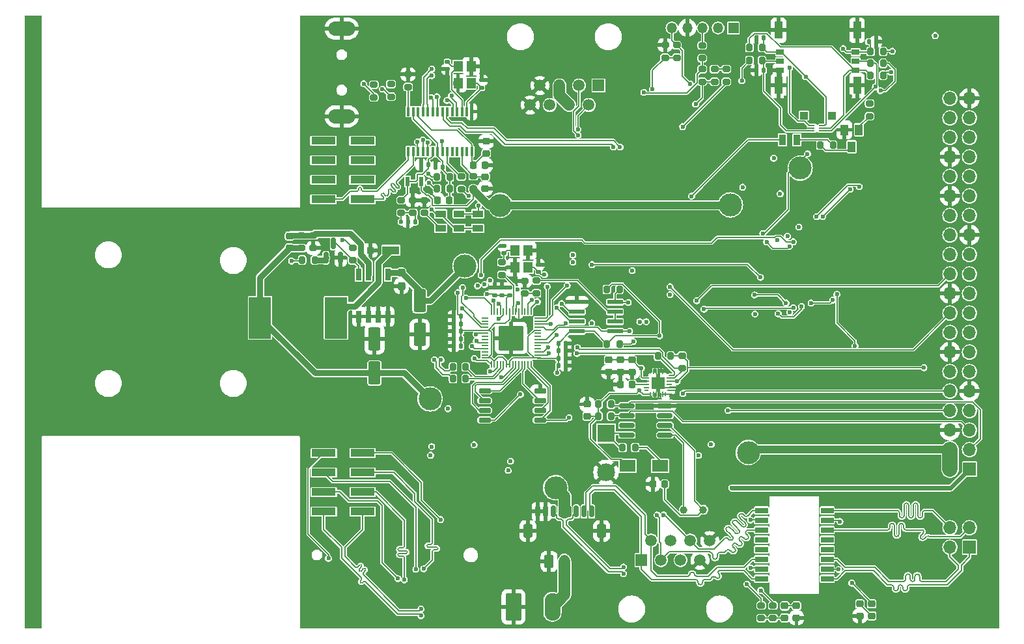
<source format=gbr>
G04 #@! TF.GenerationSoftware,KiCad,Pcbnew,(7.0.0-0)*
G04 #@! TF.CreationDate,2023-02-22T15:23:43+03:00*
G04 #@! TF.ProjectId,RP2040_minimal,52503230-3430-45f6-9d69-6e696d616c2e,REV1*
G04 #@! TF.SameCoordinates,Original*
G04 #@! TF.FileFunction,Copper,L1,Top*
G04 #@! TF.FilePolarity,Positive*
%FSLAX46Y46*%
G04 Gerber Fmt 4.6, Leading zero omitted, Abs format (unit mm)*
G04 Created by KiCad (PCBNEW (7.0.0-0)) date 2023-02-22 15:23:43*
%MOMM*%
%LPD*%
G01*
G04 APERTURE LIST*
G04 Aperture macros list*
%AMRoundRect*
0 Rectangle with rounded corners*
0 $1 Rounding radius*
0 $2 $3 $4 $5 $6 $7 $8 $9 X,Y pos of 4 corners*
0 Add a 4 corners polygon primitive as box body*
4,1,4,$2,$3,$4,$5,$6,$7,$8,$9,$2,$3,0*
0 Add four circle primitives for the rounded corners*
1,1,$1+$1,$2,$3*
1,1,$1+$1,$4,$5*
1,1,$1+$1,$6,$7*
1,1,$1+$1,$8,$9*
0 Add four rect primitives between the rounded corners*
20,1,$1+$1,$2,$3,$4,$5,0*
20,1,$1+$1,$4,$5,$6,$7,0*
20,1,$1+$1,$6,$7,$8,$9,0*
20,1,$1+$1,$8,$9,$2,$3,0*%
G04 Aperture macros list end*
G04 #@! TA.AperFunction,SMDPad,CuDef*
%ADD10R,1.000000X2.300000*%
G04 #@! TD*
G04 #@! TA.AperFunction,SMDPad,CuDef*
%ADD11R,1.100000X1.000000*%
G04 #@! TD*
G04 #@! TA.AperFunction,SMDPad,CuDef*
%ADD12R,1.000000X0.800000*%
G04 #@! TD*
G04 #@! TA.AperFunction,ComponentPad*
%ADD13R,1.500000X1.500000*%
G04 #@! TD*
G04 #@! TA.AperFunction,ComponentPad*
%ADD14C,1.500000*%
G04 #@! TD*
G04 #@! TA.AperFunction,SMDPad,CuDef*
%ADD15RoundRect,0.200000X0.200000X0.275000X-0.200000X0.275000X-0.200000X-0.275000X0.200000X-0.275000X0*%
G04 #@! TD*
G04 #@! TA.AperFunction,SMDPad,CuDef*
%ADD16RoundRect,0.200000X0.275000X-0.200000X0.275000X0.200000X-0.275000X0.200000X-0.275000X-0.200000X0*%
G04 #@! TD*
G04 #@! TA.AperFunction,SMDPad,CuDef*
%ADD17RoundRect,0.140000X-0.140000X-0.170000X0.140000X-0.170000X0.140000X0.170000X-0.140000X0.170000X0*%
G04 #@! TD*
G04 #@! TA.AperFunction,SMDPad,CuDef*
%ADD18RoundRect,0.225000X-0.250000X0.225000X-0.250000X-0.225000X0.250000X-0.225000X0.250000X0.225000X0*%
G04 #@! TD*
G04 #@! TA.AperFunction,SMDPad,CuDef*
%ADD19RoundRect,0.200000X-0.200000X-0.275000X0.200000X-0.275000X0.200000X0.275000X-0.200000X0.275000X0*%
G04 #@! TD*
G04 #@! TA.AperFunction,SMDPad,CuDef*
%ADD20RoundRect,0.200000X-0.275000X0.200000X-0.275000X-0.200000X0.275000X-0.200000X0.275000X0.200000X0*%
G04 #@! TD*
G04 #@! TA.AperFunction,SMDPad,CuDef*
%ADD21RoundRect,0.140000X0.140000X0.170000X-0.140000X0.170000X-0.140000X-0.170000X0.140000X-0.170000X0*%
G04 #@! TD*
G04 #@! TA.AperFunction,SMDPad,CuDef*
%ADD22RoundRect,0.237500X-0.237500X0.300000X-0.237500X-0.300000X0.237500X-0.300000X0.237500X0.300000X0*%
G04 #@! TD*
G04 #@! TA.AperFunction,SMDPad,CuDef*
%ADD23RoundRect,0.150000X0.150000X-0.587500X0.150000X0.587500X-0.150000X0.587500X-0.150000X-0.587500X0*%
G04 #@! TD*
G04 #@! TA.AperFunction,SMDPad,CuDef*
%ADD24RoundRect,0.225000X0.225000X0.250000X-0.225000X0.250000X-0.225000X-0.250000X0.225000X-0.250000X0*%
G04 #@! TD*
G04 #@! TA.AperFunction,SMDPad,CuDef*
%ADD25RoundRect,0.250000X-0.550000X1.250000X-0.550000X-1.250000X0.550000X-1.250000X0.550000X1.250000X0*%
G04 #@! TD*
G04 #@! TA.AperFunction,SMDPad,CuDef*
%ADD26R,0.400000X1.200000*%
G04 #@! TD*
G04 #@! TA.AperFunction,SMDPad,CuDef*
%ADD27RoundRect,0.225000X0.250000X-0.225000X0.250000X0.225000X-0.250000X0.225000X-0.250000X-0.225000X0*%
G04 #@! TD*
G04 #@! TA.AperFunction,ComponentPad*
%ADD28R,1.700000X1.700000*%
G04 #@! TD*
G04 #@! TA.AperFunction,ComponentPad*
%ADD29O,1.700000X1.700000*%
G04 #@! TD*
G04 #@! TA.AperFunction,SMDPad,CuDef*
%ADD30RoundRect,0.140000X-0.170000X0.140000X-0.170000X-0.140000X0.170000X-0.140000X0.170000X0.140000X0*%
G04 #@! TD*
G04 #@! TA.AperFunction,SMDPad,CuDef*
%ADD31RoundRect,0.140000X0.170000X-0.140000X0.170000X0.140000X-0.170000X0.140000X-0.170000X-0.140000X0*%
G04 #@! TD*
G04 #@! TA.AperFunction,SMDPad,CuDef*
%ADD32R,0.700000X1.550000*%
G04 #@! TD*
G04 #@! TA.AperFunction,SMDPad,CuDef*
%ADD33R,1.670000X0.760000*%
G04 #@! TD*
G04 #@! TA.AperFunction,SMDPad,CuDef*
%ADD34R,1.000000X1.400000*%
G04 #@! TD*
G04 #@! TA.AperFunction,SMDPad,CuDef*
%ADD35R,2.900000X5.400000*%
G04 #@! TD*
G04 #@! TA.AperFunction,SMDPad,CuDef*
%ADD36R,1.400000X0.900000*%
G04 #@! TD*
G04 #@! TA.AperFunction,SMDPad,CuDef*
%ADD37RoundRect,0.250000X0.550000X-1.250000X0.550000X1.250000X-0.550000X1.250000X-0.550000X-1.250000X0*%
G04 #@! TD*
G04 #@! TA.AperFunction,ComponentPad*
%ADD38R,1.350000X1.350000*%
G04 #@! TD*
G04 #@! TA.AperFunction,ComponentPad*
%ADD39O,1.350000X1.350000*%
G04 #@! TD*
G04 #@! TA.AperFunction,ComponentPad*
%ADD40RoundRect,0.249999X-0.790001X-1.550001X0.790001X-1.550001X0.790001X1.550001X-0.790001X1.550001X0*%
G04 #@! TD*
G04 #@! TA.AperFunction,ComponentPad*
%ADD41O,2.080000X3.600000*%
G04 #@! TD*
G04 #@! TA.AperFunction,ComponentPad*
%ADD42RoundRect,0.250000X-0.350000X-0.625000X0.350000X-0.625000X0.350000X0.625000X-0.350000X0.625000X0*%
G04 #@! TD*
G04 #@! TA.AperFunction,ComponentPad*
%ADD43O,1.200000X1.750000*%
G04 #@! TD*
G04 #@! TA.AperFunction,SMDPad,CuDef*
%ADD44R,0.600000X0.150000*%
G04 #@! TD*
G04 #@! TA.AperFunction,SMDPad,CuDef*
%ADD45RoundRect,0.150000X0.825000X0.150000X-0.825000X0.150000X-0.825000X-0.150000X0.825000X-0.150000X0*%
G04 #@! TD*
G04 #@! TA.AperFunction,SMDPad,CuDef*
%ADD46R,0.900000X1.400000*%
G04 #@! TD*
G04 #@! TA.AperFunction,SMDPad,CuDef*
%ADD47RoundRect,0.041300X0.943700X0.253700X-0.943700X0.253700X-0.943700X-0.253700X0.943700X-0.253700X0*%
G04 #@! TD*
G04 #@! TA.AperFunction,SMDPad,CuDef*
%ADD48R,3.150000X1.000000*%
G04 #@! TD*
G04 #@! TA.AperFunction,SMDPad,CuDef*
%ADD49RoundRect,0.150000X0.650000X0.150000X-0.650000X0.150000X-0.650000X-0.150000X0.650000X-0.150000X0*%
G04 #@! TD*
G04 #@! TA.AperFunction,SMDPad,CuDef*
%ADD50R,2.120000X1.500000*%
G04 #@! TD*
G04 #@! TA.AperFunction,SMDPad,CuDef*
%ADD51RoundRect,0.150000X0.150000X0.625000X-0.150000X0.625000X-0.150000X-0.625000X0.150000X-0.625000X0*%
G04 #@! TD*
G04 #@! TA.AperFunction,SMDPad,CuDef*
%ADD52RoundRect,0.250000X0.350000X0.650000X-0.350000X0.650000X-0.350000X-0.650000X0.350000X-0.650000X0*%
G04 #@! TD*
G04 #@! TA.AperFunction,SMDPad,CuDef*
%ADD53RoundRect,0.050000X0.387500X0.050000X-0.387500X0.050000X-0.387500X-0.050000X0.387500X-0.050000X0*%
G04 #@! TD*
G04 #@! TA.AperFunction,SMDPad,CuDef*
%ADD54RoundRect,0.050000X0.050000X0.387500X-0.050000X0.387500X-0.050000X-0.387500X0.050000X-0.387500X0*%
G04 #@! TD*
G04 #@! TA.AperFunction,ComponentPad*
%ADD55C,0.600000*%
G04 #@! TD*
G04 #@! TA.AperFunction,SMDPad,CuDef*
%ADD56RoundRect,0.144000X1.456000X1.456000X-1.456000X1.456000X-1.456000X-1.456000X1.456000X-1.456000X0*%
G04 #@! TD*
G04 #@! TA.AperFunction,SMDPad,CuDef*
%ADD57R,0.600000X1.250000*%
G04 #@! TD*
G04 #@! TA.AperFunction,SMDPad,CuDef*
%ADD58RoundRect,0.225000X-0.225000X-0.250000X0.225000X-0.250000X0.225000X0.250000X-0.225000X0.250000X0*%
G04 #@! TD*
G04 #@! TA.AperFunction,SMDPad,CuDef*
%ADD59R,2.170000X1.120000*%
G04 #@! TD*
G04 #@! TA.AperFunction,SMDPad,CuDef*
%ADD60R,0.850000X0.850000*%
G04 #@! TD*
G04 #@! TA.AperFunction,SMDPad,CuDef*
%ADD61R,1.200000X1.400000*%
G04 #@! TD*
G04 #@! TA.AperFunction,SMDPad,CuDef*
%ADD62R,0.100000X0.500000*%
G04 #@! TD*
G04 #@! TA.AperFunction,SMDPad,CuDef*
%ADD63R,0.200000X0.750000*%
G04 #@! TD*
G04 #@! TA.AperFunction,SMDPad,CuDef*
%ADD64R,0.150000X0.500000*%
G04 #@! TD*
G04 #@! TA.AperFunction,SMDPad,CuDef*
%ADD65R,0.500000X0.150000*%
G04 #@! TD*
G04 #@! TA.AperFunction,SMDPad,CuDef*
%ADD66R,0.750000X0.200000*%
G04 #@! TD*
G04 #@! TA.AperFunction,SMDPad,CuDef*
%ADD67R,0.500000X0.100000*%
G04 #@! TD*
G04 #@! TA.AperFunction,SMDPad,CuDef*
%ADD68R,1.750000X1.590000*%
G04 #@! TD*
G04 #@! TA.AperFunction,ComponentPad*
%ADD69C,1.000000*%
G04 #@! TD*
G04 #@! TA.AperFunction,ComponentPad*
%ADD70O,3.500000X1.900000*%
G04 #@! TD*
G04 #@! TA.AperFunction,ComponentPad*
%ADD71R,2.310000X2.310000*%
G04 #@! TD*
G04 #@! TA.AperFunction,ComponentPad*
%ADD72C,2.310000*%
G04 #@! TD*
G04 #@! TA.AperFunction,ViaPad*
%ADD73C,0.600000*%
G04 #@! TD*
G04 #@! TA.AperFunction,ViaPad*
%ADD74C,3.000000*%
G04 #@! TD*
G04 #@! TA.AperFunction,Conductor*
%ADD75C,0.150000*%
G04 #@! TD*
G04 #@! TA.AperFunction,Conductor*
%ADD76C,0.200000*%
G04 #@! TD*
G04 #@! TA.AperFunction,Conductor*
%ADD77C,1.500000*%
G04 #@! TD*
G04 #@! TA.AperFunction,Conductor*
%ADD78C,0.800000*%
G04 #@! TD*
G04 #@! TA.AperFunction,Conductor*
%ADD79C,0.600000*%
G04 #@! TD*
G04 #@! TA.AperFunction,Conductor*
%ADD80C,1.000000*%
G04 #@! TD*
G04 #@! TA.AperFunction,Conductor*
%ADD81C,2.000000*%
G04 #@! TD*
G04 APERTURE END LIST*
D10*
X202612499Y-41614999D03*
X202612499Y-48814999D03*
X192412499Y-48814999D03*
X192412499Y-41614999D03*
D11*
X199332499Y-52739999D03*
X195692499Y-52739999D03*
D12*
X192612499Y-44464999D03*
X192612499Y-45664999D03*
X202412499Y-44464999D03*
X192612499Y-46864999D03*
X202412499Y-45664999D03*
X202412499Y-46864999D03*
D13*
X174569999Y-110599999D03*
D14*
X175840000Y-108060000D03*
X177110000Y-110600000D03*
X178380000Y-108060000D03*
X179650000Y-110600000D03*
X180920000Y-108060000D03*
X182190000Y-110600000D03*
X183460000Y-108060000D03*
D15*
X199487500Y-56575000D03*
X197837500Y-56575000D03*
D16*
X137020000Y-71560000D03*
X137020000Y-69910000D03*
D17*
X204132500Y-43115000D03*
X205092500Y-43115000D03*
D18*
X194730000Y-116555000D03*
X194730000Y-118105000D03*
D19*
X168979750Y-90310000D03*
X170629750Y-90310000D03*
X150067250Y-86975000D03*
X151717250Y-86975000D03*
D20*
X160902250Y-74220000D03*
X160902250Y-75870000D03*
D21*
X151112250Y-82765000D03*
X150152250Y-82765000D03*
D16*
X143320000Y-65385000D03*
X143320000Y-63735000D03*
D22*
X143350000Y-73207500D03*
X143350000Y-74932500D03*
D21*
X145150000Y-66570000D03*
X144190000Y-66570000D03*
D23*
X133540000Y-71250000D03*
X135440000Y-71250000D03*
X134490000Y-69375000D03*
D21*
X190482500Y-42605000D03*
X189522500Y-42605000D03*
D24*
X173364750Y-87730000D03*
X171814750Y-87730000D03*
D16*
X159382250Y-75880000D03*
X159382250Y-74230000D03*
D25*
X145720000Y-76820000D03*
X145720000Y-81220000D03*
D26*
X152487499Y-52219999D03*
X151852499Y-52219999D03*
X151217499Y-52219999D03*
X150582499Y-52219999D03*
X149947499Y-52219999D03*
X149312499Y-52219999D03*
X148677499Y-52219999D03*
X148042499Y-52219999D03*
X147407499Y-52219999D03*
X146772499Y-52219999D03*
X146137499Y-52219999D03*
X145502499Y-52219999D03*
X144867499Y-52219999D03*
X144232499Y-52219999D03*
X144232499Y-57419999D03*
X144867499Y-57419999D03*
X145502499Y-57419999D03*
X146137499Y-57419999D03*
X146772499Y-57419999D03*
X147407499Y-57419999D03*
X148042499Y-57419999D03*
X148677499Y-57419999D03*
X149312499Y-57419999D03*
X149947499Y-57419999D03*
X150582499Y-57419999D03*
X151217499Y-57419999D03*
X151852499Y-57419999D03*
X152487499Y-57419999D03*
D27*
X193200000Y-118105000D03*
X193200000Y-116555000D03*
D24*
X177599750Y-100700000D03*
X176049750Y-100700000D03*
D20*
X139760000Y-48700000D03*
X139760000Y-50350000D03*
D15*
X206007500Y-47495000D03*
X204357500Y-47495000D03*
D19*
X147990000Y-60710000D03*
X149640000Y-60710000D03*
D21*
X151112250Y-81785000D03*
X150152250Y-81785000D03*
D17*
X163762250Y-85305000D03*
X164722250Y-85305000D03*
D24*
X149585000Y-63760000D03*
X148035000Y-63760000D03*
D28*
X217239999Y-98749999D03*
D29*
X214699999Y-98749999D03*
X217239999Y-96209999D03*
X214699999Y-96209999D03*
X217239999Y-93669999D03*
X214699999Y-93669999D03*
X217239999Y-91129999D03*
X214699999Y-91129999D03*
X217239999Y-88589999D03*
X214699999Y-88589999D03*
X217239999Y-86049999D03*
X214699999Y-86049999D03*
X217239999Y-83509999D03*
X214699999Y-83509999D03*
X217239999Y-80969999D03*
X214699999Y-80969999D03*
X217239999Y-78429999D03*
X214699999Y-78429999D03*
X217239999Y-75889999D03*
X214699999Y-75889999D03*
X217239999Y-73349999D03*
X214699999Y-73349999D03*
X217239999Y-70809999D03*
X214699999Y-70809999D03*
X217239999Y-68269999D03*
X214699999Y-68269999D03*
X217239999Y-65729999D03*
X214699999Y-65729999D03*
X217239999Y-63189999D03*
X214699999Y-63189999D03*
X217239999Y-60649999D03*
X214699999Y-60649999D03*
X217239999Y-58109999D03*
X214699999Y-58109999D03*
X217239999Y-55569999D03*
X214699999Y-55569999D03*
X217239999Y-53029999D03*
X214699999Y-53029999D03*
X217239999Y-50489999D03*
X214699999Y-50489999D03*
D18*
X128810000Y-68410000D03*
X128810000Y-69960000D03*
D15*
X206007500Y-45935000D03*
X204357500Y-45935000D03*
D30*
X149340000Y-45740000D03*
X149340000Y-46700000D03*
D18*
X204510000Y-116295000D03*
X204510000Y-117845000D03*
D16*
X182480000Y-45260000D03*
X182480000Y-43610000D03*
D21*
X151112250Y-80805000D03*
X150152250Y-80805000D03*
D31*
X161182250Y-73075000D03*
X161182250Y-72115000D03*
D17*
X163762250Y-84325000D03*
X164722250Y-84325000D03*
D32*
X141614999Y-73434999D03*
X140344999Y-73434999D03*
X139074999Y-73434999D03*
X137804999Y-73434999D03*
X137804999Y-78884999D03*
X139074999Y-78884999D03*
X140344999Y-78884999D03*
X141614999Y-78884999D03*
D17*
X147780000Y-59460000D03*
X148740000Y-59460000D03*
D31*
X157422250Y-76105000D03*
X157422250Y-75145000D03*
D19*
X130430000Y-71520000D03*
X132080000Y-71520000D03*
D20*
X179180000Y-43560000D03*
X179180000Y-45210000D03*
D21*
X151112250Y-79815000D03*
X150152250Y-79815000D03*
D20*
X179854750Y-83975000D03*
X179854750Y-85625000D03*
D15*
X173759750Y-95950000D03*
X172109750Y-95950000D03*
D18*
X173344750Y-84550000D03*
X173344750Y-86100000D03*
D16*
X191670000Y-118145000D03*
X191670000Y-116495000D03*
D13*
X168989999Y-48819999D03*
D14*
X167720000Y-51360000D03*
X166450000Y-48820000D03*
X165180000Y-51360000D03*
X163910000Y-48820000D03*
X162640000Y-51360000D03*
X161370000Y-48820000D03*
X160100000Y-51360000D03*
D15*
X190257500Y-43865000D03*
X188607500Y-43865000D03*
D33*
X198739999Y-113019999D03*
X198739999Y-111749999D03*
X198739999Y-110479999D03*
X198739999Y-109209999D03*
X198739999Y-107939999D03*
X198739999Y-106669999D03*
X198739999Y-105399999D03*
X198739999Y-104129999D03*
X190209999Y-104129999D03*
X190209999Y-105399999D03*
X190209999Y-106669999D03*
X190209999Y-107939999D03*
X190209999Y-109209999D03*
X190209999Y-110479999D03*
X190209999Y-111749999D03*
X190209999Y-113019999D03*
D16*
X182480000Y-48335000D03*
X182480000Y-46685000D03*
D34*
X202852499Y-54584999D03*
X201902499Y-56784999D03*
X200952499Y-54584999D03*
D16*
X184080000Y-48330000D03*
X184080000Y-46680000D03*
X146370000Y-65380000D03*
X146370000Y-63730000D03*
D19*
X188607500Y-45565000D03*
X190257500Y-45565000D03*
D35*
X124959999Y-79069999D03*
X134859999Y-79069999D03*
D36*
X153259999Y-67409999D03*
X153259999Y-65509999D03*
D20*
X142000000Y-48625000D03*
X142000000Y-50275000D03*
D37*
X139840000Y-86230000D03*
X139840000Y-81830000D03*
D38*
X186539999Y-41319999D03*
D39*
X184539999Y-41319999D03*
X182539999Y-41319999D03*
X180539999Y-41319999D03*
X178539999Y-41319999D03*
D18*
X170304750Y-84545000D03*
X170304750Y-86095000D03*
D27*
X154380000Y-57640000D03*
X154380000Y-56090000D03*
D18*
X202980000Y-116290000D03*
X202980000Y-117840000D03*
D16*
X151150000Y-62325000D03*
X151150000Y-60675000D03*
D40*
X157910000Y-116660000D03*
D41*
X162989999Y-116659999D03*
D28*
X217239999Y-108909999D03*
D29*
X214699999Y-108909999D03*
X217239999Y-106369999D03*
X214699999Y-106369999D03*
D17*
X163762250Y-83345000D03*
X164722250Y-83345000D03*
D16*
X156430000Y-73470000D03*
X156430000Y-71820000D03*
D15*
X171717250Y-75365000D03*
X170067250Y-75365000D03*
D31*
X153780000Y-49080000D03*
X153780000Y-48120000D03*
D15*
X206007500Y-44385000D03*
X204357500Y-44385000D03*
D16*
X190140000Y-118140000D03*
X190140000Y-116490000D03*
D42*
X162550000Y-110770000D03*
D43*
X164549999Y-110769999D03*
D44*
X196842499Y-54044999D03*
X196842499Y-54394999D03*
X196842499Y-54744999D03*
X197942499Y-54744999D03*
X197942499Y-54394999D03*
X197942499Y-54044999D03*
D18*
X171824750Y-84550000D03*
X171824750Y-86100000D03*
D16*
X144840000Y-65390000D03*
X144840000Y-63740000D03*
D36*
X148459999Y-67409999D03*
X148459999Y-65509999D03*
D19*
X168979750Y-91840000D03*
X170629750Y-91840000D03*
D16*
X177640000Y-45210000D03*
X177640000Y-43560000D03*
D45*
X177614750Y-94315000D03*
X177614750Y-93045000D03*
X177614750Y-91775000D03*
X177614750Y-90505000D03*
X172664750Y-90505000D03*
X172664750Y-91775000D03*
X172664750Y-93045000D03*
X172664750Y-94315000D03*
D21*
X151112250Y-78835000D03*
X150152250Y-78835000D03*
D19*
X150067250Y-85445000D03*
X151717250Y-85445000D03*
D20*
X131900000Y-68330000D03*
X131900000Y-69980000D03*
D46*
X194792499Y-55894999D03*
X192892499Y-55894999D03*
D47*
X171122250Y-80815000D03*
X171122250Y-79545000D03*
X171122250Y-78275000D03*
X171122250Y-77005000D03*
X166172250Y-77005000D03*
X166172250Y-78275000D03*
X166172250Y-79545000D03*
X166172250Y-80815000D03*
D17*
X145900000Y-59130000D03*
X146860000Y-59130000D03*
D15*
X178369750Y-84030000D03*
X176719750Y-84030000D03*
D19*
X147985000Y-62240000D03*
X149635000Y-62240000D03*
D20*
X152710000Y-60635000D03*
X152710000Y-62285000D03*
D31*
X156442250Y-76105000D03*
X156442250Y-75145000D03*
D48*
X138260993Y-63629999D03*
X133210993Y-63629999D03*
X138260993Y-61089999D03*
X133210993Y-61089999D03*
X138260993Y-58549999D03*
X133210993Y-58549999D03*
X138260993Y-56009999D03*
X133210993Y-56009999D03*
D16*
X144220000Y-49020000D03*
X144220000Y-47370000D03*
D31*
X155462250Y-76105000D03*
X155462250Y-75145000D03*
D48*
X138311793Y-104269999D03*
X133261793Y-104269999D03*
X138311793Y-101729999D03*
X133261793Y-101729999D03*
X138311793Y-99189999D03*
X133261793Y-99189999D03*
X138311793Y-96649999D03*
X133261793Y-96649999D03*
D49*
X161387250Y-92360000D03*
X161387250Y-91090000D03*
X161387250Y-89820000D03*
X161387250Y-88550000D03*
X154187250Y-88550000D03*
X154187250Y-89820000D03*
X154187250Y-91090000D03*
X154187250Y-92360000D03*
D50*
X172754749Y-98319999D03*
X176984749Y-98319999D03*
D51*
X168100000Y-104265000D03*
X167100000Y-104265000D03*
X166100000Y-104265000D03*
X165100000Y-104265000D03*
X164100000Y-104265000D03*
X163100000Y-104265000D03*
X162100000Y-104265000D03*
X161100000Y-104265000D03*
D52*
X169400000Y-106790000D03*
X159800000Y-106790000D03*
D16*
X204242500Y-52810000D03*
X204242500Y-51160000D03*
D53*
X161064750Y-84280000D03*
X161064750Y-83880000D03*
X161064750Y-83480000D03*
X161064750Y-83080000D03*
X161064750Y-82680000D03*
X161064750Y-82280000D03*
X161064750Y-81880000D03*
X161064750Y-81480000D03*
X161064750Y-81080000D03*
X161064750Y-80680000D03*
X161064750Y-80280000D03*
X161064750Y-79880000D03*
X161064750Y-79480000D03*
X161064750Y-79080000D03*
D54*
X160227250Y-78242500D03*
X159827250Y-78242500D03*
X159427250Y-78242500D03*
X159027250Y-78242500D03*
X158627250Y-78242500D03*
X158227250Y-78242500D03*
X157827250Y-78242500D03*
X157427250Y-78242500D03*
X157027250Y-78242500D03*
X156627250Y-78242500D03*
X156227250Y-78242500D03*
X155827250Y-78242500D03*
X155427250Y-78242500D03*
X155027250Y-78242500D03*
D53*
X154189750Y-79080000D03*
X154189750Y-79480000D03*
X154189750Y-79880000D03*
X154189750Y-80280000D03*
X154189750Y-80680000D03*
X154189750Y-81080000D03*
X154189750Y-81480000D03*
X154189750Y-81880000D03*
X154189750Y-82280000D03*
X154189750Y-82680000D03*
X154189750Y-83080000D03*
X154189750Y-83480000D03*
X154189750Y-83880000D03*
X154189750Y-84280000D03*
D54*
X155027250Y-85117500D03*
X155427250Y-85117500D03*
X155827250Y-85117500D03*
X156227250Y-85117500D03*
X156627250Y-85117500D03*
X157027250Y-85117500D03*
X157427250Y-85117500D03*
X157827250Y-85117500D03*
X158227250Y-85117500D03*
X158627250Y-85117500D03*
X159027250Y-85117500D03*
X159427250Y-85117500D03*
X159827250Y-85117500D03*
X160227250Y-85117500D03*
D55*
X158902250Y-82955000D03*
X158902250Y-81680000D03*
X158902250Y-80405000D03*
X157627250Y-82955000D03*
X157627250Y-81680000D03*
D56*
X157627250Y-81680000D03*
D55*
X157627250Y-80405000D03*
X156352250Y-82955000D03*
X156352250Y-81680000D03*
X156352250Y-80405000D03*
D57*
X145939999Y-61319999D03*
X144139999Y-61319999D03*
D58*
X152710000Y-59180000D03*
X154260000Y-59180000D03*
D31*
X156712250Y-70665000D03*
X156712250Y-69705000D03*
D27*
X167504750Y-91860000D03*
X167504750Y-90310000D03*
D21*
X190482500Y-46825000D03*
X189522500Y-46825000D03*
D59*
X141969999Y-70259999D03*
D60*
X139289999Y-70259999D03*
D20*
X185610000Y-46675000D03*
X185610000Y-48325000D03*
D16*
X130380000Y-69985000D03*
X130380000Y-68335000D03*
D61*
X150709999Y-46309999D03*
X150709999Y-48509999D03*
X152409999Y-48509999D03*
X152409999Y-46309999D03*
D17*
X163762250Y-82365000D03*
X164722250Y-82365000D03*
D62*
X177714749Y-86019999D03*
D63*
X177314749Y-86019999D03*
X176914749Y-86019999D03*
X176514749Y-86019999D03*
X176114749Y-86019999D03*
D64*
X175714749Y-86019999D03*
D65*
X175214749Y-86519999D03*
D66*
X175214749Y-86919999D03*
X175214749Y-87319999D03*
X175214749Y-87719999D03*
X175214749Y-88119999D03*
D65*
X175214749Y-88519999D03*
D64*
X175714749Y-89019999D03*
D63*
X176114749Y-89019999D03*
X176514749Y-89019999D03*
X176914749Y-89019999D03*
X177314749Y-89019999D03*
D64*
X177714749Y-89019999D03*
D65*
X178214749Y-88519999D03*
D66*
X178214749Y-88119999D03*
X178214749Y-87719999D03*
X178214749Y-87319999D03*
X178214749Y-86919999D03*
D67*
X178214749Y-86519999D03*
D68*
X176714749Y-87519999D03*
D15*
X171717250Y-82455000D03*
X170067250Y-82455000D03*
D61*
X158102249Y-70294999D03*
X158102249Y-72494999D03*
X159802249Y-72494999D03*
X159802249Y-70294999D03*
D36*
X150859999Y-65509999D03*
X150859999Y-67409999D03*
D69*
X182624750Y-104040000D03*
X180084750Y-104040000D03*
D18*
X154240000Y-60680000D03*
X154240000Y-62230000D03*
D70*
X135579999Y-41419999D03*
X135579999Y-52819999D03*
D71*
X169964749Y-94089999D03*
D72*
X169964750Y-99170000D03*
D73*
X199370000Y-117810000D03*
X191420000Y-70730000D03*
X205520000Y-109610000D03*
X194530000Y-52130000D03*
X159870000Y-86620000D03*
X187810000Y-102810000D03*
X178410000Y-89200000D03*
X206810000Y-109500000D03*
X160850000Y-65710000D03*
X149270000Y-88580000D03*
X196220000Y-49610000D03*
X196960000Y-78040000D03*
X205570000Y-104990000D03*
X176760000Y-102680000D03*
X158490000Y-86990000D03*
X185630000Y-104800000D03*
X142270000Y-59230000D03*
X193900000Y-53870000D03*
X181940000Y-68130000D03*
X179550000Y-100300000D03*
X159300000Y-79300000D03*
X156520000Y-58320000D03*
X146680000Y-62360000D03*
X142390000Y-58230000D03*
X144580000Y-55180000D03*
X182030000Y-70520000D03*
X145050000Y-92570000D03*
X183470000Y-68800000D03*
X193310000Y-50370000D03*
X160720000Y-96440000D03*
X203480000Y-104990000D03*
X145000000Y-60060000D03*
X162800000Y-61910000D03*
X173580000Y-68290000D03*
X172310000Y-66910000D03*
X167320000Y-99100000D03*
X189460000Y-72300000D03*
X165810000Y-86440000D03*
X145060000Y-62530000D03*
X146360000Y-85950000D03*
X209280000Y-109070000D03*
X173660000Y-56610000D03*
X140460000Y-59820000D03*
X159920000Y-80030000D03*
X178580000Y-66950000D03*
X151500000Y-49970000D03*
X159590000Y-94320000D03*
X191380000Y-78370000D03*
X144670000Y-84310000D03*
X167800000Y-59970000D03*
X147919122Y-58600878D03*
X196320000Y-79610000D03*
X133670000Y-74560000D03*
X162680000Y-59290000D03*
X164960000Y-61460000D03*
X200860000Y-116920000D03*
X208850000Y-111160000D03*
X164030000Y-58770000D03*
X194800000Y-51090000D03*
X172910000Y-61460000D03*
X163450000Y-89170000D03*
X150580000Y-58950000D03*
X152050000Y-44450000D03*
X199380000Y-69450000D03*
X148660000Y-93130000D03*
X196420000Y-69430000D03*
X148940000Y-47790000D03*
X203420000Y-109070000D03*
X203830000Y-69350000D03*
X142560000Y-56610000D03*
X165580000Y-90600000D03*
X160970000Y-66950000D03*
X197260000Y-116660000D03*
X202910000Y-94460000D03*
X190170000Y-72700000D03*
X154250000Y-46080000D03*
X167830000Y-65830000D03*
X167800000Y-61160000D03*
X146660000Y-83900000D03*
X161630000Y-94720000D03*
X163500000Y-65640000D03*
X167800000Y-58770000D03*
X208100000Y-72940000D03*
X189140000Y-74100000D03*
X194910000Y-49560000D03*
X158240000Y-61500000D03*
X208210000Y-108850000D03*
X148610000Y-94520000D03*
X163730000Y-66980000D03*
X150970000Y-88120000D03*
X201720000Y-50250000D03*
X159700000Y-62020000D03*
X151020000Y-63590000D03*
X164180000Y-62240000D03*
X183380000Y-71180000D03*
X197600000Y-50870000D03*
X189630000Y-76760000D03*
X162680000Y-57910000D03*
X130970000Y-78680000D03*
X191660000Y-76890000D03*
X164660000Y-65790000D03*
X210890000Y-106060000D03*
X145980000Y-84630000D03*
X209710000Y-65110000D03*
X159620000Y-66390000D03*
X159100000Y-60150000D03*
X156450000Y-94240000D03*
X167800000Y-67800000D03*
X188950000Y-70600000D03*
X196310000Y-51010000D03*
X196630000Y-70720000D03*
X173700000Y-59030000D03*
X162160000Y-60940000D03*
X195540000Y-78520000D03*
X130370000Y-74840000D03*
X155520000Y-96800000D03*
X189910000Y-75440000D03*
X165000000Y-67690000D03*
X206560000Y-94340000D03*
X156490000Y-60380000D03*
X175250000Y-102100000D03*
X212070000Y-111160000D03*
X205790000Y-108530000D03*
X173660000Y-66350000D03*
X196240000Y-117440000D03*
X149370000Y-96390000D03*
X130370000Y-77770000D03*
X186910000Y-67470000D03*
X193340000Y-115300000D03*
X217440000Y-43090000D03*
X200860000Y-114640000D03*
X184450000Y-66970000D03*
X179320000Y-88330000D03*
X164180000Y-60450000D03*
X188930000Y-69180000D03*
X157830000Y-58400000D03*
X198730000Y-115180000D03*
X179340000Y-89390000D03*
X142720000Y-88960000D03*
D74*
X163420000Y-101170000D03*
X151620021Y-72310000D03*
D73*
X180900000Y-48620000D03*
X202900000Y-61990000D03*
X197340000Y-65880000D03*
X195928750Y-47681250D03*
X147290000Y-47545000D03*
X147290000Y-46695000D03*
X163564750Y-81270000D03*
X172854750Y-77070000D03*
X172250000Y-111485000D03*
X176595000Y-104710000D03*
X172250000Y-112335000D03*
X177445000Y-104710000D03*
X147140000Y-96940000D03*
X162320000Y-74990000D03*
X154170878Y-74730878D03*
X154870000Y-74200000D03*
X164900000Y-74860000D03*
X147280000Y-95820000D03*
X157540000Y-97720000D03*
X161030000Y-76960000D03*
X160312107Y-76744632D03*
X157240000Y-98910000D03*
X164737750Y-79770500D03*
X165655500Y-71820000D03*
X165650000Y-70890000D03*
X162780000Y-79880000D03*
X173520000Y-82110000D03*
X173040000Y-80790000D03*
X187630000Y-48200000D03*
X166300000Y-54520000D03*
X163530000Y-77740000D03*
X164190000Y-77200000D03*
X166338061Y-55268535D03*
X205003382Y-48993382D03*
X145900000Y-116965000D03*
X145900000Y-117815000D03*
X143730000Y-113150000D03*
X142880000Y-113000000D03*
X133860000Y-110360000D03*
X148450000Y-105310000D03*
X146240000Y-111730000D03*
X145220000Y-111780000D03*
X181760000Y-76840000D03*
X156020000Y-79220000D03*
X155988466Y-77232576D03*
X158481750Y-75370000D03*
X178280000Y-75000000D03*
X155350000Y-76840000D03*
X178280000Y-76020000D03*
X179960000Y-88890000D03*
X149410000Y-90890000D03*
X185830000Y-91110000D03*
X151740000Y-76460000D03*
X152128666Y-63173900D03*
X153387383Y-64432617D03*
X190350000Y-68075500D03*
D74*
X195209065Y-59572529D03*
D73*
X196170000Y-57720000D03*
X186310000Y-101210000D03*
X151310000Y-75140000D03*
X153710000Y-73530000D03*
X194325500Y-69168719D03*
X153054500Y-81204500D03*
X182700000Y-77940000D03*
X194325500Y-77741372D03*
X148670000Y-56050000D03*
X147310972Y-64956519D03*
X207010000Y-47100000D03*
X207200000Y-44350000D03*
X191780000Y-58290000D03*
X179210000Y-87330000D03*
X174324750Y-88510000D03*
X174554750Y-85610000D03*
X211310000Y-85560000D03*
X205660000Y-49500000D03*
X158502750Y-77130000D03*
X161960000Y-73434500D03*
X174880000Y-49710000D03*
X165150000Y-92060000D03*
X153260000Y-74900000D03*
X173360000Y-72910000D03*
X175990000Y-49290000D03*
X152530000Y-82770000D03*
X153090000Y-82060000D03*
X168110000Y-79750000D03*
X168130000Y-72120000D03*
X190050000Y-73794500D03*
X151215500Y-77800000D03*
X129070000Y-71660000D03*
X166241744Y-82942668D03*
X162410000Y-82942168D03*
X166184750Y-83690000D03*
X162534535Y-83681252D03*
X181610000Y-51240000D03*
X150700000Y-75760000D03*
X176930000Y-81400000D03*
X163600000Y-86170000D03*
X212780000Y-42320000D03*
X135700000Y-68937000D03*
X158830498Y-89040000D03*
X175205000Y-79560000D03*
X171785000Y-56840000D03*
X170935000Y-56840000D03*
X174355000Y-79560000D03*
D74*
X147090000Y-89600000D03*
D73*
X181100000Y-63220000D03*
X183640000Y-95520000D03*
X154480000Y-75980000D03*
X156310953Y-86788053D03*
X154890000Y-86060000D03*
X201930000Y-113570000D03*
X200380000Y-105570000D03*
X200210000Y-111810000D03*
X193852500Y-46465000D03*
X200792500Y-44025000D03*
X143300000Y-66590000D03*
X146141545Y-55891003D03*
X195050000Y-67250000D03*
X192254500Y-68968128D03*
X179930000Y-54180000D03*
X152800000Y-95570000D03*
X152840000Y-84350000D03*
X181990000Y-96960000D03*
X145450000Y-56180000D03*
X146900000Y-61450000D03*
X146810000Y-56230000D03*
X146880000Y-60330000D03*
X188750000Y-105380000D03*
X190090000Y-114530000D03*
X188770000Y-111610000D03*
X188290000Y-113710000D03*
X199460000Y-76740000D03*
X196630000Y-77130000D03*
X202340000Y-82700000D03*
X199985000Y-76000000D03*
X198150000Y-65860000D03*
X201710000Y-62330000D03*
D74*
X156200000Y-64410000D03*
D73*
X192350000Y-78520000D03*
D74*
X188470000Y-96590000D03*
D73*
X195374500Y-77570000D03*
D74*
X186140000Y-64360000D03*
D73*
X149269479Y-50770521D03*
X147655000Y-84530000D03*
X149870521Y-50169479D03*
X148505000Y-84530000D03*
X147229500Y-50390000D03*
X140880000Y-49280000D03*
X147970000Y-50270000D03*
X138460000Y-48580000D03*
X193860878Y-78349122D03*
X189340000Y-78550000D03*
X189290000Y-76080000D03*
X193374500Y-77120000D03*
X193560353Y-68443628D03*
X187740000Y-62060000D03*
X193825500Y-69739969D03*
X192610000Y-62890000D03*
X190840000Y-69160000D03*
D75*
X178214750Y-88120000D02*
X177314750Y-88120000D01*
X177714750Y-89020000D02*
X178230000Y-89020000D01*
X148035000Y-63715000D02*
X148035000Y-63760000D01*
X179130000Y-88520000D02*
X179320000Y-88330000D01*
X178230000Y-89020000D02*
X178410000Y-89200000D01*
X178214750Y-88520000D02*
X179130000Y-88520000D01*
X177314750Y-88120000D02*
X176714750Y-87520000D01*
X146680000Y-62360000D02*
X148035000Y-63715000D01*
D76*
X209160000Y-114115000D02*
X209160000Y-114296750D01*
X207960000Y-114115000D02*
X207960000Y-114296755D01*
X201037501Y-111975000D02*
X199992501Y-113020000D01*
X214343200Y-113815000D02*
X209460000Y-113815000D01*
X216195000Y-111230001D02*
X216195000Y-111963200D01*
X207360000Y-114296755D02*
X207360000Y-114115000D01*
X208560000Y-114296750D02*
X208560000Y-114115000D01*
X206566800Y-113815000D02*
X204726800Y-111975000D01*
X207060000Y-113815000D02*
X206566800Y-113815000D01*
X217240000Y-108910000D02*
X217240000Y-110185001D01*
X217240000Y-110185001D02*
X216195000Y-111230001D01*
X216195000Y-111963200D02*
X214343200Y-113815000D01*
X199992501Y-113020000D02*
X198740000Y-113020000D01*
X204726800Y-111975000D02*
X201037501Y-111975000D01*
X208559950Y-114296750D02*
G75*
G03*
X208860000Y-114596750I300050J50D01*
G01*
X207660000Y-114596800D02*
G75*
G03*
X207960000Y-114296755I0J300000D01*
G01*
X208260000Y-113815000D02*
G75*
G03*
X207960000Y-114115000I0J-300000D01*
G01*
X208860000Y-114596700D02*
G75*
G03*
X209160000Y-114296750I0J300000D01*
G01*
X207360045Y-114296755D02*
G75*
G03*
X207660000Y-114596755I299955J-45D01*
G01*
X209460000Y-113815000D02*
G75*
G03*
X209160000Y-114115000I0J-300000D01*
G01*
X208560000Y-114115000D02*
G75*
G03*
X208260000Y-113815000I-300000J0D01*
G01*
X207360000Y-114115000D02*
G75*
G03*
X207060000Y-113815000I-300000J0D01*
G01*
X214700000Y-110185001D02*
X215745000Y-111230001D01*
X210740000Y-113065000D02*
X210740000Y-112696850D01*
X215745000Y-111776800D02*
X214156800Y-113365000D01*
X214156800Y-113365000D02*
X211040000Y-113365000D01*
X208940000Y-112696849D02*
X208940000Y-113065000D01*
X215745000Y-111230001D02*
X215745000Y-111776800D01*
X209540000Y-113065000D02*
X209540000Y-112696849D01*
X199992501Y-110480000D02*
X198740000Y-110480000D01*
X208640000Y-113365000D02*
X206790000Y-113365000D01*
X206753200Y-113365000D02*
X204913200Y-111525000D01*
X201037501Y-111525000D02*
X199992501Y-110480000D01*
X206790000Y-113365000D02*
X206753200Y-113365000D01*
X204913200Y-111525000D02*
X201037501Y-111525000D01*
X214700000Y-108910000D02*
X214700000Y-110185001D01*
X210140000Y-112696850D02*
X210140000Y-113065000D01*
X209540000Y-113065000D02*
G75*
G03*
X209840000Y-113365000I300000J0D01*
G01*
X208640000Y-113365000D02*
G75*
G03*
X208940000Y-113065000I0J300000D01*
G01*
X210740000Y-113065000D02*
G75*
G03*
X211040000Y-113365000I300000J0D01*
G01*
X210440000Y-112396900D02*
G75*
G03*
X210140000Y-112696850I0J-300000D01*
G01*
X209240000Y-112396800D02*
G75*
G03*
X208940000Y-112696849I0J-300000D01*
G01*
X210740050Y-112696850D02*
G75*
G03*
X210440000Y-112396850I-300050J-50D01*
G01*
X209840000Y-113365000D02*
G75*
G03*
X210140000Y-113065000I0J300000D01*
G01*
X209539951Y-112696849D02*
G75*
G03*
X209240000Y-112396849I-299951J49D01*
G01*
X211331421Y-107801370D02*
X211331422Y-107801369D01*
X212090000Y-107570000D02*
X212038527Y-107518527D01*
X211614263Y-107518527D02*
X211331421Y-107801370D01*
X216040000Y-107570000D02*
X212090000Y-107570000D01*
X208660000Y-106370000D02*
X208660000Y-106107440D01*
X217240000Y-106370000D02*
X216040000Y-107570000D01*
X211190000Y-107094264D02*
X211189999Y-107094265D01*
X208060000Y-106107440D02*
X208060000Y-106370000D01*
X210907157Y-107377106D02*
X211190000Y-107094264D01*
X207460000Y-107232554D02*
X207460000Y-106670000D01*
X206560000Y-106670000D02*
X204248535Y-106670000D01*
X204248535Y-106670000D02*
X198740000Y-106670000D01*
X207460000Y-106670000D02*
X207460000Y-106107450D01*
X208060000Y-106370000D02*
X208060000Y-107232554D01*
X206860000Y-106107450D02*
X206860000Y-106370000D01*
X211190000Y-106670000D02*
X208960000Y-106670000D01*
X211189967Y-107094232D02*
G75*
G03*
X211190000Y-106670000I-212067J212132D01*
G01*
X207160000Y-105807500D02*
G75*
G03*
X206860000Y-106107450I0J-300000D01*
G01*
X207760000Y-107532600D02*
G75*
G03*
X208060000Y-107232554I0J300000D01*
G01*
X208360000Y-105807400D02*
G75*
G03*
X208060000Y-106107440I0J-300000D01*
G01*
X208660000Y-106370000D02*
G75*
G03*
X208960000Y-106670000I300000J0D01*
G01*
X212038526Y-107518528D02*
G75*
G03*
X211614264Y-107518528I-212131J-212131D01*
G01*
X207460046Y-107232554D02*
G75*
G03*
X207760000Y-107532554I299954J-46D01*
G01*
X207460050Y-106107450D02*
G75*
G03*
X207160000Y-105807450I-300050J-50D01*
G01*
X210907119Y-107377068D02*
G75*
G03*
X210907157Y-107801370I212181J-212132D01*
G01*
X206560000Y-106670000D02*
G75*
G03*
X206860000Y-106370000I0J300000D01*
G01*
X208659960Y-106107440D02*
G75*
G03*
X208360000Y-105807440I-299960J40D01*
G01*
X210907168Y-107801359D02*
G75*
G03*
X211331422Y-107801369I212132J212159D01*
G01*
X214700000Y-106370000D02*
X212460000Y-104130000D01*
X208120000Y-104795722D02*
X208120000Y-104430000D01*
X209320000Y-104130000D02*
X209320000Y-103464254D01*
X209920000Y-103464254D02*
X209920000Y-104130000D01*
X207820000Y-104130000D02*
X205373947Y-104130000D01*
X209920000Y-104130000D02*
X209920000Y-104795722D01*
X210520000Y-104430000D02*
X210520000Y-103464254D01*
X210520000Y-104795746D02*
X210520000Y-104430000D01*
X211120000Y-104430000D02*
X211120000Y-104795746D01*
X209320000Y-104795722D02*
X209320000Y-104130000D01*
X212460000Y-104130000D02*
X211420000Y-104130000D01*
X205373947Y-104130000D02*
X198740000Y-104130000D01*
X208720000Y-104130000D02*
X208720000Y-104795722D01*
X208720000Y-103464254D02*
X208720000Y-104130000D01*
X209320046Y-103464254D02*
G75*
G03*
X209020000Y-103164254I-300046J-46D01*
G01*
X209620000Y-105095700D02*
G75*
G03*
X209920000Y-104795722I0J300000D01*
G01*
X208420000Y-105095700D02*
G75*
G03*
X208720000Y-104795722I0J300000D01*
G01*
X210520046Y-103464254D02*
G75*
G03*
X210220000Y-103164254I-300046J-46D01*
G01*
X209319978Y-104795722D02*
G75*
G03*
X209620000Y-105095722I300022J22D01*
G01*
X210519954Y-104795746D02*
G75*
G03*
X210820000Y-105095746I300046J46D01*
G01*
X211420000Y-104130000D02*
G75*
G03*
X211120000Y-104430000I0J-300000D01*
G01*
X208119978Y-104795722D02*
G75*
G03*
X208420000Y-105095722I300022J22D01*
G01*
X210820000Y-105095700D02*
G75*
G03*
X211120000Y-104795746I0J300000D01*
G01*
X208120000Y-104430000D02*
G75*
G03*
X207820000Y-104130000I-300000J0D01*
G01*
X209020000Y-103164300D02*
G75*
G03*
X208720000Y-103464254I0J-300000D01*
G01*
X210220000Y-103164300D02*
G75*
G03*
X209920000Y-103464254I0J-300000D01*
G01*
D75*
X217610280Y-89980000D02*
X218650000Y-91019720D01*
X218650000Y-91019720D02*
X218650000Y-94800000D01*
X173189750Y-89980000D02*
X217610280Y-89980000D01*
X218650000Y-94800000D02*
X217240000Y-96210000D01*
X172664750Y-90505000D02*
X173189750Y-89980000D01*
X172664750Y-90505000D02*
X170824750Y-90505000D01*
X170824750Y-90505000D02*
X170629750Y-90310000D01*
X217240000Y-93670000D02*
X216165000Y-92595000D01*
X172664750Y-91775000D02*
X170694750Y-91775000D01*
X216165000Y-92595000D02*
X179955000Y-92595000D01*
X170694750Y-91775000D02*
X170629750Y-91840000D01*
X173209750Y-91230000D02*
X172664750Y-91775000D01*
X179955000Y-92595000D02*
X178590000Y-91230000D01*
X178590000Y-91230000D02*
X173209750Y-91230000D01*
D76*
X137785000Y-62405000D02*
X137785000Y-62228976D01*
X138135000Y-62228976D02*
X138135000Y-62405000D01*
X136730000Y-62580000D02*
X137610000Y-62580000D01*
X138310000Y-62580000D02*
X140190000Y-62580000D01*
X140190000Y-62580000D02*
X144232500Y-58537500D01*
X133210994Y-63630000D02*
X135680000Y-63630000D01*
X135680000Y-63630000D02*
X136730000Y-62580000D01*
X144232500Y-58537500D02*
X144232500Y-57420000D01*
X137610000Y-62580000D02*
G75*
G03*
X137785000Y-62405000I0J175000D01*
G01*
X138135024Y-62228976D02*
G75*
G03*
X137960000Y-62053976I-175024J-24D01*
G01*
X137960000Y-62054000D02*
G75*
G03*
X137785000Y-62228976I0J-175000D01*
G01*
X138135000Y-62405000D02*
G75*
G03*
X138310000Y-62580000I175000J0D01*
G01*
X142242654Y-61585215D02*
X142348721Y-61691282D01*
X143037394Y-62132468D02*
X143037394Y-62132467D01*
X141995165Y-61620571D02*
X142030522Y-61585215D01*
X141020000Y-63382514D02*
X141020001Y-63382512D01*
X142348721Y-61691282D02*
X142789906Y-62132468D01*
X142719950Y-61320049D02*
X144867500Y-59172500D01*
X141977486Y-62310000D02*
X141977487Y-62310000D01*
X142719949Y-61320047D02*
X142719950Y-61320049D01*
X142224973Y-62062511D02*
X141995165Y-61832703D01*
X141020001Y-63382512D02*
X140733731Y-63096242D01*
X144867500Y-59172500D02*
X144867500Y-57420000D01*
X140733730Y-62848755D02*
X140733731Y-62848754D01*
X138260994Y-63630000D02*
X141020000Y-63630000D01*
X143037394Y-61884979D02*
X142719949Y-61567534D01*
X141514977Y-63135026D02*
X141514978Y-63135025D01*
X143037395Y-61884980D02*
X143037394Y-61884979D01*
X142719950Y-61320047D02*
X142719949Y-61320047D01*
X142546597Y-62631622D02*
X142546596Y-62631622D01*
X143037393Y-62132469D02*
X143037394Y-62132468D01*
X141730000Y-62920000D02*
X141730000Y-62310000D01*
X142546596Y-62384134D02*
X142224973Y-62062511D01*
X140981219Y-62848754D02*
X141267490Y-63135025D01*
X141977487Y-62310000D02*
X142299109Y-62631622D01*
X141514978Y-63135025D02*
X141730000Y-62920000D01*
X141267456Y-63135059D02*
G75*
G03*
X141514977Y-63135026I123744J123759D01*
G01*
X142546618Y-62631644D02*
G75*
G03*
X142546596Y-62384134I-123718J123744D01*
G01*
X140733733Y-62848757D02*
G75*
G03*
X140733732Y-63096241I123767J-123743D01*
G01*
X142789857Y-62132517D02*
G75*
G03*
X143037392Y-62132468I123743J123817D01*
G01*
X142719959Y-61320056D02*
G75*
G03*
X142719949Y-61567534I123741J-123744D01*
G01*
X141977486Y-62310000D02*
G75*
G03*
X141730000Y-62310000I-123743J-123743D01*
G01*
X143037370Y-62132443D02*
G75*
G03*
X143037394Y-61884981I-123670J123743D01*
G01*
X141020043Y-63630043D02*
G75*
G03*
X141020000Y-63382514I-123743J123743D01*
G01*
X140981218Y-62848755D02*
G75*
G03*
X140733732Y-62848755I-123743J-123745D01*
G01*
X142242653Y-61585216D02*
G75*
G03*
X142030523Y-61585216I-106065J-106065D01*
G01*
X141995128Y-61620534D02*
G75*
G03*
X141995165Y-61832703I106072J-106066D01*
G01*
X142299110Y-62631621D02*
G75*
G03*
X142546596Y-62631621I123743J123745D01*
G01*
D77*
X163910000Y-48820000D02*
X163910000Y-50090000D01*
X164580000Y-102330000D02*
X164580000Y-104370000D01*
X163910000Y-50090000D02*
X165180000Y-51360000D01*
X164550000Y-115100000D02*
X164550000Y-110770000D01*
X163420000Y-101170000D02*
X164580000Y-102330000D01*
X162990000Y-116660000D02*
X164550000Y-115100000D01*
D75*
X202715000Y-61805000D02*
X202900000Y-61990000D01*
X179880000Y-44260000D02*
X179880000Y-47600000D01*
X179880000Y-47600000D02*
X180900000Y-48620000D01*
X178540000Y-42920000D02*
X178540000Y-41320000D01*
D78*
X143350000Y-73207500D02*
X141842500Y-73207500D01*
D75*
X201415000Y-61805000D02*
X202715000Y-61805000D01*
X197340000Y-65880000D02*
X201415000Y-61805000D01*
D78*
X145720000Y-76820000D02*
X145720000Y-75577500D01*
X141842500Y-73207500D02*
X141615000Y-73435000D01*
X147110021Y-76820000D02*
X151620021Y-72310000D01*
X145720000Y-76820000D02*
X147110021Y-76820000D01*
D75*
X179180000Y-43560000D02*
X178540000Y-42920000D01*
X179180000Y-43560000D02*
X179880000Y-44260000D01*
D78*
X145720000Y-75577500D02*
X143350000Y-73207500D01*
D75*
X190857500Y-44465000D02*
X192612500Y-44465000D01*
X195928750Y-47681250D02*
X198557500Y-50310000D01*
X198557500Y-50310000D02*
X198557500Y-53840000D01*
X198352500Y-54045000D02*
X197942500Y-54045000D01*
X192612500Y-44465000D02*
X192712500Y-44465000D01*
X190482500Y-42605000D02*
X190482500Y-43640000D01*
X198557500Y-53840000D02*
X198352500Y-54045000D01*
X190482500Y-43640000D02*
X190257500Y-43865000D01*
X190257500Y-43865000D02*
X190857500Y-44465000D01*
X192712500Y-44465000D02*
X195928750Y-47681250D01*
D76*
X146680000Y-51227499D02*
X146772500Y-51319999D01*
X146680000Y-47941397D02*
X146680000Y-51227499D01*
X147290000Y-47545000D02*
X147076397Y-47545000D01*
X146772500Y-51319999D02*
X146772500Y-52220000D01*
X147076397Y-47545000D02*
X146680000Y-47941397D01*
X146137500Y-51319999D02*
X146137500Y-52220000D01*
X147290000Y-46695000D02*
X146230000Y-47755000D01*
X146230000Y-47755000D02*
X146230000Y-51227499D01*
X146230000Y-51227499D02*
X146137500Y-51319999D01*
D75*
X161064750Y-82280000D02*
X162554750Y-82280000D01*
X171122250Y-75960000D02*
X171717250Y-75365000D01*
X162554750Y-82280000D02*
X163564750Y-81270000D01*
X171187250Y-77070000D02*
X171122250Y-77005000D01*
X172854750Y-77070000D02*
X171187250Y-77070000D01*
X171122250Y-77005000D02*
X171122250Y-75960000D01*
D76*
X176940000Y-108208199D02*
X177110000Y-108378199D01*
X186511141Y-108465260D02*
X186511138Y-108465259D01*
X190210000Y-106670000D02*
X188306397Y-106670000D01*
X186289264Y-109516179D02*
X186086875Y-109313790D01*
X164825001Y-105539999D02*
X164825001Y-106046801D01*
X183436397Y-109510000D02*
X178200000Y-109510000D01*
X164825001Y-106046801D02*
X170463199Y-111684999D01*
X170463199Y-111684999D02*
X172050001Y-111684999D01*
X188208198Y-107192465D02*
X188208197Y-107192465D01*
X187359671Y-107616730D02*
X187359668Y-107616729D01*
X188410553Y-107819085D02*
X188410554Y-107819085D01*
X166100000Y-104265000D02*
X165650000Y-104715000D01*
X185662609Y-109313789D02*
X185376397Y-109600000D01*
X176940000Y-105055000D02*
X176940000Y-108208199D01*
X188208197Y-107192465D02*
X188410553Y-107394821D01*
X187562079Y-108667671D02*
X187562080Y-108667671D01*
X185662611Y-109313790D02*
X185662609Y-109313789D01*
X187137816Y-108667671D02*
X186935405Y-108465260D01*
X187359668Y-108040995D02*
X187359667Y-108040995D01*
X177110000Y-108378199D02*
X177110000Y-110600000D01*
X165650000Y-105055685D02*
X165415685Y-105290000D01*
X184426397Y-109900000D02*
X184426397Y-110186229D01*
X185376397Y-109600000D02*
X184726397Y-109600000D01*
X187359667Y-108040995D02*
X187562079Y-108243407D01*
X186713527Y-109516179D02*
X186713528Y-109516179D01*
X165415685Y-105290000D02*
X165075000Y-105290000D01*
X165075000Y-105290000D02*
X164825001Y-105539999D01*
X176595000Y-104710000D02*
X176940000Y-105055000D01*
X165650000Y-104715000D02*
X165650000Y-105055685D01*
X178200000Y-109510000D02*
X177110000Y-110600000D01*
X172050001Y-111684999D02*
X172250000Y-111485000D01*
X183526397Y-109600000D02*
X183436397Y-109510000D01*
X188306397Y-106670000D02*
X188208198Y-106768199D01*
X187986290Y-107819085D02*
X187783935Y-107616730D01*
X186511138Y-108889525D02*
X186511137Y-108889525D01*
X183826397Y-110186229D02*
X183826397Y-109900000D01*
X186511137Y-108889525D02*
X186713527Y-109091915D01*
X186511146Y-108465267D02*
G75*
G03*
X186511138Y-108889525I212154J-212133D01*
G01*
X187137817Y-108667670D02*
G75*
G03*
X187562079Y-108667670I212131J212131D01*
G01*
X187783934Y-107616731D02*
G75*
G03*
X187359672Y-107616731I-212131J-212131D01*
G01*
X187562040Y-108667632D02*
G75*
G03*
X187562079Y-108243407I-212140J212132D01*
G01*
X187359707Y-107616768D02*
G75*
G03*
X187359669Y-108040994I212093J-212132D01*
G01*
X183826400Y-109900000D02*
G75*
G03*
X183526397Y-109600000I-300000J0D01*
G01*
X186713480Y-109516132D02*
G75*
G03*
X186713527Y-109091915I-212080J212132D01*
G01*
X184726397Y-109599997D02*
G75*
G03*
X184426397Y-109900000I3J-300003D01*
G01*
X183826371Y-110186229D02*
G75*
G03*
X184126397Y-110486229I300029J29D01*
G01*
X186935404Y-108465261D02*
G75*
G03*
X186511142Y-108465261I-212131J-212131D01*
G01*
X187986291Y-107819084D02*
G75*
G03*
X188410553Y-107819084I212131J212131D01*
G01*
X186086874Y-109313791D02*
G75*
G03*
X185662612Y-109313791I-212131J-212131D01*
G01*
X188410600Y-107819132D02*
G75*
G03*
X188410553Y-107394821I-212200J212132D01*
G01*
X186289265Y-109516178D02*
G75*
G03*
X186713527Y-109516178I212131J212131D01*
G01*
X188208166Y-106768167D02*
G75*
G03*
X188208198Y-107192465I212134J-212133D01*
G01*
X184126397Y-110486197D02*
G75*
G03*
X184426397Y-110186229I3J299997D01*
G01*
X164374999Y-106233199D02*
X170276801Y-112135001D01*
X164125000Y-105290000D02*
X164374999Y-105539999D01*
X186415814Y-107926984D02*
X186415812Y-107926987D01*
X186051546Y-107138452D02*
X186415814Y-107502720D01*
X187324340Y-105865662D02*
X186924692Y-105466014D01*
X163550000Y-105055685D02*
X163784315Y-105290000D01*
X186840103Y-107078481D02*
X186475812Y-106714190D01*
X184039981Y-109150019D02*
X182010019Y-109150019D01*
X189060000Y-104130000D02*
X188385000Y-104805000D01*
X185415150Y-107774853D02*
X184039981Y-109150019D01*
X187960735Y-104805000D02*
X187773264Y-104617529D01*
X187960734Y-104805000D02*
X187960735Y-104805000D01*
X164374999Y-105539999D02*
X164374999Y-106233199D01*
X163784315Y-105290000D02*
X164125000Y-105290000D01*
X185415149Y-107774854D02*
X185415150Y-107774853D01*
X186500428Y-105890278D02*
X186900074Y-106289924D01*
X187653259Y-106194581D02*
X187324340Y-105865662D01*
X187349000Y-104617529D02*
X187348999Y-104617529D01*
X185991548Y-107926987D02*
X185839414Y-107774853D01*
X172050001Y-112135001D02*
X172250000Y-112335000D01*
X186900074Y-106289924D02*
X187264367Y-106654217D01*
X163100000Y-104265000D02*
X163550000Y-104715000D01*
X177570000Y-104710000D02*
X177445000Y-104710000D01*
X185651922Y-106738828D02*
X186051546Y-107138452D01*
X170276801Y-112135001D02*
X172050001Y-112135001D01*
X180920000Y-108060000D02*
X177570000Y-104710000D01*
X187348999Y-105041793D02*
X187536469Y-105229263D01*
X182010019Y-109150019D02*
X180920000Y-108060000D01*
X163550000Y-104715000D02*
X163550000Y-105055685D01*
X186475812Y-106714190D02*
X186076186Y-106314564D01*
X187536469Y-105229263D02*
X188077523Y-105770317D01*
X190210000Y-104130000D02*
X189060000Y-104130000D01*
X187960734Y-104805000D02*
G75*
G03*
X188385000Y-104805000I212133J212134D01*
G01*
X187773263Y-104617530D02*
G75*
G03*
X187349001Y-104617530I-212131J-212131D01*
G01*
X185651926Y-106314568D02*
G75*
G03*
X185651922Y-106738828I212174J-212132D01*
G01*
X186076185Y-106314565D02*
G75*
G03*
X185651923Y-106314565I-212131J-212131D01*
G01*
X186415862Y-107927032D02*
G75*
G03*
X186415814Y-107502720I-212162J212132D01*
G01*
X185991549Y-107926986D02*
G75*
G03*
X186415811Y-107926986I212131J212131D01*
G01*
X187349038Y-104617568D02*
G75*
G03*
X187348999Y-105041793I212062J-212132D01*
G01*
X187264318Y-107078432D02*
G75*
G03*
X187264367Y-106654217I-212118J212132D01*
G01*
X185839432Y-107774835D02*
G75*
G03*
X185415149Y-107774854I-212132J-212165D01*
G01*
X186840104Y-107078480D02*
G75*
G03*
X187264366Y-107078480I212131J212131D01*
G01*
X187653260Y-106194580D02*
G75*
G03*
X188077522Y-106194580I212131J212131D01*
G01*
X186924691Y-105466015D02*
G75*
G03*
X186500429Y-105466015I-212131J-212131D01*
G01*
X186500383Y-105465969D02*
G75*
G03*
X186500429Y-105890277I212217J-212131D01*
G01*
X188077473Y-106194531D02*
G75*
G03*
X188077522Y-105770318I-212073J212131D01*
G01*
X183764671Y-112823530D02*
X183473200Y-113115000D01*
X184673551Y-112883882D02*
X184673552Y-112883882D01*
X168383200Y-101425000D02*
X171076800Y-101425000D01*
X167825000Y-101983200D02*
X168383200Y-101425000D01*
X188957499Y-113020000D02*
X187912499Y-111975000D01*
X181623200Y-113115000D02*
X180285041Y-113115000D01*
X174570000Y-111798200D02*
X174570000Y-110600000D01*
X183764673Y-112823531D02*
X183764671Y-112823530D01*
X171076800Y-101425000D02*
X174570000Y-104918200D01*
X190210000Y-113020000D02*
X188957499Y-113020000D01*
X168100000Y-104265000D02*
X167825000Y-103990000D01*
X187912499Y-111975000D02*
X184613200Y-111975000D01*
X174570000Y-104918200D02*
X174570000Y-110600000D01*
X182523200Y-113415000D02*
X182523200Y-113500399D01*
X184249288Y-112883882D02*
X184188937Y-112823531D01*
X183473200Y-113115000D02*
X182823200Y-113115000D01*
X180285041Y-113115000D02*
X175886800Y-113115000D01*
X175886800Y-113115000D02*
X174570000Y-111798200D01*
X184613199Y-112399266D02*
X184673551Y-112459618D01*
X181923200Y-113500399D02*
X181923200Y-113415000D01*
X184613200Y-112399266D02*
X184613199Y-112399266D01*
X167825000Y-103990000D02*
X167825000Y-101983200D01*
X182823200Y-113115000D02*
G75*
G03*
X182523200Y-113415000I0J-300000D01*
G01*
X184673501Y-112883832D02*
G75*
G03*
X184673551Y-112459618I-212101J212132D01*
G01*
X184249289Y-112883881D02*
G75*
G03*
X184673551Y-112883881I212131J212131D01*
G01*
X181923200Y-113415000D02*
G75*
G03*
X181623200Y-113115000I-300000J0D01*
G01*
X181923201Y-113500399D02*
G75*
G03*
X182223200Y-113800399I299999J-1D01*
G01*
X182223200Y-113800400D02*
G75*
G03*
X182523200Y-113500399I0J300000D01*
G01*
X184613167Y-111974967D02*
G75*
G03*
X184613200Y-112399266I212133J-212133D01*
G01*
X184188936Y-112823532D02*
G75*
G03*
X183764674Y-112823532I-212131J-212131D01*
G01*
X180500000Y-112665000D02*
X176585000Y-112665000D01*
X190210000Y-110480000D02*
X188957499Y-110480000D01*
X183286800Y-112665000D02*
X181700000Y-112665000D01*
X188957499Y-110480000D02*
X187912499Y-111525000D01*
X181456326Y-112421326D02*
X181456326Y-112421325D01*
X167375000Y-103990000D02*
X167375000Y-101796800D01*
X175020001Y-107240001D02*
X175840000Y-108060000D01*
X187912499Y-111525000D02*
X184426800Y-111525000D01*
X181212652Y-112177651D02*
X181100000Y-112177651D01*
X184426800Y-111525000D02*
X183286800Y-112665000D01*
X167100000Y-104265000D02*
X167375000Y-103990000D01*
X176585000Y-112665000D02*
X175840000Y-111920000D01*
X175840000Y-111920000D02*
X175840000Y-108060000D01*
X175020001Y-104731801D02*
X175020001Y-107240001D01*
X180856326Y-112421325D02*
X180856326Y-112421326D01*
X167375000Y-101796800D02*
X168196800Y-100975000D01*
X180612652Y-112665000D02*
X180500000Y-112665000D01*
X168196800Y-100975000D02*
X171263200Y-100975000D01*
X171263200Y-100975000D02*
X175020001Y-104731801D01*
X180612652Y-112664926D02*
G75*
G03*
X180856326Y-112421326I48J243626D01*
G01*
X181456300Y-112421326D02*
G75*
G03*
X181700000Y-112665000I243700J26D01*
G01*
X181456349Y-112421325D02*
G75*
G03*
X181212652Y-112177651I-243649J25D01*
G01*
X181100000Y-112177626D02*
G75*
G03*
X180856326Y-112421325I0J-243674D01*
G01*
D75*
X162160000Y-79100000D02*
X161084750Y-79100000D01*
X162320000Y-74990000D02*
X162320000Y-78940000D01*
X162320000Y-78940000D02*
X162160000Y-79100000D01*
X161084750Y-79100000D02*
X161064750Y-79080000D01*
X163005000Y-76755000D02*
X164900000Y-74860000D01*
X161064750Y-79480000D02*
X162204264Y-79480000D01*
X163005000Y-78679264D02*
X163005000Y-76755000D01*
X162204264Y-79480000D02*
X163005000Y-78679264D01*
X160227250Y-77762750D02*
X161030000Y-76960000D01*
X160227250Y-78242500D02*
X160227250Y-77762750D01*
X160312107Y-76744632D02*
X159827250Y-77229489D01*
X159827250Y-77229489D02*
X159827250Y-78242500D01*
X161828528Y-80280000D02*
X161064750Y-80280000D01*
X162138528Y-80590000D02*
X161828528Y-80280000D01*
X164513250Y-79995000D02*
X163673023Y-79995000D01*
X163673023Y-79995000D02*
X163078023Y-80590000D01*
X163078023Y-80590000D02*
X162138528Y-80590000D01*
X164737750Y-79770500D02*
X164513250Y-79995000D01*
X162780000Y-79880000D02*
X161064750Y-79880000D01*
X173175000Y-82455000D02*
X173520000Y-82110000D01*
X169384750Y-80780000D02*
X171087250Y-80780000D01*
X162212287Y-81880000D02*
X163797287Y-80295000D01*
X168899750Y-80295000D02*
X169384750Y-80780000D01*
X171147250Y-80790000D02*
X171122250Y-80815000D01*
X171717250Y-82455000D02*
X173175000Y-82455000D01*
X163797287Y-80295000D02*
X168899750Y-80295000D01*
X173040000Y-80790000D02*
X171147250Y-80790000D01*
X171087250Y-80780000D02*
X171122250Y-80815000D01*
X161064750Y-81880000D02*
X162212287Y-81880000D01*
X187630000Y-46542500D02*
X188607500Y-45565000D01*
X187630000Y-48200000D02*
X187630000Y-46542500D01*
X166172250Y-79545000D02*
X165335000Y-79545000D01*
X165335000Y-79545000D02*
X163530000Y-77740000D01*
X166300000Y-52780000D02*
X167720000Y-51360000D01*
X166300000Y-54520000D02*
X166300000Y-52780000D01*
X165775000Y-54737463D02*
X165775000Y-52145000D01*
X165775000Y-52145000D02*
X166450000Y-51470000D01*
X166338061Y-55268535D02*
X166306072Y-55268535D01*
X166172250Y-78275000D02*
X165265000Y-78275000D01*
X165265000Y-78275000D02*
X164190000Y-77200000D01*
X166306072Y-55268535D02*
X165775000Y-54737463D01*
X166450000Y-51470000D02*
X166450000Y-48820000D01*
X204357500Y-45935000D02*
X204087500Y-45665000D01*
X205003382Y-48993382D02*
X205152500Y-48844264D01*
X197942500Y-54745000D02*
X199251764Y-54745000D01*
X205152500Y-46095000D02*
X204942500Y-45885000D01*
X204942500Y-45885000D02*
X204407500Y-45885000D01*
X204407500Y-45885000D02*
X204357500Y-45935000D01*
X204087500Y-45665000D02*
X202412500Y-45665000D01*
X205152500Y-48844264D02*
X205152500Y-46095000D01*
X199251764Y-54745000D02*
X205003382Y-48993382D01*
D76*
X138131561Y-111995873D02*
X138131562Y-111995875D01*
X138379047Y-112490847D02*
X143053199Y-117164999D01*
X138379048Y-112490849D02*
X138379047Y-112490847D01*
X137636588Y-111500901D02*
X137923218Y-111214268D01*
X136011794Y-110123594D02*
X137389100Y-111500900D01*
X138665671Y-111956737D02*
X138379048Y-112243361D01*
X138131562Y-111995875D02*
X138418184Y-111709250D01*
X136011794Y-108932501D02*
X136011794Y-110123594D01*
X138311794Y-106632501D02*
X136011794Y-108932501D01*
X137884073Y-111995873D02*
X137884074Y-111995874D01*
X138665671Y-111956738D02*
X138665671Y-111956737D01*
X137884074Y-111995875D02*
X137884073Y-111995873D01*
X138170705Y-111461755D02*
X137884074Y-111748387D01*
X137636587Y-111500899D02*
X137636588Y-111500901D01*
X145700001Y-117164999D02*
X145900000Y-116965000D01*
X138311794Y-104270000D02*
X138311794Y-106632501D01*
X138170705Y-111461756D02*
X138170705Y-111461755D01*
X143053199Y-117164999D02*
X145700001Y-117164999D01*
X138170706Y-111214268D02*
X138170706Y-111214269D01*
X138665672Y-111709250D02*
X138665672Y-111709251D01*
X137389057Y-111500943D02*
G75*
G03*
X137636587Y-111500899I123743J123743D01*
G01*
X137884043Y-111748356D02*
G75*
G03*
X137884074Y-111995875I123757J-123744D01*
G01*
X137884058Y-111995890D02*
G75*
G03*
X138131560Y-111995872I123742J123790D01*
G01*
X138665671Y-111709251D02*
G75*
G03*
X138418185Y-111709251I-123743J-123745D01*
G01*
X138170693Y-111461744D02*
G75*
G03*
X138170706Y-111214269I-123693J123744D01*
G01*
X138379043Y-112243356D02*
G75*
G03*
X138379048Y-112490849I123757J-123744D01*
G01*
X138665676Y-111956743D02*
G75*
G03*
X138665671Y-111709252I-123776J123743D01*
G01*
X138170705Y-111214269D02*
G75*
G03*
X137923219Y-111214269I-123743J-123745D01*
G01*
X135561794Y-110309994D02*
X135561794Y-108932501D01*
X138017207Y-113270329D02*
X138145923Y-113141610D01*
X138017205Y-113517816D02*
X138017207Y-113517817D01*
X142866801Y-117615001D02*
X138640900Y-113389100D01*
X138393413Y-113389099D02*
X138393412Y-113389100D01*
X145900000Y-117815000D02*
X145700001Y-117615001D01*
X133261794Y-106632501D02*
X133261794Y-104270000D01*
X138145923Y-112894122D02*
X138145924Y-112894124D01*
X138017206Y-113270330D02*
X138017207Y-113270329D01*
X138393412Y-113389100D02*
X138264693Y-113517816D01*
X145700001Y-117615001D02*
X142866801Y-117615001D01*
X135561794Y-108932501D02*
X133261794Y-106632501D01*
X138145924Y-112894124D02*
X135561794Y-110309994D01*
X138640944Y-113389056D02*
G75*
G03*
X138393413Y-113389099I-123744J-123744D01*
G01*
X138017233Y-113270357D02*
G75*
G03*
X138017207Y-113517817I123667J-123743D01*
G01*
X138145957Y-113141644D02*
G75*
G03*
X138145923Y-112894122I-123757J123744D01*
G01*
X138017206Y-113517815D02*
G75*
G03*
X138264692Y-113517815I123743J123745D01*
G01*
X143545000Y-109715000D02*
X143971158Y-109715000D01*
X143971158Y-109365000D02*
X143720000Y-109365000D01*
X140040000Y-101730000D02*
X138311794Y-101730000D01*
X143068826Y-109715000D02*
X143545000Y-109715000D01*
X143720000Y-113140000D02*
X143720000Y-110240000D01*
X143720000Y-108840000D02*
X143720000Y-106261351D01*
X143720000Y-109365000D02*
X143068826Y-109365000D01*
X143730000Y-113150000D02*
X143720000Y-113140000D01*
X143720000Y-106261351D02*
X143720000Y-105410000D01*
X143068826Y-109015000D02*
X143545000Y-109015000D01*
X143720000Y-105410000D02*
X140040000Y-101730000D01*
X143545000Y-110065000D02*
X143068826Y-110065000D01*
X142893800Y-109190000D02*
G75*
G03*
X143068826Y-109365000I175000J0D01*
G01*
X143068826Y-109015026D02*
G75*
G03*
X142893826Y-109190000I-26J-174974D01*
G01*
X143720000Y-110240000D02*
G75*
G03*
X143545000Y-110065000I-175000J0D01*
G01*
X143971158Y-109714958D02*
G75*
G03*
X144146158Y-109540000I42J174958D01*
G01*
X143545000Y-109015000D02*
G75*
G03*
X143720000Y-108840000I0J175000D01*
G01*
X143068826Y-109715026D02*
G75*
G03*
X142893826Y-109890000I-26J-174974D01*
G01*
X142893800Y-109890000D02*
G75*
G03*
X143068826Y-110065000I175000J0D01*
G01*
X144146200Y-109540000D02*
G75*
G03*
X143971158Y-109365000I-175000J0D01*
G01*
X135380000Y-101730000D02*
X136550000Y-102900000D01*
X140240000Y-102900000D02*
X140840000Y-103500000D01*
X133261794Y-101730000D02*
X135380000Y-101730000D01*
X140840000Y-110960000D02*
X142880000Y-113000000D01*
X136550000Y-102900000D02*
X140240000Y-102900000D01*
X140840000Y-103500000D02*
X140840000Y-110960000D01*
D75*
X133860000Y-109870000D02*
X131220000Y-107230000D01*
X133860000Y-110360000D02*
X133860000Y-109870000D01*
X131220000Y-98691794D02*
X133261794Y-96650000D01*
X131220000Y-107230000D02*
X131220000Y-98691794D01*
X142100000Y-96650000D02*
X138311794Y-96650000D01*
X145930000Y-102790000D02*
X145930000Y-100480000D01*
X148450000Y-105310000D02*
X145930000Y-102790000D01*
X145930000Y-100480000D02*
X142100000Y-96650000D01*
D76*
X147955248Y-108905000D02*
X147545000Y-108905000D01*
X147370000Y-105240000D02*
X145090000Y-102960000D01*
X146784750Y-108555000D02*
X147195000Y-108555000D01*
X147370000Y-106661817D02*
X147370000Y-105240000D01*
X147545000Y-109255000D02*
X147955248Y-109255000D01*
X145090000Y-101950000D02*
X142330000Y-99190000D01*
X146240000Y-111730000D02*
X147370000Y-110600000D01*
X142330000Y-99190000D02*
X138311794Y-99190000D01*
X147370000Y-110600000D02*
X147370000Y-109430000D01*
X147545000Y-108905000D02*
X146784750Y-108905000D01*
X145090000Y-102960000D02*
X145090000Y-101950000D01*
X147370000Y-108380000D02*
X147370000Y-106661817D01*
X146784750Y-108555050D02*
G75*
G03*
X146609750Y-108730000I-50J-174950D01*
G01*
X148130200Y-109080000D02*
G75*
G03*
X147955248Y-108905000I-175000J0D01*
G01*
X146609700Y-108730000D02*
G75*
G03*
X146784750Y-108905000I175000J0D01*
G01*
X147955248Y-109255048D02*
G75*
G03*
X148130248Y-109080000I-48J175048D01*
G01*
X147195000Y-108555000D02*
G75*
G03*
X147370000Y-108380000I0J175000D01*
G01*
X147545000Y-109255000D02*
G75*
G03*
X147370000Y-109430000I0J-175000D01*
G01*
X133261794Y-99190000D02*
X134421794Y-100350000D01*
X145220000Y-103740000D02*
X145220000Y-111780000D01*
X141830000Y-100350000D02*
X143770000Y-102290000D01*
X143770000Y-102290000D02*
X145220000Y-103740000D01*
X137760000Y-100350000D02*
X141830000Y-100350000D01*
X134421794Y-100350000D02*
X137760000Y-100350000D01*
D75*
X152755000Y-60680000D02*
X152710000Y-60635000D01*
X151217500Y-59142500D02*
X152710000Y-60635000D01*
X154240000Y-60680000D02*
X152755000Y-60680000D01*
X151217500Y-57420000D02*
X151217500Y-59142500D01*
X181760000Y-76840000D02*
X183715000Y-74885000D01*
X156627250Y-78242500D02*
X156627250Y-78668909D01*
X183715000Y-74885000D02*
X213165000Y-74885000D01*
X156076159Y-79220000D02*
X156020000Y-79220000D01*
X213165000Y-74885000D02*
X214700000Y-73350000D01*
X156627250Y-78668909D02*
X156076159Y-79220000D01*
X214700000Y-78430000D02*
X209905000Y-83225000D01*
X209905000Y-83225000D02*
X186505000Y-83225000D01*
X186505000Y-83225000D02*
X178280000Y-75000000D01*
X155988466Y-77232576D02*
X156227250Y-77471360D01*
X156227250Y-77471360D02*
X156227250Y-78242500D01*
X180260000Y-88590000D02*
X179960000Y-88890000D01*
X155350000Y-76840000D02*
X155427250Y-76917250D01*
X155427250Y-76917250D02*
X155427250Y-78242500D01*
X214700000Y-88590000D02*
X180260000Y-88590000D01*
X185830000Y-91110000D02*
X185850000Y-91130000D01*
X151740000Y-76460000D02*
X154130000Y-76460000D01*
X185850000Y-91130000D02*
X214700000Y-91130000D01*
X155050000Y-77380000D02*
X155050000Y-78219750D01*
X155050000Y-78219750D02*
X155027250Y-78242500D01*
X154130000Y-76460000D02*
X155050000Y-77380000D01*
X201902500Y-56785000D02*
X201412500Y-57275000D01*
X198537500Y-57275000D02*
X197837500Y-56575000D01*
X201412500Y-57275000D02*
X198537500Y-57275000D01*
X202852500Y-54200000D02*
X204242500Y-52810000D01*
X202852500Y-54585000D02*
X202852500Y-54200000D01*
X198787500Y-55875000D02*
X199487500Y-56575000D01*
X194812500Y-55875000D02*
X198787500Y-55875000D01*
X194792500Y-55895000D02*
X194812500Y-55875000D01*
X153387383Y-64432617D02*
X153387383Y-65382617D01*
X151998900Y-63173900D02*
X151150000Y-62325000D01*
X152128666Y-63173900D02*
X151998900Y-63173900D01*
X150860000Y-65510000D02*
X153260000Y-65510000D01*
X153387383Y-65382617D02*
X153260000Y-65510000D01*
X148400000Y-67410000D02*
X148460000Y-67410000D01*
X146370000Y-65380000D02*
X148400000Y-67410000D01*
X173759750Y-95950000D02*
X175300000Y-95950000D01*
X175300000Y-95950000D02*
X176984750Y-97634750D01*
X176984750Y-97634750D02*
X176984750Y-98320000D01*
X190460000Y-68160000D02*
X193650000Y-64970000D01*
D79*
X214780000Y-101210000D02*
X217240000Y-98750000D01*
D75*
X193650000Y-60240000D02*
X196170000Y-57720000D01*
X190440000Y-68160000D02*
X190460000Y-68160000D01*
X190434500Y-68160000D02*
X190350000Y-68075500D01*
D79*
X186310000Y-101210000D02*
X214780000Y-101210000D01*
D75*
X193650000Y-64970000D02*
X193650000Y-60240000D01*
X190440000Y-68160000D02*
X190434500Y-68160000D01*
X193200000Y-116555000D02*
X194730000Y-116555000D01*
X191670000Y-118145000D02*
X193160000Y-118145000D01*
X190140000Y-118140000D02*
X191665000Y-118140000D01*
X191665000Y-118140000D02*
X191670000Y-118145000D01*
X193160000Y-118145000D02*
X193200000Y-118105000D01*
X202980000Y-116315000D02*
X204510000Y-117845000D01*
X202980000Y-116290000D02*
X202980000Y-116315000D01*
X157082250Y-70295000D02*
X156712250Y-70665000D01*
X156712250Y-71537750D02*
X156430000Y-71820000D01*
X158102250Y-70295000D02*
X157082250Y-70295000D01*
X156712250Y-70665000D02*
X156712250Y-71537750D01*
X149312500Y-58942500D02*
X149312500Y-57420000D01*
X151045000Y-60675000D02*
X149312500Y-58942500D01*
X151150000Y-60675000D02*
X151045000Y-60675000D01*
X183687463Y-69325000D02*
X167215000Y-69325000D01*
X192682421Y-68443128D02*
X192037037Y-68443128D01*
X152804882Y-78965118D02*
X153719764Y-79880000D01*
X184412463Y-68600000D02*
X183687463Y-69325000D01*
X167215000Y-69325000D02*
X166820000Y-68930000D01*
X193408012Y-69168719D02*
X192682421Y-68443128D01*
X151210000Y-76247537D02*
X151210000Y-77020000D01*
X166820000Y-68930000D02*
X156270000Y-68930000D01*
X153719764Y-79880000D02*
X154189750Y-79880000D01*
X151310000Y-76147537D02*
X151210000Y-76247537D01*
X156270000Y-68930000D02*
X153710000Y-71490000D01*
X151210000Y-77020000D02*
X152804882Y-78614882D01*
X194325500Y-69168719D02*
X193408012Y-69168719D01*
X151310000Y-75140000D02*
X151310000Y-76147537D01*
X153710000Y-71490000D02*
X153710000Y-73530000D01*
X191880165Y-68600000D02*
X184412463Y-68600000D01*
X192037037Y-68443128D02*
X191880165Y-68600000D01*
X152804882Y-78614882D02*
X152804882Y-78965118D01*
X194276872Y-77790000D02*
X182850000Y-77790000D01*
X182850000Y-77790000D02*
X182700000Y-77940000D01*
X153054500Y-81204500D02*
X153179000Y-81080000D01*
X153179000Y-81080000D02*
X154189750Y-81080000D01*
X194325500Y-77741372D02*
X194276872Y-77790000D01*
X148460000Y-65510000D02*
X150360000Y-67410000D01*
X147864453Y-65510000D02*
X148460000Y-65510000D01*
X150360000Y-67410000D02*
X150860000Y-67410000D01*
X148670000Y-56050000D02*
X148670000Y-57412500D01*
X147310972Y-64956519D02*
X147864453Y-65510000D01*
X148670000Y-57412500D02*
X148677500Y-57420000D01*
X150860000Y-67410000D02*
X153260000Y-67410000D01*
X206402500Y-47100000D02*
X206007500Y-47495000D01*
X207010000Y-47100000D02*
X206402500Y-47100000D01*
X207200000Y-44350000D02*
X206042500Y-44350000D01*
X206042500Y-44350000D02*
X206007500Y-44385000D01*
X185610000Y-46675000D02*
X184085000Y-46675000D01*
X184085000Y-46675000D02*
X184080000Y-46680000D01*
X145415000Y-60387463D02*
X145415000Y-61125000D01*
X143320000Y-63735000D02*
X144140000Y-62915000D01*
X147407500Y-57420000D02*
X147407500Y-58035000D01*
X145415000Y-61125000D02*
X145220000Y-61320000D01*
X146860000Y-59130000D02*
X146860000Y-59600000D01*
X146100000Y-60360000D02*
X145442463Y-60360000D01*
X146860000Y-59600000D02*
X146100000Y-60360000D01*
X146860000Y-58420000D02*
X146860000Y-59130000D01*
X145442463Y-60360000D02*
X145415000Y-60387463D01*
X145220000Y-61320000D02*
X144140000Y-61320000D01*
X147197500Y-58245000D02*
X147035000Y-58245000D01*
X147407500Y-58035000D02*
X147197500Y-58245000D01*
X144140000Y-62915000D02*
X144140000Y-61320000D01*
X147035000Y-58245000D02*
X146860000Y-58420000D01*
X180554750Y-84675000D02*
X180554750Y-85460000D01*
X167964750Y-94730000D02*
X167934750Y-94700000D01*
X174404750Y-85610000D02*
X173344750Y-84550000D01*
X170604750Y-97490000D02*
X167964750Y-94850000D01*
X172754750Y-98320000D02*
X171924750Y-97490000D01*
X167934750Y-92885000D02*
X168979750Y-91840000D01*
X174689750Y-86920000D02*
X175214750Y-86920000D01*
X174789750Y-89020000D02*
X174324750Y-88555000D01*
X179220000Y-87320000D02*
X179210000Y-87330000D01*
X167504750Y-91860000D02*
X168959750Y-91860000D01*
X174324750Y-88555000D02*
X174324750Y-88510000D01*
X168979750Y-90310000D02*
X170399750Y-88890000D01*
X174554750Y-85610000D02*
X174554750Y-86785000D01*
X168979750Y-91840000D02*
X168979750Y-90310000D01*
X179200000Y-87320000D02*
X178214750Y-87320000D01*
X179210000Y-87330000D02*
X179200000Y-87320000D01*
X173344750Y-84550000D02*
X171824750Y-84550000D01*
X170399750Y-88890000D02*
X173944750Y-88890000D01*
X178369750Y-84030000D02*
X178424750Y-83975000D01*
X173944750Y-88890000D02*
X174324750Y-88510000D01*
X167964750Y-94850000D02*
X167964750Y-94730000D01*
X180554750Y-85460000D02*
X180554750Y-86020000D01*
X180554750Y-86020000D02*
X179254750Y-87320000D01*
X174554750Y-85610000D02*
X174404750Y-85610000D01*
X180654750Y-85560000D02*
X180554750Y-85460000D01*
X179854750Y-83975000D02*
X180554750Y-84675000D01*
X174554750Y-86785000D02*
X174689750Y-86920000D01*
X175714750Y-89020000D02*
X174789750Y-89020000D01*
X171924750Y-97490000D02*
X170604750Y-97490000D01*
X171824750Y-84550000D02*
X170309750Y-84550000D01*
X170309750Y-84550000D02*
X170304750Y-84545000D01*
X211310000Y-85560000D02*
X180654750Y-85560000D01*
X167934750Y-94700000D02*
X167934750Y-92885000D01*
X168959750Y-91860000D02*
X168979750Y-91840000D01*
X178424750Y-83975000D02*
X179854750Y-83975000D01*
X179254750Y-87320000D02*
X179220000Y-87320000D01*
X148042500Y-57420000D02*
X148042500Y-57982500D01*
X149640000Y-60710000D02*
X149640000Y-62235000D01*
X148042500Y-57420000D02*
X148042500Y-56332500D01*
X148042500Y-56332500D02*
X144867500Y-53157500D01*
X148730000Y-59460000D02*
X148730000Y-59800000D01*
X149635000Y-63710000D02*
X149635000Y-62240000D01*
X149640000Y-62235000D02*
X149635000Y-62240000D01*
X148730000Y-58670000D02*
X148730000Y-59460000D01*
X149585000Y-63760000D02*
X149635000Y-63710000D01*
X144867500Y-53157500D02*
X144867500Y-52220000D01*
X148730000Y-59800000D02*
X149640000Y-60710000D01*
X148042500Y-57982500D02*
X148730000Y-58670000D01*
X207535000Y-46775000D02*
X206695000Y-45935000D01*
X205660000Y-49500000D02*
X206292463Y-49500000D01*
X207535000Y-48257463D02*
X207535000Y-46775000D01*
X206695000Y-45935000D02*
X206007500Y-45935000D01*
X206292463Y-49500000D02*
X207535000Y-48257463D01*
X182480000Y-43610000D02*
X182540000Y-43550000D01*
X182540000Y-43550000D02*
X182540000Y-41320000D01*
X157957250Y-77452750D02*
X157827250Y-77582750D01*
X157827250Y-77582750D02*
X157827250Y-78242500D01*
X156573438Y-73470000D02*
X157957250Y-74853812D01*
X157957250Y-74853812D02*
X157957250Y-77452750D01*
X156430000Y-73470000D02*
X156573438Y-73470000D01*
X158257250Y-78212500D02*
X158257250Y-77375500D01*
X158257250Y-77375500D02*
X158502750Y-77130000D01*
X161541750Y-73434500D02*
X161182250Y-73075000D01*
X161960000Y-73434500D02*
X161541750Y-73434500D01*
X160602250Y-72495000D02*
X161182250Y-73075000D01*
X159802250Y-72495000D02*
X160602250Y-72495000D01*
X158227250Y-78242500D02*
X158257250Y-78212500D01*
X181780000Y-47385000D02*
X181780000Y-48482463D01*
X161447580Y-92360000D02*
X162712250Y-91095330D01*
X161387250Y-92360000D02*
X161447580Y-92360000D01*
X162712250Y-91095330D02*
X162712250Y-87925000D01*
X165150000Y-92060000D02*
X164790000Y-92420000D01*
X161447250Y-92420000D02*
X161387250Y-92360000D01*
X174985000Y-49815000D02*
X174880000Y-49710000D01*
X164790000Y-92420000D02*
X161447250Y-92420000D01*
X182480000Y-45260000D02*
X182480000Y-46685000D01*
X160227250Y-85440000D02*
X160227250Y-85117500D01*
X162712250Y-87925000D02*
X160227250Y-85440000D01*
X181780000Y-48482463D02*
X180447463Y-49815000D01*
X180447463Y-49815000D02*
X174985000Y-49815000D01*
X182480000Y-46685000D02*
X181780000Y-47385000D01*
X156422250Y-87445000D02*
X158227250Y-85640000D01*
X152572250Y-90165000D02*
X152572250Y-87880736D01*
X154187250Y-91090000D02*
X153497250Y-91090000D01*
X158227250Y-85640000D02*
X158227250Y-85117500D01*
X153007986Y-87445000D02*
X156422250Y-87445000D01*
X152572250Y-87880736D02*
X153007986Y-87445000D01*
X153497250Y-91090000D02*
X152572250Y-90165000D01*
X161326920Y-89820000D02*
X159150000Y-87643080D01*
X159150000Y-85995423D02*
X159427250Y-85718173D01*
X161387250Y-89820000D02*
X161326920Y-89820000D01*
X159150000Y-87643080D02*
X159150000Y-85995423D01*
X159427250Y-85718173D02*
X159427250Y-85117500D01*
X161387250Y-91090000D02*
X161447580Y-91090000D01*
X162412250Y-88128909D02*
X159827250Y-85543909D01*
X162412250Y-90125330D02*
X162412250Y-88128909D01*
X159827250Y-85543909D02*
X159827250Y-85117500D01*
X161447580Y-91090000D02*
X162412250Y-90125330D01*
X156171159Y-88550000D02*
X159027250Y-85693909D01*
X159027250Y-85693909D02*
X159027250Y-85117500D01*
X154187250Y-88550000D02*
X156171159Y-88550000D01*
X154126920Y-89820000D02*
X152942250Y-88635330D01*
X152942250Y-88635330D02*
X152942250Y-87935000D01*
X158627250Y-85669645D02*
X158627250Y-85117500D01*
X154187250Y-89820000D02*
X154126920Y-89820000D01*
X152942250Y-87935000D02*
X153132250Y-87745000D01*
X153132250Y-87745000D02*
X156551895Y-87745000D01*
X156551895Y-87745000D02*
X158627250Y-85669645D01*
X175990000Y-46860000D02*
X175990000Y-49290000D01*
X177640000Y-45210000D02*
X175990000Y-46860000D01*
X152840000Y-83080000D02*
X154189750Y-83080000D01*
X179180000Y-45210000D02*
X177640000Y-45210000D01*
X152530000Y-82770000D02*
X152840000Y-83080000D01*
X188375500Y-72120000D02*
X190050000Y-73794500D01*
X154189750Y-82280000D02*
X153310000Y-82280000D01*
X153310000Y-82280000D02*
X153090000Y-82060000D01*
X168130000Y-72120000D02*
X188375500Y-72120000D01*
X130290000Y-71660000D02*
X130430000Y-71520000D01*
X154189750Y-80280000D02*
X153695500Y-80280000D01*
X129070000Y-71660000D02*
X130290000Y-71660000D01*
X153695500Y-80280000D02*
X151215500Y-77800000D01*
X159382250Y-75880000D02*
X160892250Y-75880000D01*
X159027250Y-78242500D02*
X159027250Y-76235000D01*
X160892250Y-75880000D02*
X160902250Y-75870000D01*
X159027250Y-76235000D02*
X159382250Y-75880000D01*
X177344750Y-84081041D02*
X177344750Y-83578959D01*
X166464076Y-83165000D02*
X166241744Y-82942668D01*
X179854750Y-85625000D02*
X179854750Y-85930000D01*
X179854750Y-85930000D02*
X178864750Y-86920000D01*
X178888709Y-85625000D02*
X177344750Y-84081041D01*
X176930791Y-83165000D02*
X166464076Y-83165000D01*
X177344750Y-83578959D02*
X176930791Y-83165000D01*
X161872168Y-83480000D02*
X161064750Y-83480000D01*
X162410000Y-82942168D02*
X161872168Y-83480000D01*
X178864750Y-86920000D02*
X178214750Y-86920000D01*
X179854750Y-85625000D02*
X178888709Y-85625000D01*
X176379750Y-83690000D02*
X166184750Y-83690000D01*
X178844750Y-86450000D02*
X178774750Y-86520000D01*
X176719750Y-84030000D02*
X176379750Y-83690000D01*
X176719750Y-84030000D02*
X178844750Y-86155000D01*
X178774750Y-86520000D02*
X178214750Y-86520000D01*
X162534535Y-83681252D02*
X162335787Y-83880000D01*
X178844750Y-86155000D02*
X178844750Y-86450000D01*
X162335787Y-83880000D02*
X161064750Y-83880000D01*
X135700000Y-68937000D02*
X136047000Y-68937000D01*
X155427250Y-85117500D02*
X155427250Y-84691091D01*
X160638341Y-80680000D02*
X159812250Y-81506091D01*
X150690500Y-75769500D02*
X150700000Y-75760000D01*
X154189750Y-80680000D02*
X151237250Y-80680000D01*
X159812250Y-83453909D02*
X160638341Y-84280000D01*
X150690500Y-78547062D02*
X150690500Y-75769500D01*
X166172250Y-80815000D02*
X168427250Y-80815000D01*
X168427250Y-80815000D02*
X170067250Y-82455000D01*
X163600000Y-86170000D02*
X163600000Y-85467250D01*
X157838341Y-84280000D02*
X157427250Y-84691091D01*
X182480000Y-48335000D02*
X184075000Y-48335000D01*
X150978438Y-78835000D02*
X150690500Y-78547062D01*
X154616159Y-80680000D02*
X155496159Y-79800000D01*
X157427250Y-84691091D02*
X157427250Y-85117500D01*
X155952250Y-84145000D02*
X155427250Y-84670000D01*
X154189750Y-80680000D02*
X154616159Y-80680000D01*
X157027250Y-85117500D02*
X157027250Y-84691091D01*
X161064750Y-80680000D02*
X160638341Y-80680000D01*
X182480000Y-48335000D02*
X182480000Y-50370000D01*
X155427250Y-84670000D02*
X155427250Y-85117500D01*
X155427250Y-84691091D02*
X155016159Y-84280000D01*
X184075000Y-48335000D02*
X184080000Y-48330000D01*
X154189750Y-84280000D02*
X154616159Y-84280000D01*
X154187250Y-92360000D02*
X155510498Y-92360000D01*
X155510498Y-92360000D02*
X158830498Y-89040000D01*
X151237250Y-80680000D02*
X151112250Y-80805000D01*
X155496159Y-79800000D02*
X156870000Y-79800000D01*
X170067250Y-75365000D02*
X170767250Y-74665000D01*
X161064750Y-84280000D02*
X157838341Y-84280000D01*
X155032250Y-80875000D02*
X154837250Y-80680000D01*
X160638341Y-84280000D02*
X161064750Y-84280000D01*
X157027250Y-85117500D02*
X157427250Y-85117500D01*
X163762250Y-85305000D02*
X163762250Y-82365000D01*
X136047000Y-68937000D02*
X137020000Y-69910000D01*
X151112250Y-78835000D02*
X150978438Y-78835000D01*
X176930000Y-79501709D02*
X176930000Y-81400000D01*
X163600000Y-85467250D02*
X163762250Y-85305000D01*
X155016159Y-84280000D02*
X154189750Y-84280000D01*
X154837250Y-80680000D02*
X154189750Y-80680000D01*
X182480000Y-50370000D02*
X181610000Y-51240000D01*
X159812250Y-81506091D02*
X159812250Y-83453909D01*
X161109750Y-84325000D02*
X161064750Y-84280000D01*
X156870000Y-79800000D02*
X157427250Y-79242750D01*
X163762250Y-82365000D02*
X165312250Y-80815000D01*
X176930000Y-81400000D02*
X171122250Y-81400000D01*
X170767250Y-74665000D02*
X172093291Y-74665000D01*
X172093291Y-74665000D02*
X176930000Y-79501709D01*
X154616159Y-84280000D02*
X155032250Y-83863909D01*
X151112250Y-79815000D02*
X151112250Y-78835000D01*
X157427250Y-79242750D02*
X157427250Y-78242500D01*
X163762250Y-84325000D02*
X161109750Y-84325000D01*
X165312250Y-80815000D02*
X166172250Y-80815000D01*
X151112250Y-79815000D02*
X151112250Y-82765000D01*
X155032250Y-83863909D02*
X155032250Y-80875000D01*
X157027250Y-84691091D02*
X156481159Y-84145000D01*
X171122250Y-81400000D02*
X170067250Y-82455000D01*
X156481159Y-84145000D02*
X155952250Y-84145000D01*
D76*
X170960000Y-56015000D02*
X156993200Y-56015000D01*
X156993200Y-56015000D02*
X155383200Y-54405000D01*
X149818689Y-53674991D02*
X149220000Y-53076302D01*
X149312500Y-52620000D02*
X149312500Y-52220000D01*
X151923200Y-54405000D02*
X151193191Y-53674991D01*
X149220000Y-53076302D02*
X149220000Y-52712500D01*
X151193191Y-53674991D02*
X149818689Y-53674991D01*
X171785000Y-56840000D02*
X170960000Y-56015000D01*
X155383200Y-54405000D02*
X151923200Y-54405000D01*
X149220000Y-52712500D02*
X149312500Y-52620000D01*
X148770000Y-52712500D02*
X148677500Y-52620000D01*
X170935000Y-56626397D02*
X170773603Y-56465000D01*
X170935000Y-56840000D02*
X170935000Y-56626397D01*
X151736800Y-54855000D02*
X151006791Y-54124991D01*
X156806800Y-56465000D02*
X155196800Y-54855000D01*
X155196800Y-54855000D02*
X151736800Y-54855000D01*
X170773603Y-56465000D02*
X156806800Y-56465000D01*
X149632289Y-54124991D02*
X148770000Y-53262702D01*
X151006791Y-54124991D02*
X149632289Y-54124991D01*
X148677500Y-52620000D02*
X148677500Y-52220000D01*
X148770000Y-53262702D02*
X148770000Y-52712500D01*
D78*
X130380000Y-69985000D02*
X128835000Y-69985000D01*
X128810000Y-69960000D02*
X124960000Y-73810000D01*
X139840000Y-86230000D02*
X143720000Y-86230000D01*
D75*
X188425000Y-55895000D02*
X181100000Y-63220000D01*
D78*
X132120000Y-86230000D02*
X124960000Y-79070000D01*
X139840000Y-86230000D02*
X132120000Y-86230000D01*
X128835000Y-69985000D02*
X128810000Y-69960000D01*
X124960000Y-73810000D02*
X124960000Y-79070000D01*
D75*
X192892500Y-55895000D02*
X188425000Y-55895000D01*
D78*
X143720000Y-86230000D02*
X147090000Y-89600000D01*
D75*
X155827250Y-85117500D02*
X155827250Y-85543909D01*
X157422250Y-76105000D02*
X157027250Y-76500000D01*
X155311159Y-86060000D02*
X154890000Y-86060000D01*
X157827250Y-85117500D02*
X157827250Y-85543909D01*
X157827250Y-85543909D02*
X156583106Y-86788053D01*
X155462250Y-76105000D02*
X157422250Y-76105000D01*
X155337250Y-75980000D02*
X155462250Y-76105000D01*
X157027250Y-76500000D02*
X157027250Y-78242500D01*
X155827250Y-85543909D02*
X155311159Y-86060000D01*
X156583106Y-86788053D02*
X156310953Y-86788053D01*
X154480000Y-75980000D02*
X155337250Y-75980000D01*
D78*
X131900000Y-68330000D02*
X128890000Y-68330000D01*
X136733160Y-68087500D02*
X132142500Y-68087500D01*
X138045000Y-69399340D02*
X136733160Y-68087500D01*
X138045000Y-70830000D02*
X138045000Y-69399340D01*
X132142500Y-68087500D02*
X131900000Y-68330000D01*
X139075000Y-71860000D02*
X138045000Y-70830000D01*
X128890000Y-68330000D02*
X128810000Y-68410000D01*
X139075000Y-73435000D02*
X139075000Y-71860000D01*
D75*
X200210000Y-111810000D02*
X198800000Y-111810000D01*
X198800000Y-111810000D02*
X198740000Y-111750000D01*
X198740000Y-105400000D02*
X200210000Y-105400000D01*
X204510000Y-116150000D02*
X201930000Y-113570000D01*
X204510000Y-116295000D02*
X204510000Y-116150000D01*
X200210000Y-105400000D02*
X200380000Y-105570000D01*
X181465000Y-96345986D02*
X181465000Y-102880250D01*
X181465000Y-102880250D02*
X182624750Y-104040000D01*
X177599750Y-102745000D02*
X179624750Y-104770000D01*
X177599750Y-100700000D02*
X177599750Y-102745000D01*
X177614750Y-93045000D02*
X178164014Y-93045000D01*
X181894750Y-104770000D02*
X182624750Y-104040000D01*
X178164014Y-93045000D02*
X181465000Y-96345986D01*
X179624750Y-104770000D02*
X181894750Y-104770000D01*
X175214750Y-87720000D02*
X173374750Y-87720000D01*
X173374750Y-87720000D02*
X173364750Y-87730000D01*
X192650000Y-51742500D02*
X190482500Y-49575000D01*
X190482500Y-46825000D02*
X190482500Y-45790000D01*
X196842500Y-54745000D02*
X193445000Y-54745000D01*
X193445000Y-54745000D02*
X192650000Y-53950000D01*
X190257500Y-45565000D02*
X190357500Y-45665000D01*
X190482500Y-49575000D02*
X190482500Y-46825000D01*
X192650000Y-53950000D02*
X192650000Y-51742500D01*
X190357500Y-45665000D02*
X192612500Y-45665000D01*
X190482500Y-45790000D02*
X190257500Y-45565000D01*
X204277500Y-44465000D02*
X204357500Y-44385000D01*
X201232500Y-44465000D02*
X202412500Y-44465000D01*
X204357500Y-43340000D02*
X204132500Y-43115000D01*
X194917500Y-53465000D02*
X193852500Y-52400000D01*
X196375000Y-54045000D02*
X195795000Y-53465000D01*
X204357500Y-44385000D02*
X204357500Y-43340000D01*
X202412500Y-44465000D02*
X204277500Y-44465000D01*
X196842500Y-54045000D02*
X196375000Y-54045000D01*
X195795000Y-53465000D02*
X194917500Y-53465000D01*
X193852500Y-52400000D02*
X193852500Y-46465000D01*
X200792500Y-44025000D02*
X201232500Y-44465000D01*
X153780000Y-49080000D02*
X153210000Y-48510000D01*
X153210000Y-48510000D02*
X152410000Y-48510000D01*
X151852500Y-52220000D02*
X151852500Y-51007500D01*
X151852500Y-51007500D02*
X153780000Y-49080000D01*
X149910000Y-46310000D02*
X149340000Y-45740000D01*
X149885000Y-49375000D02*
X151217500Y-50707500D01*
X151217500Y-50707500D02*
X151217500Y-52220000D01*
X150710000Y-46310000D02*
X149910000Y-46310000D01*
X150710000Y-46310000D02*
X149885000Y-47135000D01*
X149885000Y-47135000D02*
X149885000Y-49375000D01*
X146137500Y-57420000D02*
X146137500Y-55895048D01*
X143320000Y-65385000D02*
X143320000Y-66570000D01*
X145150000Y-66570000D02*
X145150000Y-65700000D01*
X145150000Y-65700000D02*
X144840000Y-65390000D01*
X146137500Y-55895048D02*
X146141545Y-55891003D01*
X143320000Y-65385000D02*
X144835000Y-65385000D01*
X144835000Y-65385000D02*
X144840000Y-65390000D01*
X143320000Y-66570000D02*
X143300000Y-66590000D01*
X152487500Y-58957500D02*
X152487500Y-57420000D01*
X150600000Y-54630000D02*
X152487500Y-56517500D01*
X154250000Y-57640000D02*
X152710000Y-59180000D01*
X154380000Y-57640000D02*
X154250000Y-57640000D01*
X145502500Y-52220000D02*
X145502500Y-52835000D01*
X152487500Y-56517500D02*
X152487500Y-57420000D01*
X152710000Y-59180000D02*
X152487500Y-58957500D01*
X147297500Y-54630000D02*
X150600000Y-54630000D01*
X145502500Y-52835000D02*
X147297500Y-54630000D01*
X172439750Y-94090000D02*
X172664750Y-94315000D01*
X172109750Y-95950000D02*
X171824750Y-95950000D01*
X169964750Y-94090000D02*
X172439750Y-94090000D01*
X171824750Y-95950000D02*
X169964750Y-94090000D01*
X199177500Y-54395000D02*
X200892500Y-52680000D01*
X197942500Y-54395000D02*
X199177500Y-54395000D01*
X192617500Y-43805000D02*
X199292500Y-43805000D01*
X200892500Y-52680000D02*
X200892500Y-47575000D01*
X201602500Y-46865000D02*
X202412500Y-46865000D01*
X190882500Y-42070000D02*
X192617500Y-43805000D01*
X189231312Y-42070000D02*
X190882500Y-42070000D01*
X202352500Y-46865000D02*
X202412500Y-46865000D01*
X203727500Y-46865000D02*
X204357500Y-47495000D01*
X199292500Y-43805000D02*
X202352500Y-46865000D01*
X188607500Y-43865000D02*
X188607500Y-42693812D01*
X200892500Y-47575000D02*
X201602500Y-46865000D01*
X188607500Y-42693812D02*
X189231312Y-42070000D01*
X202412500Y-46865000D02*
X203727500Y-46865000D01*
X137020000Y-71560000D02*
X137805000Y-72345000D01*
X137020000Y-71560000D02*
X134835000Y-69375000D01*
X134835000Y-69375000D02*
X134490000Y-69375000D01*
X137805000Y-72345000D02*
X137805000Y-73435000D01*
D78*
X132080000Y-71520000D02*
X133270000Y-71520000D01*
X133270000Y-71520000D02*
X133540000Y-71250000D01*
D75*
X153095000Y-84605000D02*
X154514750Y-84605000D01*
X154514750Y-84605000D02*
X155027250Y-85117500D01*
X152840000Y-84350000D02*
X153095000Y-84605000D01*
X185610000Y-48325000D02*
X185610000Y-48500000D01*
X185610000Y-48500000D02*
X179930000Y-54180000D01*
X155382250Y-86975000D02*
X151717250Y-86975000D01*
X156627250Y-85730000D02*
X155382250Y-86975000D01*
X156627250Y-85117500D02*
X156627250Y-85730000D01*
X156227250Y-85117500D02*
X156227250Y-85642750D01*
X156227250Y-85642750D02*
X155195000Y-86675000D01*
X152947250Y-86675000D02*
X151717250Y-85445000D01*
X155195000Y-86675000D02*
X152947250Y-86675000D01*
X171122250Y-79545000D02*
X171122250Y-78275000D01*
X166227250Y-74220000D02*
X170282250Y-78275000D01*
X160902250Y-74220000D02*
X166227250Y-74220000D01*
X170282250Y-78275000D02*
X171122250Y-78275000D01*
X145450000Y-56180000D02*
X145450000Y-57367500D01*
X145450000Y-57367500D02*
X145502500Y-57420000D01*
X147985000Y-62240000D02*
X147690000Y-62240000D01*
X147690000Y-62240000D02*
X146900000Y-61450000D01*
X147990000Y-60710000D02*
X147260000Y-60710000D01*
X147260000Y-60710000D02*
X146880000Y-60330000D01*
X146810000Y-56230000D02*
X146810000Y-57382500D01*
X146810000Y-57382500D02*
X146772500Y-57420000D01*
X144232500Y-49032500D02*
X144232500Y-52220000D01*
X144220000Y-49020000D02*
X144232500Y-49032500D01*
X190190000Y-105380000D02*
X190210000Y-105400000D01*
X188750000Y-105380000D02*
X190190000Y-105380000D01*
X191670000Y-116495000D02*
X191670000Y-116110000D01*
X191670000Y-116110000D02*
X190090000Y-114530000D01*
X190140000Y-115560000D02*
X188290000Y-113710000D01*
X190070000Y-111610000D02*
X190210000Y-111750000D01*
X190140000Y-116490000D02*
X190140000Y-115560000D01*
X188770000Y-111610000D02*
X190070000Y-111610000D01*
X180084750Y-95390000D02*
X179009750Y-94315000D01*
X179009750Y-94315000D02*
X177614750Y-94315000D01*
X180084750Y-104040000D02*
X180084750Y-95390000D01*
D78*
X140345000Y-74465000D02*
X140345000Y-73435000D01*
X134860000Y-79070000D02*
X136370000Y-77560000D01*
X136370000Y-77560000D02*
X137250000Y-77560000D01*
X141970000Y-70260000D02*
X140345000Y-71885000D01*
X137250000Y-77560000D02*
X140345000Y-74465000D01*
X140345000Y-71885000D02*
X140345000Y-73435000D01*
D75*
X199070000Y-77130000D02*
X199460000Y-76740000D01*
X196630000Y-77130000D02*
X199070000Y-77130000D01*
X199985000Y-76000000D02*
X199985000Y-79675000D01*
X202340000Y-82030000D02*
X202340000Y-82700000D01*
X199985000Y-79675000D02*
X202340000Y-82030000D01*
X201680000Y-62330000D02*
X201710000Y-62330000D01*
X198150000Y-65860000D02*
X201680000Y-62330000D01*
X145940000Y-61320000D02*
X145940000Y-62460000D01*
D80*
X188850000Y-96210000D02*
X214700000Y-96210000D01*
X186090000Y-64410000D02*
X186140000Y-64360000D01*
D75*
X147480000Y-64460000D02*
X151890000Y-64460000D01*
D80*
X152710000Y-62412437D02*
X152710000Y-62285000D01*
D75*
X195374500Y-77935500D02*
X194350000Y-78960000D01*
X147350000Y-63633959D02*
X147350000Y-64330000D01*
D80*
X154707563Y-64410000D02*
X152710000Y-62412437D01*
X156200000Y-64410000D02*
X154707563Y-64410000D01*
D75*
X145940000Y-62460000D02*
X146585000Y-63105000D01*
X146585000Y-63105000D02*
X146821041Y-63105000D01*
X194350000Y-78960000D02*
X192790000Y-78960000D01*
X146821041Y-63105000D02*
X147350000Y-63633959D01*
X195374500Y-77570000D02*
X195374500Y-77935500D01*
X151890000Y-64460000D02*
X152710000Y-63640000D01*
D80*
X156200000Y-64410000D02*
X186090000Y-64410000D01*
D75*
X192790000Y-78960000D02*
X192350000Y-78520000D01*
X147350000Y-64330000D02*
X147480000Y-64460000D01*
X152710000Y-63640000D02*
X152710000Y-62285000D01*
D81*
X214700000Y-96210000D02*
X214700000Y-98750000D01*
D80*
X188470000Y-96590000D02*
X188850000Y-96210000D01*
D76*
X147854999Y-85543199D02*
X148746801Y-86435001D01*
X149947500Y-51820000D02*
X150040000Y-51727500D01*
X149527251Y-86435001D02*
X150067250Y-86975000D01*
X149552322Y-50770521D02*
X149269479Y-50770521D01*
X147655000Y-84530000D02*
X147854999Y-84729999D01*
X150040000Y-51258199D02*
X149552322Y-50770521D01*
X147854999Y-84729999D02*
X147854999Y-85543199D01*
X150040000Y-51727500D02*
X150040000Y-51258199D01*
X149947500Y-52220000D02*
X149947500Y-51820000D01*
X148746801Y-86435001D02*
X149527251Y-86435001D01*
X150582500Y-52220000D02*
X150582500Y-51820000D01*
X150490000Y-51071801D02*
X149870521Y-50452322D01*
X148505000Y-84530000D02*
X148305001Y-84729999D01*
X150490000Y-51727500D02*
X150490000Y-51071801D01*
X148305001Y-84729999D02*
X148305001Y-85356801D01*
X148933199Y-85984999D02*
X149527251Y-85984999D01*
X149527251Y-85984999D02*
X150067250Y-85445000D01*
X148305001Y-85356801D02*
X148933199Y-85984999D01*
X150582500Y-51820000D02*
X150490000Y-51727500D01*
X149870521Y-50452322D02*
X149870521Y-50169479D01*
X147407500Y-52220000D02*
X147407500Y-50568000D01*
X147407500Y-50568000D02*
X147229500Y-50390000D01*
X140880000Y-49280000D02*
X141005000Y-49280000D01*
X141005000Y-49280000D02*
X142000000Y-50275000D01*
X148042500Y-52220000D02*
X148042500Y-50342500D01*
X138460000Y-48580000D02*
X139760000Y-49880000D01*
X148042500Y-50342500D02*
X147970000Y-50270000D01*
X139760000Y-49880000D02*
X139760000Y-50350000D01*
D75*
X189290000Y-76080000D02*
X192334500Y-76080000D01*
X192334500Y-76080000D02*
X193374500Y-77120000D01*
X193825500Y-69739969D02*
X193570469Y-69995000D01*
X193570469Y-69995000D02*
X191675000Y-69995000D01*
X191675000Y-69995000D02*
X190840000Y-69160000D01*
G04 #@! TA.AperFunction,Conductor*
G36*
X177782721Y-88952029D02*
G01*
X177789750Y-88969000D01*
X177789750Y-89071000D01*
X177782721Y-89087971D01*
X177765750Y-89095000D01*
X177440250Y-89095000D01*
X177423279Y-89087971D01*
X177416250Y-89071000D01*
X177416250Y-88969000D01*
X177423279Y-88952029D01*
X177440250Y-88945000D01*
X177765750Y-88945000D01*
X177782721Y-88952029D01*
G37*
G04 #@! TD.AperFunction*
G04 #@! TA.AperFunction,Conductor*
G36*
X159693721Y-85729286D02*
G01*
X160932112Y-86967677D01*
X161673465Y-87709029D01*
X161680033Y-87721318D01*
X161678667Y-87735184D01*
X161669828Y-87745955D01*
X161656494Y-87750000D01*
X161642023Y-87750000D01*
X161638647Y-87751397D01*
X161637250Y-87754773D01*
X161637250Y-88776000D01*
X161630221Y-88792971D01*
X161613250Y-88800000D01*
X161161250Y-88800000D01*
X161144279Y-88792971D01*
X161137250Y-88776000D01*
X161137250Y-87754773D01*
X161135852Y-87751397D01*
X161132477Y-87750000D01*
X160672067Y-87750000D01*
X160671150Y-87750035D01*
X160635977Y-87752804D01*
X160633585Y-87753240D01*
X160478498Y-87798297D01*
X160475755Y-87799484D01*
X160336991Y-87881549D01*
X160334629Y-87883381D01*
X160220631Y-87997379D01*
X160218799Y-87999741D01*
X160136734Y-88138505D01*
X160135547Y-88141249D01*
X160108942Y-88232824D01*
X160099385Y-88245978D01*
X160083636Y-88250021D01*
X160068924Y-88243099D01*
X159382529Y-87556704D01*
X159375500Y-87539733D01*
X159375500Y-86098771D01*
X159382529Y-86081801D01*
X159582090Y-85882238D01*
X159582983Y-85881389D01*
X159613759Y-85853680D01*
X159625272Y-85827817D01*
X159627056Y-85824532D01*
X159642476Y-85800790D01*
X159644835Y-85785887D01*
X159646614Y-85779883D01*
X159652750Y-85766105D01*
X159652750Y-85746257D01*
X159659779Y-85729286D01*
X159676750Y-85722257D01*
X159693721Y-85729286D01*
G37*
G04 #@! TD.AperFunction*
G04 #@! TA.AperFunction,Conductor*
G36*
X150913332Y-58131401D02*
G01*
X150958778Y-58161767D01*
X150972350Y-58164467D01*
X150972682Y-58164533D01*
X150986552Y-58172847D01*
X150992000Y-58188072D01*
X150992000Y-59135959D01*
X150991967Y-59137214D01*
X150989800Y-59178564D01*
X150990703Y-59180917D01*
X150990704Y-59180921D01*
X150999941Y-59204984D01*
X151001010Y-59208594D01*
X151006893Y-59236268D01*
X151008373Y-59238306D01*
X151008375Y-59238309D01*
X151015758Y-59248472D01*
X151018746Y-59253976D01*
X151023248Y-59265703D01*
X151023250Y-59265707D01*
X151024154Y-59268060D01*
X151025936Y-59269842D01*
X151044168Y-59288074D01*
X151046613Y-59290938D01*
X151061391Y-59311279D01*
X151063240Y-59313823D01*
X151065423Y-59315083D01*
X151065424Y-59315084D01*
X151076300Y-59321363D01*
X151081271Y-59325177D01*
X152085310Y-60329216D01*
X152091118Y-60338629D01*
X152092088Y-60349646D01*
X152084625Y-60400877D01*
X152084625Y-60400879D01*
X152084500Y-60401740D01*
X152084500Y-60868260D01*
X152084624Y-60869115D01*
X152084625Y-60869120D01*
X152093422Y-60929500D01*
X152094427Y-60936393D01*
X152095244Y-60938064D01*
X152095245Y-60938067D01*
X152114800Y-60978067D01*
X152145802Y-61041483D01*
X152228517Y-61124198D01*
X152333607Y-61175573D01*
X152401740Y-61185500D01*
X153017392Y-61185500D01*
X153018260Y-61185500D01*
X153086393Y-61175573D01*
X153191483Y-61124198D01*
X153274198Y-61041483D01*
X153325573Y-60936393D01*
X153327081Y-60926040D01*
X153335130Y-60911348D01*
X153350830Y-60905500D01*
X153590500Y-60905500D01*
X153607471Y-60912529D01*
X153614500Y-60929500D01*
X153614500Y-60940636D01*
X153614624Y-60941491D01*
X153614625Y-60941496D01*
X153619709Y-60976393D01*
X153625134Y-61013625D01*
X153625952Y-61015298D01*
X153679299Y-61124423D01*
X153679301Y-61124426D01*
X153680174Y-61126211D01*
X153768789Y-61214826D01*
X153770574Y-61215698D01*
X153770576Y-61215700D01*
X153837496Y-61248415D01*
X153847730Y-61257960D01*
X153850901Y-61271592D01*
X153845928Y-61284674D01*
X153834504Y-61292758D01*
X153682839Y-61343014D01*
X153680328Y-61344185D01*
X153538456Y-61431693D01*
X153536282Y-61433412D01*
X153418412Y-61551282D01*
X153416693Y-61553456D01*
X153329185Y-61695328D01*
X153328014Y-61697839D01*
X153281890Y-61837034D01*
X153272101Y-61849664D01*
X153256553Y-61853349D01*
X153242137Y-61846456D01*
X153192888Y-61797207D01*
X153192888Y-61797206D01*
X153191483Y-61795802D01*
X153154729Y-61777834D01*
X153088069Y-61745246D01*
X153088067Y-61745245D01*
X153086393Y-61744427D01*
X153084552Y-61744158D01*
X153084547Y-61744157D01*
X153081735Y-61743748D01*
X153069899Y-61738492D01*
X153062484Y-61732358D01*
X153061326Y-61731400D01*
X153059314Y-61730453D01*
X152913981Y-61662064D01*
X152913975Y-61662062D01*
X152912613Y-61661421D01*
X152911128Y-61661137D01*
X152911126Y-61661137D01*
X152752655Y-61630907D01*
X152752652Y-61630906D01*
X152751170Y-61630624D01*
X152749668Y-61630718D01*
X152749661Y-61630718D01*
X152588642Y-61640849D01*
X152588638Y-61640849D01*
X152587140Y-61640944D01*
X152585708Y-61641409D01*
X152585704Y-61641410D01*
X152432266Y-61691264D01*
X152432258Y-61691267D01*
X152430829Y-61691732D01*
X152429560Y-61692536D01*
X152429554Y-61692540D01*
X152356349Y-61738997D01*
X152346951Y-61742482D01*
X152335451Y-61744158D01*
X152335449Y-61744158D01*
X152333607Y-61744427D01*
X152331932Y-61745245D01*
X152331931Y-61745246D01*
X152230304Y-61794928D01*
X152230302Y-61794929D01*
X152228517Y-61795802D01*
X152227114Y-61797204D01*
X152227111Y-61797207D01*
X152147207Y-61877111D01*
X152147204Y-61877114D01*
X152145802Y-61878517D01*
X152144929Y-61880302D01*
X152144928Y-61880304D01*
X152095245Y-61981932D01*
X152095243Y-61981936D01*
X152094427Y-61983607D01*
X152094158Y-61985447D01*
X152094158Y-61985450D01*
X152086498Y-62038027D01*
X152084500Y-62051740D01*
X152084500Y-62052608D01*
X152084500Y-62102422D01*
X152083746Y-62108391D01*
X152059875Y-62201358D01*
X152059873Y-62201366D01*
X152059500Y-62202823D01*
X152059500Y-62204335D01*
X152059500Y-62337973D01*
X152058922Y-62343208D01*
X152057833Y-62348082D01*
X152057240Y-62350733D01*
X152057287Y-62352241D01*
X152057287Y-62352246D01*
X152059488Y-62422258D01*
X152059500Y-62423012D01*
X152059500Y-62453362D01*
X152059594Y-62454113D01*
X152059595Y-62454115D01*
X152060643Y-62462417D01*
X152060820Y-62464669D01*
X152062355Y-62513498D01*
X152062355Y-62513502D01*
X152062403Y-62515006D01*
X152062822Y-62516449D01*
X152062823Y-62516454D01*
X152070517Y-62542937D01*
X152071281Y-62546623D01*
X152073726Y-62565972D01*
X152074929Y-62575495D01*
X152075482Y-62576892D01*
X152075483Y-62576895D01*
X152093472Y-62622332D01*
X152094204Y-62624471D01*
X152106640Y-62667273D01*
X152108256Y-62672835D01*
X152109020Y-62674128D01*
X152109022Y-62674131D01*
X152116741Y-62687183D01*
X152119747Y-62703403D01*
X152111574Y-62717731D01*
X152096083Y-62723400D01*
X152063894Y-62723400D01*
X152062252Y-62723881D01*
X152062245Y-62723883D01*
X151941243Y-62759412D01*
X151941238Y-62759413D01*
X151939597Y-62759896D01*
X151938155Y-62760822D01*
X151938152Y-62760824D01*
X151934071Y-62763446D01*
X151918532Y-62767115D01*
X151904129Y-62760224D01*
X151774687Y-62630782D01*
X151768879Y-62621368D01*
X151767909Y-62610352D01*
X151775500Y-62558260D01*
X151775500Y-62091740D01*
X151765573Y-62023607D01*
X151714198Y-61918517D01*
X151631483Y-61835802D01*
X151584104Y-61812640D01*
X151528067Y-61785245D01*
X151528064Y-61785244D01*
X151526393Y-61784427D01*
X151524551Y-61784158D01*
X151524549Y-61784158D01*
X151459120Y-61774625D01*
X151459115Y-61774624D01*
X151458260Y-61774500D01*
X150841740Y-61774500D01*
X150840885Y-61774624D01*
X150840879Y-61774625D01*
X150775450Y-61784158D01*
X150775447Y-61784158D01*
X150773607Y-61784427D01*
X150771936Y-61785243D01*
X150771932Y-61785245D01*
X150670304Y-61834928D01*
X150670302Y-61834929D01*
X150668517Y-61835802D01*
X150667114Y-61837204D01*
X150667111Y-61837207D01*
X150587207Y-61917111D01*
X150587204Y-61917114D01*
X150585802Y-61918517D01*
X150584929Y-61920302D01*
X150584928Y-61920304D01*
X150535245Y-62021932D01*
X150535243Y-62021936D01*
X150534427Y-62023607D01*
X150534158Y-62025447D01*
X150534158Y-62025450D01*
X150525157Y-62087228D01*
X150524500Y-62091740D01*
X150524500Y-62558260D01*
X150524624Y-62559115D01*
X150524625Y-62559120D01*
X150532089Y-62610350D01*
X150534427Y-62626393D01*
X150535244Y-62628064D01*
X150535245Y-62628067D01*
X150571821Y-62702884D01*
X150585802Y-62731483D01*
X150668517Y-62814198D01*
X150773607Y-62865573D01*
X150841740Y-62875500D01*
X151371652Y-62875500D01*
X151388623Y-62882529D01*
X151666799Y-63160704D01*
X151673584Y-63174259D01*
X151690902Y-63294706D01*
X151691969Y-63302126D01*
X151692679Y-63303680D01*
X151692680Y-63303684D01*
X151745070Y-63418401D01*
X151745072Y-63418404D01*
X151745784Y-63419963D01*
X151830617Y-63517867D01*
X151939597Y-63587904D01*
X151974714Y-63598215D01*
X152062245Y-63623916D01*
X152062246Y-63623916D01*
X152063894Y-63624400D01*
X152191720Y-63624400D01*
X152193438Y-63624400D01*
X152317735Y-63587904D01*
X152426715Y-63517867D01*
X152427840Y-63516569D01*
X152442362Y-63499810D01*
X152454564Y-63492272D01*
X152468887Y-63493039D01*
X152480214Y-63501838D01*
X152484500Y-63515526D01*
X152484500Y-63536652D01*
X152477471Y-63553623D01*
X151803624Y-64227471D01*
X151795837Y-64232673D01*
X151786653Y-64234500D01*
X150156665Y-64234500D01*
X150141664Y-64229234D01*
X150133246Y-64215748D01*
X150135104Y-64199959D01*
X150137362Y-64195341D01*
X150174866Y-64118625D01*
X150185500Y-64045636D01*
X150185500Y-63474364D01*
X150174866Y-63401375D01*
X150127550Y-63304589D01*
X150120700Y-63290576D01*
X150120698Y-63290574D01*
X150119826Y-63288789D01*
X150031211Y-63200174D01*
X150029426Y-63199301D01*
X150029423Y-63199299D01*
X149920298Y-63145952D01*
X149918625Y-63145134D01*
X149916783Y-63144865D01*
X149916781Y-63144865D01*
X149881040Y-63139658D01*
X149866347Y-63131609D01*
X149860500Y-63115909D01*
X149860500Y-62887387D01*
X149866347Y-62871687D01*
X149881040Y-62863638D01*
X149884756Y-62863096D01*
X149936393Y-62855573D01*
X150041483Y-62804198D01*
X150124198Y-62721483D01*
X150175573Y-62616393D01*
X150185500Y-62548260D01*
X150185500Y-61931740D01*
X150175573Y-61863607D01*
X150124198Y-61758517D01*
X150041483Y-61675802D01*
X149994691Y-61652927D01*
X149938067Y-61625245D01*
X149938064Y-61625244D01*
X149936393Y-61624427D01*
X149934551Y-61624158D01*
X149934549Y-61624158D01*
X149914030Y-61621168D01*
X149886038Y-61617090D01*
X149871347Y-61609042D01*
X149865500Y-61593342D01*
X149865500Y-61357387D01*
X149871347Y-61341687D01*
X149886040Y-61333638D01*
X149889756Y-61333096D01*
X149941393Y-61325573D01*
X150046483Y-61274198D01*
X150129198Y-61191483D01*
X150180573Y-61086393D01*
X150190500Y-61018260D01*
X150190500Y-60401740D01*
X150180573Y-60333607D01*
X150129198Y-60228517D01*
X150046483Y-60145802D01*
X150004742Y-60125396D01*
X149943067Y-60095245D01*
X149943064Y-60095244D01*
X149941393Y-60094427D01*
X149939551Y-60094158D01*
X149939549Y-60094158D01*
X149874120Y-60084625D01*
X149874115Y-60084624D01*
X149873260Y-60084500D01*
X149406740Y-60084500D01*
X149405885Y-60084624D01*
X149405879Y-60084625D01*
X149354647Y-60092089D01*
X149343629Y-60091119D01*
X149334216Y-60085311D01*
X149101838Y-59852933D01*
X149094809Y-59835962D01*
X149101838Y-59818991D01*
X149110343Y-59810486D01*
X149123813Y-59797016D01*
X149167682Y-59697662D01*
X149170500Y-59673373D01*
X149170499Y-59246628D01*
X149167682Y-59222338D01*
X149136283Y-59151227D01*
X149134775Y-59136494D01*
X149142204Y-59123679D01*
X149155741Y-59117666D01*
X149170231Y-59120747D01*
X149171292Y-59121359D01*
X149176271Y-59125177D01*
X149848110Y-59797016D01*
X150517471Y-60466376D01*
X150522673Y-60474163D01*
X150524500Y-60483347D01*
X150524500Y-60908260D01*
X150524624Y-60909115D01*
X150524625Y-60909120D01*
X150531965Y-60959500D01*
X150534427Y-60976393D01*
X150535244Y-60978064D01*
X150535245Y-60978067D01*
X150564850Y-61038624D01*
X150585802Y-61081483D01*
X150668517Y-61164198D01*
X150773607Y-61215573D01*
X150841740Y-61225500D01*
X151457392Y-61225500D01*
X151458260Y-61225500D01*
X151526393Y-61215573D01*
X151631483Y-61164198D01*
X151714198Y-61081483D01*
X151765573Y-60976393D01*
X151775500Y-60908260D01*
X151775500Y-60441740D01*
X151765573Y-60373607D01*
X151714198Y-60268517D01*
X151631483Y-60185802D01*
X151573349Y-60157382D01*
X151528067Y-60135245D01*
X151528064Y-60135244D01*
X151526393Y-60134427D01*
X151524551Y-60134158D01*
X151524549Y-60134158D01*
X151459120Y-60124625D01*
X151459115Y-60124624D01*
X151458260Y-60124500D01*
X150841740Y-60124500D01*
X150840889Y-60124623D01*
X150840888Y-60124624D01*
X150828923Y-60126367D01*
X150817906Y-60125396D01*
X150808494Y-60119588D01*
X149545029Y-58856124D01*
X149539827Y-58848337D01*
X149538000Y-58839153D01*
X149538000Y-58188072D01*
X149543448Y-58172847D01*
X149557318Y-58164533D01*
X149557560Y-58164484D01*
X149571222Y-58161767D01*
X149616667Y-58131401D01*
X149630000Y-58127357D01*
X149643332Y-58131401D01*
X149671308Y-58150094D01*
X149680582Y-58156291D01*
X149688778Y-58161767D01*
X149732680Y-58170500D01*
X150161136Y-58170500D01*
X150162320Y-58170500D01*
X150206222Y-58161767D01*
X150251667Y-58131401D01*
X150265000Y-58127357D01*
X150278332Y-58131401D01*
X150306308Y-58150094D01*
X150315582Y-58156291D01*
X150323778Y-58161767D01*
X150367680Y-58170500D01*
X150796136Y-58170500D01*
X150797320Y-58170500D01*
X150841222Y-58161767D01*
X150886667Y-58131401D01*
X150900000Y-58127357D01*
X150913332Y-58131401D01*
G37*
G04 #@! TD.AperFunction*
G04 #@! TA.AperFunction,Conductor*
G36*
X148277971Y-63517029D02*
G01*
X148285000Y-63534000D01*
X148285000Y-64210500D01*
X148277971Y-64227471D01*
X148261000Y-64234500D01*
X147809000Y-64234500D01*
X147792029Y-64227471D01*
X147785000Y-64210500D01*
X147785000Y-64014773D01*
X147783602Y-64011397D01*
X147780227Y-64010000D01*
X147599500Y-64010000D01*
X147582529Y-64002971D01*
X147575500Y-63986000D01*
X147575500Y-63640500D01*
X147575533Y-63639244D01*
X147575782Y-63634487D01*
X147577700Y-63597895D01*
X147567557Y-63571472D01*
X147566489Y-63567866D01*
X147565857Y-63564894D01*
X147560607Y-63540191D01*
X147560607Y-63540190D01*
X147561298Y-63540043D01*
X147560260Y-63528197D01*
X147568771Y-63515089D01*
X147583548Y-63510000D01*
X148261000Y-63510000D01*
X148277971Y-63517029D01*
G37*
G04 #@! TD.AperFunction*
G04 #@! TA.AperFunction,Conductor*
G36*
X148520968Y-59912661D02*
G01*
X148525551Y-59914685D01*
X148535843Y-59923447D01*
X148536654Y-59925560D01*
X148538436Y-59927342D01*
X148556667Y-59945573D01*
X148559112Y-59948437D01*
X148571266Y-59965166D01*
X148575740Y-59971323D01*
X148577923Y-59972583D01*
X148577924Y-59972584D01*
X148588800Y-59978863D01*
X148593771Y-59982677D01*
X148839611Y-60228517D01*
X149082471Y-60471376D01*
X149087673Y-60479163D01*
X149089500Y-60488347D01*
X149089500Y-61018260D01*
X149089624Y-61019115D01*
X149089625Y-61019120D01*
X149098711Y-61081483D01*
X149099427Y-61086393D01*
X149100244Y-61088064D01*
X149100245Y-61088067D01*
X149124719Y-61138129D01*
X149150802Y-61191483D01*
X149233517Y-61274198D01*
X149338607Y-61325573D01*
X149389303Y-61332959D01*
X149393960Y-61333638D01*
X149408653Y-61341687D01*
X149414500Y-61357387D01*
X149414500Y-61591885D01*
X149408653Y-61607585D01*
X149393961Y-61615633D01*
X149365425Y-61619791D01*
X149335450Y-61624158D01*
X149335447Y-61624158D01*
X149333607Y-61624427D01*
X149331936Y-61625243D01*
X149331932Y-61625245D01*
X149230304Y-61674928D01*
X149230302Y-61674929D01*
X149228517Y-61675802D01*
X149227114Y-61677204D01*
X149227111Y-61677207D01*
X149147207Y-61757111D01*
X149147204Y-61757114D01*
X149145802Y-61758517D01*
X149144929Y-61760302D01*
X149144928Y-61760304D01*
X149095245Y-61861932D01*
X149095243Y-61861936D01*
X149094427Y-61863607D01*
X149094158Y-61865447D01*
X149094158Y-61865450D01*
X149086166Y-61920304D01*
X149084500Y-61931740D01*
X149084500Y-62548260D01*
X149084624Y-62549115D01*
X149084625Y-62549120D01*
X149093546Y-62610350D01*
X149094427Y-62616393D01*
X149095244Y-62618064D01*
X149095245Y-62618067D01*
X149122344Y-62673498D01*
X149145802Y-62721483D01*
X149228517Y-62804198D01*
X149333607Y-62855573D01*
X149384303Y-62862959D01*
X149388960Y-62863638D01*
X149403653Y-62871687D01*
X149409500Y-62887387D01*
X149409500Y-63110500D01*
X149402471Y-63127471D01*
X149385500Y-63134500D01*
X149324364Y-63134500D01*
X149323509Y-63134624D01*
X149323503Y-63134625D01*
X149253218Y-63144865D01*
X149253215Y-63144865D01*
X149251375Y-63145134D01*
X149249703Y-63145951D01*
X149249701Y-63145952D01*
X149140576Y-63199299D01*
X149140569Y-63199303D01*
X149138789Y-63200174D01*
X149137386Y-63201576D01*
X149137383Y-63201579D01*
X149051579Y-63287383D01*
X149051576Y-63287386D01*
X149050174Y-63288789D01*
X149049303Y-63290569D01*
X149049299Y-63290576D01*
X149016584Y-63357496D01*
X149007039Y-63367731D01*
X148993407Y-63370901D01*
X148980325Y-63365928D01*
X148972241Y-63354504D01*
X148921985Y-63202839D01*
X148920814Y-63200328D01*
X148833306Y-63058456D01*
X148831587Y-63056282D01*
X148713717Y-62938412D01*
X148711543Y-62936693D01*
X148569671Y-62849185D01*
X148567160Y-62848014D01*
X148439231Y-62805623D01*
X148426601Y-62795834D01*
X148422916Y-62780286D01*
X148429809Y-62765871D01*
X148474198Y-62721483D01*
X148525573Y-62616393D01*
X148535500Y-62548260D01*
X148535500Y-61931740D01*
X148525573Y-61863607D01*
X148474198Y-61758517D01*
X148391483Y-61675802D01*
X148344691Y-61652927D01*
X148288067Y-61625245D01*
X148288064Y-61625244D01*
X148286393Y-61624427D01*
X148284551Y-61624158D01*
X148284549Y-61624158D01*
X148219120Y-61614625D01*
X148219115Y-61614624D01*
X148218260Y-61614500D01*
X147751740Y-61614500D01*
X147750885Y-61614624D01*
X147750879Y-61614625D01*
X147685450Y-61624158D01*
X147685447Y-61624158D01*
X147683607Y-61624427D01*
X147681936Y-61625243D01*
X147681932Y-61625245D01*
X147580304Y-61674928D01*
X147580302Y-61674929D01*
X147578517Y-61675802D01*
X147577114Y-61677204D01*
X147577111Y-61677207D01*
X147528583Y-61725736D01*
X147511612Y-61732765D01*
X147494641Y-61725736D01*
X147346502Y-61577597D01*
X147340701Y-61568205D01*
X147339717Y-61557214D01*
X147355133Y-61450000D01*
X147336697Y-61321774D01*
X147292672Y-61225374D01*
X147283595Y-61205498D01*
X147283594Y-61205497D01*
X147282882Y-61203937D01*
X147198049Y-61106033D01*
X147089069Y-61035996D01*
X147087424Y-61035513D01*
X147087422Y-61035512D01*
X146966420Y-60999983D01*
X146966414Y-60999982D01*
X146964772Y-60999500D01*
X146835228Y-60999500D01*
X146833586Y-60999981D01*
X146833579Y-60999983D01*
X146712577Y-61035512D01*
X146712572Y-61035513D01*
X146710931Y-61035996D01*
X146709489Y-61036922D01*
X146709486Y-61036924D01*
X146603394Y-61105105D01*
X146603391Y-61105107D01*
X146601951Y-61106033D01*
X146600832Y-61107324D01*
X146600829Y-61107327D01*
X146518241Y-61202640D01*
X146518238Y-61202643D01*
X146517118Y-61203937D01*
X146516407Y-61205492D01*
X146516404Y-61205498D01*
X146464014Y-61320215D01*
X146464012Y-61320221D01*
X146463303Y-61321774D01*
X146463059Y-61323465D01*
X146463059Y-61323468D01*
X146451121Y-61406504D01*
X146444867Y-61450000D01*
X146445111Y-61451697D01*
X146462912Y-61575512D01*
X146463303Y-61578226D01*
X146464013Y-61579780D01*
X146464014Y-61579784D01*
X146516404Y-61694501D01*
X146516406Y-61694504D01*
X146517118Y-61696063D01*
X146601951Y-61793967D01*
X146710931Y-61864004D01*
X146783573Y-61885333D01*
X146833579Y-61900016D01*
X146833580Y-61900016D01*
X146835228Y-61900500D01*
X146963054Y-61900500D01*
X146964772Y-61900500D01*
X147002766Y-61889343D01*
X147015459Y-61889117D01*
X147026495Y-61895401D01*
X147427471Y-62296377D01*
X147434500Y-62313348D01*
X147434500Y-62548260D01*
X147434624Y-62549115D01*
X147434625Y-62549120D01*
X147443546Y-62610350D01*
X147444427Y-62616393D01*
X147445244Y-62618064D01*
X147445245Y-62618067D01*
X147472344Y-62673498D01*
X147495802Y-62721483D01*
X147497207Y-62722888D01*
X147565078Y-62790759D01*
X147571971Y-62805175D01*
X147568286Y-62820723D01*
X147555656Y-62830512D01*
X147502839Y-62848014D01*
X147500328Y-62849185D01*
X147358456Y-62936693D01*
X147356282Y-62938412D01*
X147238409Y-63056285D01*
X147236695Y-63058453D01*
X147224667Y-63077951D01*
X147213959Y-63087294D01*
X147199844Y-63088944D01*
X147187270Y-63082321D01*
X147080900Y-62975951D01*
X147078629Y-62974172D01*
X146935637Y-62887730D01*
X146933014Y-62886550D01*
X146773317Y-62836786D01*
X146770843Y-62836294D01*
X146702117Y-62830049D01*
X146701025Y-62830000D01*
X146638847Y-62830000D01*
X146621876Y-62822971D01*
X146172529Y-62373624D01*
X146165500Y-62356653D01*
X146165500Y-62119500D01*
X146172529Y-62102529D01*
X146189500Y-62095500D01*
X146253636Y-62095500D01*
X146254820Y-62095500D01*
X146298722Y-62086767D01*
X146348504Y-62053504D01*
X146381767Y-62003722D01*
X146390500Y-61959820D01*
X146390500Y-60680180D01*
X146381767Y-60636278D01*
X146348504Y-60586496D01*
X146335985Y-60578131D01*
X146300688Y-60554546D01*
X146300685Y-60554544D01*
X146298722Y-60553233D01*
X146296406Y-60552772D01*
X146296403Y-60552771D01*
X146286517Y-60550805D01*
X146272414Y-60542201D01*
X146267212Y-60526521D01*
X146271988Y-60514644D01*
X146271323Y-60514260D01*
X146277518Y-60503529D01*
X146278864Y-60501196D01*
X146282676Y-60496229D01*
X146338026Y-60440879D01*
X146393984Y-60384919D01*
X146409813Y-60377917D01*
X146426235Y-60383383D01*
X146434711Y-60398474D01*
X146443059Y-60456531D01*
X146443303Y-60458226D01*
X146444013Y-60459780D01*
X146444014Y-60459784D01*
X146496404Y-60574501D01*
X146496406Y-60574504D01*
X146497118Y-60576063D01*
X146581951Y-60673967D01*
X146690931Y-60744004D01*
X146754612Y-60762702D01*
X146813579Y-60780016D01*
X146813580Y-60780016D01*
X146815228Y-60780500D01*
X146943054Y-60780500D01*
X146944772Y-60780500D01*
X146982764Y-60769343D01*
X146995460Y-60769117D01*
X147006496Y-60775401D01*
X147095936Y-60864841D01*
X147096800Y-60865753D01*
X147124493Y-60896509D01*
X147150343Y-60908018D01*
X147153639Y-60909807D01*
X147177382Y-60925226D01*
X147192283Y-60927586D01*
X147198291Y-60929366D01*
X147212068Y-60935500D01*
X147240360Y-60935500D01*
X147244113Y-60935794D01*
X147272065Y-60940222D01*
X147286635Y-60936317D01*
X147292847Y-60935500D01*
X147415500Y-60935500D01*
X147432471Y-60942529D01*
X147439500Y-60959500D01*
X147439500Y-61018260D01*
X147439624Y-61019115D01*
X147439625Y-61019120D01*
X147448711Y-61081483D01*
X147449427Y-61086393D01*
X147450244Y-61088064D01*
X147450245Y-61088067D01*
X147474719Y-61138129D01*
X147500802Y-61191483D01*
X147583517Y-61274198D01*
X147688607Y-61325573D01*
X147756740Y-61335500D01*
X148222392Y-61335500D01*
X148223260Y-61335500D01*
X148291393Y-61325573D01*
X148396483Y-61274198D01*
X148479198Y-61191483D01*
X148530573Y-61086393D01*
X148540500Y-61018260D01*
X148540500Y-60401740D01*
X148530573Y-60333607D01*
X148479198Y-60228517D01*
X148396483Y-60145802D01*
X148394699Y-60144929D01*
X148394695Y-60144927D01*
X148368120Y-60131936D01*
X148357398Y-60121506D01*
X148354936Y-60106751D01*
X148361691Y-60093404D01*
X148428649Y-60026447D01*
X148430487Y-60024077D01*
X148490618Y-59922400D01*
X148503944Y-59911765D01*
X148520968Y-59912661D01*
G37*
G04 #@! TD.AperFunction*
G04 #@! TA.AperFunction,Conductor*
G36*
X146468332Y-58131401D02*
G01*
X146496308Y-58150094D01*
X146505582Y-58156291D01*
X146513778Y-58161767D01*
X146557680Y-58170500D01*
X146732654Y-58170500D01*
X146745988Y-58174545D01*
X146754827Y-58185316D01*
X146756193Y-58199183D01*
X146749624Y-58211469D01*
X146735358Y-58225736D01*
X146705166Y-58255927D01*
X146704255Y-58256791D01*
X146673491Y-58284493D01*
X146672465Y-58286796D01*
X146672465Y-58286797D01*
X146661981Y-58310343D01*
X146660186Y-58313648D01*
X146644774Y-58337382D01*
X146644380Y-58339868D01*
X146644378Y-58339874D01*
X146642413Y-58352281D01*
X146640635Y-58358285D01*
X146635525Y-58369763D01*
X146635524Y-58369767D01*
X146634500Y-58372068D01*
X146634500Y-58374591D01*
X146634500Y-58400360D01*
X146634205Y-58404114D01*
X146631953Y-58418335D01*
X146629778Y-58432065D01*
X146630429Y-58434497D01*
X146630430Y-58434501D01*
X146633682Y-58446635D01*
X146634500Y-58452847D01*
X146634500Y-58620250D01*
X146629579Y-58634810D01*
X146616833Y-58643399D01*
X146601490Y-58642495D01*
X146589842Y-58632467D01*
X146550486Y-58565919D01*
X146548654Y-58563557D01*
X146436442Y-58451345D01*
X146434080Y-58449513D01*
X146297491Y-58368734D01*
X146294748Y-58367547D01*
X146153589Y-58326537D01*
X146150836Y-58326609D01*
X146150000Y-58329232D01*
X146150000Y-59930768D01*
X146150902Y-59933596D01*
X146167044Y-59940697D01*
X146173780Y-59957578D01*
X146166752Y-59974340D01*
X146013624Y-60127470D01*
X146005837Y-60132673D01*
X145996653Y-60134500D01*
X145449004Y-60134500D01*
X145447748Y-60134467D01*
X145408919Y-60132432D01*
X145406399Y-60132300D01*
X145404045Y-60133203D01*
X145404041Y-60133204D01*
X145379978Y-60142441D01*
X145376369Y-60143510D01*
X145351163Y-60148868D01*
X145351161Y-60148868D01*
X145348695Y-60149393D01*
X145346658Y-60150872D01*
X145346653Y-60150875D01*
X145336489Y-60158260D01*
X145330987Y-60161247D01*
X145319257Y-60165750D01*
X145319254Y-60165751D01*
X145316904Y-60166654D01*
X145315122Y-60168435D01*
X145315120Y-60168437D01*
X145296894Y-60186662D01*
X145294032Y-60189107D01*
X145283782Y-60196554D01*
X145271140Y-60205740D01*
X145269879Y-60207923D01*
X145269876Y-60207927D01*
X145263641Y-60218725D01*
X145258918Y-60224558D01*
X145252537Y-60230304D01*
X145228491Y-60251956D01*
X145227465Y-60254259D01*
X145227465Y-60254260D01*
X145216981Y-60277806D01*
X145215186Y-60281111D01*
X145199774Y-60304845D01*
X145199380Y-60307331D01*
X145199378Y-60307337D01*
X145197413Y-60319744D01*
X145195635Y-60325748D01*
X145190525Y-60337226D01*
X145190524Y-60337230D01*
X145189500Y-60339531D01*
X145189500Y-60342054D01*
X145189500Y-60367823D01*
X145189205Y-60371577D01*
X145187092Y-60384920D01*
X145184778Y-60399528D01*
X145185429Y-60401960D01*
X145185430Y-60401964D01*
X145188682Y-60414098D01*
X145189500Y-60420310D01*
X145189500Y-61021653D01*
X145182471Y-61038624D01*
X145133624Y-61087471D01*
X145116653Y-61094500D01*
X144614500Y-61094500D01*
X144597529Y-61087471D01*
X144590500Y-61070500D01*
X144590500Y-60681364D01*
X144590500Y-60680180D01*
X144581767Y-60636278D01*
X144548504Y-60586496D01*
X144535985Y-60578131D01*
X144500688Y-60554546D01*
X144500685Y-60554544D01*
X144498722Y-60553233D01*
X144496406Y-60552772D01*
X144496403Y-60552771D01*
X144455980Y-60544730D01*
X144455972Y-60544729D01*
X144454820Y-60544500D01*
X144453636Y-60544500D01*
X143907702Y-60544500D01*
X143890731Y-60537471D01*
X143883702Y-60520500D01*
X143890731Y-60503529D01*
X144455899Y-59938361D01*
X145025517Y-59368742D01*
X145029151Y-59365762D01*
X145046131Y-59354417D01*
X145046130Y-59354417D01*
X145048101Y-59353101D01*
X145066823Y-59325082D01*
X145076047Y-59311276D01*
X145087913Y-59302014D01*
X145102966Y-59301644D01*
X145115276Y-59310313D01*
X145120000Y-59324610D01*
X145120000Y-59364175D01*
X145120037Y-59365095D01*
X145122758Y-59399686D01*
X145123198Y-59402095D01*
X145167547Y-59554748D01*
X145168734Y-59557491D01*
X145249513Y-59694080D01*
X145251345Y-59696442D01*
X145363557Y-59808654D01*
X145365919Y-59810486D01*
X145502508Y-59891265D01*
X145505251Y-59892452D01*
X145646410Y-59933462D01*
X145649163Y-59933390D01*
X145650000Y-59930768D01*
X145650000Y-58329232D01*
X145649163Y-58326609D01*
X145646410Y-58326537D01*
X145505251Y-58367547D01*
X145502508Y-58368734D01*
X145365919Y-58449513D01*
X145363557Y-58451345D01*
X145251345Y-58563557D01*
X145249513Y-58565919D01*
X145168734Y-58702508D01*
X145167547Y-58705252D01*
X145165047Y-58713859D01*
X145155019Y-58727325D01*
X145138618Y-58730924D01*
X145123873Y-58722893D01*
X145118000Y-58707163D01*
X145118000Y-58180089D01*
X145120834Y-58168776D01*
X145128666Y-58160134D01*
X145134417Y-58156291D01*
X145171667Y-58131401D01*
X145185000Y-58127357D01*
X145198332Y-58131401D01*
X145226308Y-58150094D01*
X145235582Y-58156291D01*
X145243778Y-58161767D01*
X145287680Y-58170500D01*
X145716136Y-58170500D01*
X145717320Y-58170500D01*
X145761222Y-58161767D01*
X145806667Y-58131401D01*
X145820000Y-58127357D01*
X145833332Y-58131401D01*
X145861308Y-58150094D01*
X145870582Y-58156291D01*
X145878778Y-58161767D01*
X145922680Y-58170500D01*
X146351136Y-58170500D01*
X146352320Y-58170500D01*
X146396222Y-58161767D01*
X146441667Y-58131401D01*
X146455000Y-58127357D01*
X146468332Y-58131401D01*
G37*
G04 #@! TD.AperFunction*
G04 #@! TA.AperFunction,Conductor*
G36*
X147738332Y-58131401D02*
G01*
X147766308Y-58150094D01*
X147775582Y-58156291D01*
X147783778Y-58161767D01*
X147827680Y-58170500D01*
X147901652Y-58170500D01*
X147918623Y-58177529D01*
X148497471Y-58756377D01*
X148504500Y-58773348D01*
X148504500Y-58933340D01*
X148499579Y-58947900D01*
X148486833Y-58956489D01*
X148471490Y-58955585D01*
X148459842Y-58945557D01*
X148430486Y-58895919D01*
X148428654Y-58893557D01*
X148316442Y-58781345D01*
X148314080Y-58779513D01*
X148177491Y-58698734D01*
X148174748Y-58697547D01*
X148033589Y-58656537D01*
X148030836Y-58656609D01*
X148030000Y-58659232D01*
X148030000Y-59686000D01*
X148022971Y-59702971D01*
X148006000Y-59710000D01*
X147554000Y-59710000D01*
X147537029Y-59702971D01*
X147530000Y-59686000D01*
X147530000Y-58659232D01*
X147529163Y-58656609D01*
X147526410Y-58656537D01*
X147385251Y-58697547D01*
X147382508Y-58698734D01*
X147252155Y-58775825D01*
X147236930Y-58778978D01*
X147222967Y-58772138D01*
X147168587Y-58717758D01*
X147167016Y-58716187D01*
X147164982Y-58715289D01*
X147164981Y-58715288D01*
X147123145Y-58696816D01*
X147099805Y-58686510D01*
X147089392Y-58677658D01*
X147085500Y-58664556D01*
X147085500Y-58523347D01*
X147092529Y-58506377D01*
X147121375Y-58477530D01*
X147129161Y-58472327D01*
X147138346Y-58470500D01*
X147190959Y-58470500D01*
X147192214Y-58470532D01*
X147233564Y-58472700D01*
X147259992Y-58462554D01*
X147263583Y-58461491D01*
X147291268Y-58455607D01*
X147303471Y-58446740D01*
X147308968Y-58443754D01*
X147323060Y-58438346D01*
X147343076Y-58418328D01*
X147345926Y-58415894D01*
X147368823Y-58399260D01*
X147376364Y-58386196D01*
X147380172Y-58381232D01*
X147562359Y-58199045D01*
X147563253Y-58198199D01*
X147587172Y-58176664D01*
X147603230Y-58170500D01*
X147621136Y-58170500D01*
X147622320Y-58170500D01*
X147666222Y-58161767D01*
X147711667Y-58131401D01*
X147725000Y-58127357D01*
X147738332Y-58131401D01*
G37*
G04 #@! TD.AperFunction*
G04 #@! TA.AperFunction,Conductor*
G36*
X151329510Y-47164786D02*
G01*
X151338309Y-47176113D01*
X151366048Y-47250483D01*
X151367674Y-47253460D01*
X151381522Y-47271960D01*
X151386104Y-47289476D01*
X151377145Y-47305208D01*
X151359743Y-47310205D01*
X151358479Y-47310069D01*
X151357185Y-47310000D01*
X150964773Y-47310000D01*
X150961397Y-47311397D01*
X150960000Y-47314773D01*
X150960000Y-49705227D01*
X150961397Y-49708602D01*
X150964773Y-49710000D01*
X151357190Y-49710000D01*
X151358467Y-49709931D01*
X151415884Y-49703758D01*
X151418779Y-49703074D01*
X151550483Y-49653951D01*
X151553460Y-49652326D01*
X151665812Y-49568219D01*
X151668219Y-49565812D01*
X151752326Y-49453460D01*
X151753951Y-49450483D01*
X151781690Y-49376113D01*
X151790489Y-49364786D01*
X151804177Y-49360500D01*
X153023636Y-49360500D01*
X153024820Y-49360500D01*
X153068722Y-49351767D01*
X153118504Y-49318504D01*
X153151767Y-49268722D01*
X153160500Y-49224820D01*
X153160500Y-48837348D01*
X153167529Y-48820377D01*
X153184500Y-48813348D01*
X153201471Y-48820377D01*
X153312471Y-48931377D01*
X153319500Y-48948348D01*
X153319500Y-49211652D01*
X153317673Y-49220836D01*
X153312471Y-49228623D01*
X151697657Y-50843436D01*
X151696745Y-50844300D01*
X151665991Y-50871993D01*
X151664965Y-50874296D01*
X151664965Y-50874297D01*
X151654481Y-50897843D01*
X151652686Y-50901148D01*
X151637274Y-50924882D01*
X151636880Y-50927368D01*
X151636878Y-50927374D01*
X151634913Y-50939781D01*
X151633135Y-50945785D01*
X151628025Y-50957263D01*
X151628024Y-50957267D01*
X151627000Y-50959568D01*
X151627000Y-50962091D01*
X151627000Y-50987860D01*
X151626705Y-50991614D01*
X151622841Y-51016013D01*
X151622278Y-51019565D01*
X151622929Y-51021997D01*
X151622930Y-51022001D01*
X151626182Y-51034135D01*
X151627000Y-51040347D01*
X151627000Y-51451928D01*
X151621552Y-51467153D01*
X151607682Y-51475467D01*
X151596098Y-51477771D01*
X151596095Y-51477771D01*
X151593778Y-51478233D01*
X151591814Y-51479544D01*
X151591807Y-51479548D01*
X151548333Y-51508597D01*
X151535000Y-51512642D01*
X151521667Y-51508597D01*
X151478192Y-51479548D01*
X151478186Y-51479545D01*
X151476222Y-51478233D01*
X151473902Y-51477771D01*
X151473901Y-51477771D01*
X151462318Y-51475467D01*
X151448448Y-51467153D01*
X151443000Y-51451928D01*
X151443000Y-50714041D01*
X151443033Y-50712785D01*
X151444329Y-50688050D01*
X151445200Y-50671436D01*
X151435057Y-50645013D01*
X151433989Y-50641408D01*
X151428107Y-50613732D01*
X151419238Y-50601525D01*
X151416252Y-50596024D01*
X151411749Y-50584294D01*
X151410846Y-50581941D01*
X151390833Y-50561928D01*
X151388395Y-50559073D01*
X151371760Y-50536177D01*
X151358696Y-50528634D01*
X151353727Y-50524822D01*
X150467029Y-49638124D01*
X150460000Y-49621153D01*
X150460000Y-48764773D01*
X150458602Y-48761397D01*
X150455227Y-48760000D01*
X150134500Y-48760000D01*
X150117529Y-48752971D01*
X150110500Y-48736000D01*
X150110500Y-48284000D01*
X150117529Y-48267029D01*
X150134500Y-48260000D01*
X150455227Y-48260000D01*
X150458602Y-48258602D01*
X150460000Y-48255227D01*
X150460000Y-47314773D01*
X150458602Y-47311397D01*
X150455227Y-47310000D01*
X150134500Y-47310000D01*
X150117529Y-47302971D01*
X150110500Y-47286000D01*
X150110500Y-47238348D01*
X150117529Y-47221377D01*
X150171377Y-47167529D01*
X150188348Y-47160500D01*
X151315822Y-47160500D01*
X151329510Y-47164786D01*
G37*
G04 #@! TD.AperFunction*
G04 #@! TA.AperFunction,Conductor*
G36*
X191954971Y-45897529D02*
G01*
X191962000Y-45914500D01*
X191962000Y-45970822D01*
X191957714Y-45984510D01*
X191946387Y-45993309D01*
X191872016Y-46021048D01*
X191869039Y-46022673D01*
X191756687Y-46106780D01*
X191754280Y-46109187D01*
X191670173Y-46221539D01*
X191668548Y-46224516D01*
X191619425Y-46356220D01*
X191618741Y-46359115D01*
X191612568Y-46416532D01*
X191612500Y-46417810D01*
X191612500Y-46610227D01*
X191613897Y-46613602D01*
X191617273Y-46615000D01*
X192838500Y-46615000D01*
X192855471Y-46622029D01*
X192862500Y-46639000D01*
X192862500Y-47781000D01*
X192855471Y-47797971D01*
X192838500Y-47805000D01*
X192667273Y-47805000D01*
X192663897Y-47806397D01*
X192662500Y-47809773D01*
X192662500Y-48560227D01*
X192663897Y-48563602D01*
X192667273Y-48565000D01*
X193407727Y-48565000D01*
X193411102Y-48563602D01*
X193412500Y-48560227D01*
X193412500Y-47677015D01*
X193415039Y-47666272D01*
X193422117Y-47657802D01*
X193468312Y-47623219D01*
X193470719Y-47620812D01*
X193554826Y-47508460D01*
X193556451Y-47505483D01*
X193580513Y-47440973D01*
X193591124Y-47428504D01*
X193607261Y-47425741D01*
X193621416Y-47433970D01*
X193627000Y-47449360D01*
X193627000Y-52393459D01*
X193626967Y-52394714D01*
X193624800Y-52436064D01*
X193625703Y-52438417D01*
X193625704Y-52438421D01*
X193634941Y-52462484D01*
X193636010Y-52466094D01*
X193641893Y-52493768D01*
X193643373Y-52495806D01*
X193643375Y-52495809D01*
X193650758Y-52505972D01*
X193653746Y-52511476D01*
X193658248Y-52523203D01*
X193658250Y-52523207D01*
X193659154Y-52525560D01*
X193660936Y-52527342D01*
X193679167Y-52545573D01*
X193681612Y-52548437D01*
X193698240Y-52571323D01*
X193707622Y-52576740D01*
X193711300Y-52578863D01*
X193716271Y-52582677D01*
X194753436Y-53619841D01*
X194754300Y-53620753D01*
X194781993Y-53651509D01*
X194807857Y-53663023D01*
X194811142Y-53664808D01*
X194834882Y-53680225D01*
X194849781Y-53682584D01*
X194855785Y-53684363D01*
X194869568Y-53690500D01*
X194897867Y-53690500D01*
X194901621Y-53690795D01*
X194929565Y-53695222D01*
X194944135Y-53691317D01*
X194950347Y-53690500D01*
X195691652Y-53690500D01*
X195708623Y-53697529D01*
X196085484Y-54074390D01*
X196091964Y-54086259D01*
X196091000Y-54099748D01*
X196049425Y-54211220D01*
X196048741Y-54214115D01*
X196042568Y-54271532D01*
X196042500Y-54272810D01*
X196042500Y-54315227D01*
X196043897Y-54318602D01*
X196047273Y-54320000D01*
X196762727Y-54320000D01*
X196766102Y-54318602D01*
X196767500Y-54315227D01*
X196767500Y-54294500D01*
X196774529Y-54277529D01*
X196791500Y-54270500D01*
X196893500Y-54270500D01*
X196910471Y-54277529D01*
X196917500Y-54294500D01*
X196917500Y-54495500D01*
X196910471Y-54512471D01*
X196893500Y-54519500D01*
X196791500Y-54519500D01*
X196774529Y-54512471D01*
X196767500Y-54495500D01*
X196767500Y-54474773D01*
X196766102Y-54471397D01*
X196762727Y-54470000D01*
X196047273Y-54470000D01*
X196043897Y-54471397D01*
X196042500Y-54474773D01*
X196042500Y-54495500D01*
X196035471Y-54512471D01*
X196018500Y-54519500D01*
X193548347Y-54519500D01*
X193531376Y-54512471D01*
X192882529Y-53863624D01*
X192875500Y-53846653D01*
X192875500Y-51749041D01*
X192875533Y-51747785D01*
X192877700Y-51706436D01*
X192867557Y-51680013D01*
X192866489Y-51676408D01*
X192865658Y-51672498D01*
X192860607Y-51648732D01*
X192851738Y-51636525D01*
X192848752Y-51631024D01*
X192844249Y-51619294D01*
X192843346Y-51616941D01*
X192823333Y-51596928D01*
X192820895Y-51594073D01*
X192804260Y-51571177D01*
X192791196Y-51563634D01*
X192786227Y-51559822D01*
X191691563Y-50465158D01*
X191684672Y-50450752D01*
X191688344Y-50435212D01*
X191700955Y-50425415D01*
X191716921Y-50425700D01*
X191803720Y-50458074D01*
X191806615Y-50458758D01*
X191864032Y-50464931D01*
X191865310Y-50465000D01*
X192157727Y-50465000D01*
X192161102Y-50463602D01*
X192162500Y-50460227D01*
X192662500Y-50460227D01*
X192663897Y-50463602D01*
X192667273Y-50465000D01*
X192959690Y-50465000D01*
X192960967Y-50464931D01*
X193018384Y-50458758D01*
X193021279Y-50458074D01*
X193152983Y-50408951D01*
X193155960Y-50407326D01*
X193268312Y-50323219D01*
X193270719Y-50320812D01*
X193354826Y-50208460D01*
X193356451Y-50205483D01*
X193405574Y-50073779D01*
X193406258Y-50070884D01*
X193412431Y-50013467D01*
X193412500Y-50012190D01*
X193412500Y-49069773D01*
X193411102Y-49066397D01*
X193407727Y-49065000D01*
X192667273Y-49065000D01*
X192663897Y-49066397D01*
X192662500Y-49069773D01*
X192662500Y-50460227D01*
X192162500Y-50460227D01*
X192162500Y-49069773D01*
X192161102Y-49066397D01*
X192157727Y-49065000D01*
X191417273Y-49065000D01*
X191413897Y-49066397D01*
X191412500Y-49069773D01*
X191412500Y-50012190D01*
X191412568Y-50013467D01*
X191418741Y-50070884D01*
X191419425Y-50073779D01*
X191451799Y-50160578D01*
X191452084Y-50176544D01*
X191442287Y-50189155D01*
X191426746Y-50192827D01*
X191412341Y-50185936D01*
X190715029Y-49488624D01*
X190708000Y-49471653D01*
X190708000Y-48560227D01*
X191412500Y-48560227D01*
X191413897Y-48563602D01*
X191417273Y-48565000D01*
X192157727Y-48565000D01*
X192161102Y-48563602D01*
X192162500Y-48560227D01*
X192162500Y-47149000D01*
X192169529Y-47132029D01*
X192186500Y-47125000D01*
X192357727Y-47125000D01*
X192361102Y-47123602D01*
X192362500Y-47120227D01*
X192362500Y-47119773D01*
X192361102Y-47116397D01*
X192357727Y-47115000D01*
X191617273Y-47115000D01*
X191613897Y-47116397D01*
X191612500Y-47119773D01*
X191612500Y-47252985D01*
X191609961Y-47263728D01*
X191602883Y-47272198D01*
X191556687Y-47306780D01*
X191554280Y-47309187D01*
X191470173Y-47421539D01*
X191468548Y-47424516D01*
X191419425Y-47556220D01*
X191418742Y-47559114D01*
X191412568Y-47616532D01*
X191412500Y-47617810D01*
X191412500Y-48560227D01*
X190708000Y-48560227D01*
X190708000Y-47290444D01*
X190711892Y-47277342D01*
X190722305Y-47268489D01*
X190789516Y-47238813D01*
X190866313Y-47162016D01*
X190910182Y-47062662D01*
X190913000Y-47038373D01*
X190912999Y-46611628D01*
X190910182Y-46587338D01*
X190866313Y-46487984D01*
X190789516Y-46411187D01*
X190787482Y-46410289D01*
X190787481Y-46410288D01*
X190745645Y-46391816D01*
X190722305Y-46381510D01*
X190711892Y-46372658D01*
X190708000Y-46359556D01*
X190708000Y-46095123D01*
X190715029Y-46078152D01*
X190715028Y-46078152D01*
X190746698Y-46046483D01*
X190798073Y-45941393D01*
X190802495Y-45911039D01*
X190810544Y-45896347D01*
X190826244Y-45890500D01*
X191938000Y-45890500D01*
X191954971Y-45897529D01*
G37*
G04 #@! TD.AperFunction*
G04 #@! TA.AperFunction,Conductor*
G36*
X194344187Y-46415592D02*
G01*
X195482246Y-47553651D01*
X195488047Y-47563043D01*
X195489031Y-47574037D01*
X195479775Y-47638421D01*
X195473617Y-47681250D01*
X195473861Y-47682947D01*
X195489997Y-47795180D01*
X195492053Y-47809476D01*
X195492763Y-47811030D01*
X195492764Y-47811034D01*
X195545154Y-47925751D01*
X195545156Y-47925754D01*
X195545868Y-47927313D01*
X195630701Y-48025217D01*
X195739681Y-48095254D01*
X195788200Y-48109500D01*
X195862329Y-48131266D01*
X195862330Y-48131266D01*
X195863978Y-48131750D01*
X195991804Y-48131750D01*
X195993522Y-48131750D01*
X196031516Y-48120593D01*
X196044209Y-48120367D01*
X196055245Y-48126651D01*
X198324971Y-50396376D01*
X198330173Y-50404163D01*
X198332000Y-50413347D01*
X198332000Y-53736653D01*
X198324971Y-53753624D01*
X198266124Y-53812471D01*
X198249153Y-53819500D01*
X197627680Y-53819500D01*
X197626528Y-53819729D01*
X197626519Y-53819730D01*
X197586096Y-53827771D01*
X197586091Y-53827772D01*
X197583778Y-53828233D01*
X197581816Y-53829543D01*
X197581811Y-53829546D01*
X197535963Y-53860181D01*
X197535960Y-53860183D01*
X197533996Y-53861496D01*
X197532683Y-53863460D01*
X197532681Y-53863463D01*
X197502046Y-53909311D01*
X197502043Y-53909316D01*
X197500733Y-53911278D01*
X197500272Y-53913594D01*
X197500272Y-53913595D01*
X197499106Y-53919457D01*
X197491066Y-53933097D01*
X197476280Y-53938762D01*
X197461184Y-53933986D01*
X197385960Y-53877673D01*
X197382983Y-53876048D01*
X197251279Y-53826925D01*
X197248384Y-53826241D01*
X197190967Y-53820068D01*
X197189690Y-53820000D01*
X197162198Y-53820000D01*
X197159659Y-53819750D01*
X197159650Y-53819846D01*
X197158480Y-53819730D01*
X197157320Y-53819500D01*
X197156136Y-53819500D01*
X196478347Y-53819500D01*
X196461376Y-53812471D01*
X196080376Y-53431471D01*
X196073347Y-53414500D01*
X196080376Y-53397529D01*
X196097347Y-53390500D01*
X196256136Y-53390500D01*
X196257320Y-53390500D01*
X196301222Y-53381767D01*
X196351004Y-53348504D01*
X196384267Y-53298722D01*
X196393000Y-53254820D01*
X196393000Y-52225180D01*
X196384267Y-52181278D01*
X196378962Y-52173339D01*
X196359460Y-52144151D01*
X196351004Y-52131496D01*
X196349036Y-52130181D01*
X196303188Y-52099546D01*
X196303185Y-52099544D01*
X196301222Y-52098233D01*
X196298906Y-52097772D01*
X196298903Y-52097771D01*
X196258480Y-52089730D01*
X196258472Y-52089729D01*
X196257320Y-52089500D01*
X195127680Y-52089500D01*
X195126528Y-52089729D01*
X195126519Y-52089730D01*
X195086096Y-52097771D01*
X195086091Y-52097772D01*
X195083778Y-52098233D01*
X195081816Y-52099543D01*
X195081811Y-52099546D01*
X195035963Y-52130181D01*
X195035960Y-52130183D01*
X195033996Y-52131496D01*
X195032683Y-52133460D01*
X195032681Y-52133463D01*
X195002046Y-52179311D01*
X195002043Y-52179316D01*
X195000733Y-52181278D01*
X195000272Y-52183591D01*
X195000271Y-52183596D01*
X194992230Y-52224019D01*
X194992229Y-52224028D01*
X194992000Y-52225180D01*
X194992000Y-52226364D01*
X194992000Y-53162653D01*
X194984971Y-53179624D01*
X194968000Y-53186653D01*
X194951029Y-53179624D01*
X194085029Y-52313624D01*
X194078000Y-52296653D01*
X194078000Y-46868696D01*
X194080936Y-46857194D01*
X194089025Y-46848506D01*
X194102033Y-46840145D01*
X194150549Y-46808967D01*
X194235382Y-46711063D01*
X194289197Y-46593226D01*
X194307633Y-46465000D01*
X194303460Y-46435977D01*
X194305950Y-46421439D01*
X194316473Y-46411102D01*
X194331055Y-46408872D01*
X194344187Y-46415592D01*
G37*
G04 #@! TD.AperFunction*
G04 #@! TA.AperFunction,Conductor*
G36*
X201754971Y-47097529D02*
G01*
X201762000Y-47114500D01*
X201762000Y-47279820D01*
X201762229Y-47280974D01*
X201762230Y-47280978D01*
X201763089Y-47285297D01*
X201762516Y-47296943D01*
X201756522Y-47306944D01*
X201754284Y-47309181D01*
X201670173Y-47421539D01*
X201668548Y-47424516D01*
X201619425Y-47556220D01*
X201618742Y-47559114D01*
X201612568Y-47616532D01*
X201612500Y-47617810D01*
X201612500Y-48560227D01*
X201613897Y-48563602D01*
X201617273Y-48565000D01*
X203607727Y-48565000D01*
X203611102Y-48563602D01*
X203612500Y-48560227D01*
X203612500Y-47617810D01*
X203612431Y-47616532D01*
X203606258Y-47559114D01*
X203605574Y-47556220D01*
X203556451Y-47424516D01*
X203554826Y-47421539D01*
X203470719Y-47309187D01*
X203468312Y-47306780D01*
X203355960Y-47222673D01*
X203352983Y-47221048D01*
X203221279Y-47171925D01*
X203218384Y-47171241D01*
X203160967Y-47165068D01*
X203159690Y-47165000D01*
X203087000Y-47165000D01*
X203070029Y-47157971D01*
X203063000Y-47141000D01*
X203063000Y-47114500D01*
X203070029Y-47097529D01*
X203087000Y-47090500D01*
X203624152Y-47090500D01*
X203641123Y-47097529D01*
X203799971Y-47256377D01*
X203807000Y-47273348D01*
X203807000Y-47803260D01*
X203807124Y-47804115D01*
X203807125Y-47804120D01*
X203816028Y-47865227D01*
X203816927Y-47871393D01*
X203817744Y-47873064D01*
X203817745Y-47873067D01*
X203840838Y-47920304D01*
X203868302Y-47976483D01*
X203951017Y-48059198D01*
X204056107Y-48110573D01*
X204124240Y-48120500D01*
X204589892Y-48120500D01*
X204590760Y-48120500D01*
X204658893Y-48110573D01*
X204763983Y-48059198D01*
X204846698Y-47976483D01*
X204881438Y-47905419D01*
X204892683Y-47894291D01*
X204908410Y-47892578D01*
X204921786Y-47901024D01*
X204927000Y-47915960D01*
X204927000Y-48528325D01*
X204922213Y-48542708D01*
X204909761Y-48551352D01*
X204886236Y-48558260D01*
X204815959Y-48578894D01*
X204815954Y-48578895D01*
X204814313Y-48579378D01*
X204812871Y-48580304D01*
X204812868Y-48580306D01*
X204706776Y-48648487D01*
X204706773Y-48648489D01*
X204705333Y-48649415D01*
X204704214Y-48650706D01*
X204704211Y-48650709D01*
X204621623Y-48746022D01*
X204621620Y-48746025D01*
X204620500Y-48747319D01*
X204619789Y-48748874D01*
X204619786Y-48748880D01*
X204567396Y-48863597D01*
X204567394Y-48863603D01*
X204566685Y-48865156D01*
X204566441Y-48866847D01*
X204566441Y-48866850D01*
X204556628Y-48935105D01*
X204548249Y-48993382D01*
X204548493Y-48995079D01*
X204563663Y-49100593D01*
X204562679Y-49111587D01*
X204556878Y-49120979D01*
X203653471Y-50024387D01*
X203641182Y-50030955D01*
X203627316Y-50029589D01*
X203616545Y-50020750D01*
X203612500Y-50007416D01*
X203612500Y-49069773D01*
X203611102Y-49066397D01*
X203607727Y-49065000D01*
X202867273Y-49065000D01*
X202863897Y-49066397D01*
X202862500Y-49069773D01*
X202862500Y-50460227D01*
X202863897Y-50463602D01*
X202867273Y-50465000D01*
X203154916Y-50465000D01*
X203171887Y-50472029D01*
X203178916Y-50489000D01*
X203171887Y-50505971D01*
X201158971Y-52518888D01*
X201146682Y-52525456D01*
X201132816Y-52524090D01*
X201122045Y-52515251D01*
X201118000Y-52501917D01*
X201118000Y-50012190D01*
X201612500Y-50012190D01*
X201612568Y-50013467D01*
X201618741Y-50070884D01*
X201619425Y-50073779D01*
X201668548Y-50205483D01*
X201670173Y-50208460D01*
X201754280Y-50320812D01*
X201756687Y-50323219D01*
X201869039Y-50407326D01*
X201872016Y-50408951D01*
X202003720Y-50458074D01*
X202006615Y-50458758D01*
X202064032Y-50464931D01*
X202065310Y-50465000D01*
X202357727Y-50465000D01*
X202361102Y-50463602D01*
X202362500Y-50460227D01*
X202362500Y-49069773D01*
X202361102Y-49066397D01*
X202357727Y-49065000D01*
X201617273Y-49065000D01*
X201613897Y-49066397D01*
X201612500Y-49069773D01*
X201612500Y-50012190D01*
X201118000Y-50012190D01*
X201118000Y-47678348D01*
X201125029Y-47661377D01*
X201688876Y-47097529D01*
X201696663Y-47092327D01*
X201705847Y-47090500D01*
X201738000Y-47090500D01*
X201754971Y-47097529D01*
G37*
G04 #@! TD.AperFunction*
G04 #@! TA.AperFunction,Conductor*
G36*
X96582471Y-39747529D02*
G01*
X96589500Y-39764500D01*
X96589500Y-64567028D01*
X96588682Y-64573237D01*
X96584191Y-64590000D01*
X96585009Y-64593053D01*
X96589500Y-64609814D01*
X96604246Y-64664850D01*
X96604247Y-64664852D01*
X96605065Y-64667904D01*
X96662095Y-64724935D01*
X96740000Y-64745809D01*
X96756762Y-64741317D01*
X96762972Y-64740500D01*
X129967028Y-64740500D01*
X129973237Y-64741317D01*
X129990000Y-64745809D01*
X130067904Y-64724935D01*
X130085171Y-64707668D01*
X130124935Y-64667905D01*
X130145809Y-64590000D01*
X130141317Y-64573237D01*
X130140500Y-64567028D01*
X130140500Y-64144820D01*
X131485494Y-64144820D01*
X131485723Y-64145972D01*
X131485724Y-64145980D01*
X131493765Y-64186403D01*
X131493766Y-64186406D01*
X131494227Y-64188722D01*
X131495538Y-64190685D01*
X131495540Y-64190688D01*
X131517931Y-64224198D01*
X131527490Y-64238504D01*
X131577272Y-64271767D01*
X131621174Y-64280500D01*
X134799630Y-64280500D01*
X134800814Y-64280500D01*
X134844716Y-64271767D01*
X134894498Y-64238504D01*
X134927761Y-64188722D01*
X134936494Y-64144820D01*
X134936494Y-63904500D01*
X134943523Y-63887529D01*
X134960494Y-63880500D01*
X135652962Y-63880500D01*
X135657643Y-63880960D01*
X135680000Y-63885408D01*
X135777741Y-63865966D01*
X135817544Y-63839370D01*
X135860601Y-63810601D01*
X135873264Y-63791647D01*
X135876244Y-63788014D01*
X136494522Y-63169737D01*
X136511494Y-63162708D01*
X136528465Y-63169737D01*
X136535494Y-63186708D01*
X136535494Y-64144820D01*
X136535723Y-64145972D01*
X136535724Y-64145980D01*
X136543765Y-64186403D01*
X136543766Y-64186406D01*
X136544227Y-64188722D01*
X136545538Y-64190685D01*
X136545540Y-64190688D01*
X136567931Y-64224198D01*
X136577490Y-64238504D01*
X136627272Y-64271767D01*
X136671174Y-64280500D01*
X139849630Y-64280500D01*
X139850814Y-64280500D01*
X139894716Y-64271767D01*
X139944498Y-64238504D01*
X139977761Y-64188722D01*
X139986494Y-64144820D01*
X139986494Y-63904500D01*
X139993523Y-63887529D01*
X140010494Y-63880500D01*
X140983864Y-63880500D01*
X140990075Y-63881317D01*
X140997831Y-63883396D01*
X141029893Y-63880591D01*
X141031986Y-63880500D01*
X141043491Y-63880500D01*
X141044674Y-63880500D01*
X141045833Y-63880269D01*
X141045837Y-63880269D01*
X141050908Y-63879259D01*
X141054177Y-63878609D01*
X141056753Y-63878240D01*
X141085834Y-63875697D01*
X141095865Y-63871018D01*
X141101329Y-63869229D01*
X141117740Y-63865966D01*
X141141717Y-63849944D01*
X141144892Y-63848157D01*
X141165897Y-63838363D01*
X141178007Y-63826251D01*
X141181645Y-63823266D01*
X141200601Y-63810601D01*
X141213093Y-63791901D01*
X141216074Y-63788269D01*
X141236792Y-63767553D01*
X141292817Y-63670502D01*
X141321807Y-63562256D01*
X141321789Y-63460817D01*
X141325002Y-63448819D01*
X141333786Y-63440033D01*
X141345783Y-63436816D01*
X141447282Y-63436803D01*
X141555509Y-63407786D01*
X141652536Y-63351743D01*
X141692144Y-63312120D01*
X141694374Y-63309888D01*
X141709555Y-63294708D01*
X141709555Y-63294707D01*
X141888011Y-63116249D01*
X141891644Y-63113267D01*
X141910601Y-63100601D01*
X141965966Y-63017740D01*
X141980500Y-62944674D01*
X141980500Y-62944672D01*
X141985408Y-62919998D01*
X141982301Y-62904381D01*
X141980961Y-62897642D01*
X141980500Y-62892960D01*
X141980500Y-62725215D01*
X141987529Y-62708244D01*
X142004500Y-62701215D01*
X142021471Y-62708244D01*
X142090746Y-62777519D01*
X142090747Y-62777521D01*
X142121980Y-62808754D01*
X142121981Y-62808754D01*
X142139426Y-62826199D01*
X142139427Y-62826200D01*
X142161591Y-62848364D01*
X142258617Y-62904381D01*
X142366835Y-62933377D01*
X142477294Y-62933377D01*
X142478871Y-62933377D01*
X142587089Y-62904381D01*
X142684115Y-62848364D01*
X142704607Y-62827870D01*
X142708235Y-62824893D01*
X142727198Y-62812223D01*
X142739777Y-62793396D01*
X142742747Y-62789777D01*
X142763351Y-62769177D01*
X142819384Y-62672133D01*
X142848385Y-62563892D01*
X142848375Y-62458261D01*
X142855402Y-62441293D01*
X142872369Y-62434261D01*
X142969702Y-62434242D01*
X143077915Y-62405227D01*
X143174934Y-62349197D01*
X143195414Y-62328710D01*
X143199049Y-62325727D01*
X143217995Y-62313069D01*
X143230666Y-62294101D01*
X143233642Y-62290474D01*
X143245770Y-62278346D01*
X143245784Y-62278314D01*
X143245830Y-62278259D01*
X143254075Y-62270020D01*
X143310122Y-62172994D01*
X143339141Y-62064767D01*
X143339151Y-61952716D01*
X143310154Y-61844482D01*
X143254125Y-61747446D01*
X143249160Y-61742482D01*
X143214507Y-61707832D01*
X142967438Y-61460763D01*
X142961227Y-61450004D01*
X142961227Y-61437580D01*
X142967438Y-61426821D01*
X143648529Y-60745731D01*
X143665500Y-60738702D01*
X143682471Y-60745731D01*
X143689500Y-60762702D01*
X143689500Y-61959820D01*
X143689729Y-61960972D01*
X143689730Y-61960980D01*
X143697771Y-62001403D01*
X143697772Y-62001406D01*
X143698233Y-62003722D01*
X143699544Y-62005685D01*
X143699546Y-62005688D01*
X143729742Y-62050879D01*
X143731496Y-62053504D01*
X143750624Y-62066285D01*
X143777042Y-62083937D01*
X143781278Y-62086767D01*
X143825180Y-62095500D01*
X143890500Y-62095500D01*
X143907471Y-62102529D01*
X143914500Y-62119500D01*
X143914500Y-62811652D01*
X143907471Y-62828623D01*
X143558624Y-63177471D01*
X143550837Y-63182673D01*
X143541653Y-63184500D01*
X143011740Y-63184500D01*
X143010885Y-63184624D01*
X143010879Y-63184625D01*
X142945450Y-63194158D01*
X142945447Y-63194158D01*
X142943607Y-63194427D01*
X142941936Y-63195243D01*
X142941932Y-63195245D01*
X142840304Y-63244928D01*
X142840302Y-63244929D01*
X142838517Y-63245802D01*
X142837114Y-63247204D01*
X142837111Y-63247207D01*
X142757207Y-63327111D01*
X142757204Y-63327114D01*
X142755802Y-63328517D01*
X142754929Y-63330302D01*
X142754928Y-63330304D01*
X142705245Y-63431932D01*
X142705243Y-63431936D01*
X142704427Y-63433607D01*
X142704158Y-63435447D01*
X142704158Y-63435450D01*
X142694781Y-63499810D01*
X142694500Y-63501740D01*
X142694500Y-63968260D01*
X142694624Y-63969115D01*
X142694625Y-63969120D01*
X142702899Y-64025910D01*
X142704427Y-64036393D01*
X142705244Y-64038064D01*
X142705245Y-64038067D01*
X142709366Y-64046496D01*
X142755802Y-64141483D01*
X142838517Y-64224198D01*
X142943607Y-64275573D01*
X143011740Y-64285500D01*
X143627392Y-64285500D01*
X143628260Y-64285500D01*
X143696393Y-64275573D01*
X143801483Y-64224198D01*
X143864045Y-64161636D01*
X143878603Y-64154728D01*
X143894249Y-64158584D01*
X143903929Y-64171466D01*
X143921550Y-64228014D01*
X143922730Y-64230637D01*
X144009172Y-64373629D01*
X144010951Y-64375900D01*
X144129099Y-64494048D01*
X144131370Y-64495827D01*
X144274362Y-64582269D01*
X144276985Y-64583449D01*
X144436682Y-64633213D01*
X144439156Y-64633705D01*
X144507882Y-64639950D01*
X144508975Y-64640000D01*
X144585227Y-64640000D01*
X144588602Y-64638602D01*
X144590000Y-64635227D01*
X144590000Y-64635226D01*
X145090000Y-64635226D01*
X145091397Y-64638601D01*
X145094773Y-64639999D01*
X145171024Y-64639999D01*
X145172116Y-64639949D01*
X145240843Y-64633705D01*
X145243317Y-64633213D01*
X145403014Y-64583449D01*
X145405637Y-64582269D01*
X145548629Y-64495827D01*
X145550900Y-64494048D01*
X145593029Y-64451920D01*
X145610000Y-64444891D01*
X145626971Y-64451920D01*
X145659099Y-64484048D01*
X145661370Y-64485827D01*
X145804362Y-64572269D01*
X145806985Y-64573449D01*
X145966682Y-64623213D01*
X145969156Y-64623705D01*
X146037882Y-64629950D01*
X146038975Y-64630000D01*
X146115227Y-64630000D01*
X146118602Y-64628602D01*
X146120000Y-64625227D01*
X146120000Y-63984773D01*
X146118602Y-63981397D01*
X146115227Y-63980000D01*
X145859773Y-63980000D01*
X145852571Y-63982982D01*
X145850131Y-63985956D01*
X145836798Y-63990000D01*
X145094773Y-63990000D01*
X145091397Y-63991397D01*
X145090000Y-63994773D01*
X145090000Y-64635226D01*
X144590000Y-64635226D01*
X144590000Y-62844774D01*
X144588602Y-62841398D01*
X144585227Y-62840001D01*
X144508976Y-62840001D01*
X144507883Y-62840050D01*
X144439156Y-62846294D01*
X144436682Y-62846786D01*
X144396640Y-62859264D01*
X144381900Y-62859116D01*
X144370027Y-62850379D01*
X144365500Y-62836351D01*
X144365500Y-62119500D01*
X144372529Y-62102529D01*
X144389500Y-62095500D01*
X144453636Y-62095500D01*
X144454820Y-62095500D01*
X144498722Y-62086767D01*
X144548504Y-62053504D01*
X144581767Y-62003722D01*
X144590500Y-61959820D01*
X144590500Y-61569500D01*
X144597529Y-61552529D01*
X144614500Y-61545500D01*
X145213459Y-61545500D01*
X145214714Y-61545532D01*
X145256064Y-61547700D01*
X145282492Y-61537554D01*
X145286083Y-61536491D01*
X145313768Y-61530607D01*
X145325971Y-61521740D01*
X145331468Y-61518754D01*
X145345560Y-61513346D01*
X145365575Y-61493329D01*
X145368426Y-61490894D01*
X145391323Y-61474260D01*
X145398864Y-61461196D01*
X145402677Y-61456228D01*
X145448530Y-61410376D01*
X145465500Y-61403347D01*
X145482471Y-61410376D01*
X145489500Y-61427347D01*
X145489500Y-61959820D01*
X145489729Y-61960972D01*
X145489730Y-61960980D01*
X145497771Y-62001403D01*
X145497772Y-62001406D01*
X145498233Y-62003722D01*
X145499544Y-62005685D01*
X145499546Y-62005688D01*
X145529742Y-62050879D01*
X145531496Y-62053504D01*
X145550624Y-62066285D01*
X145577042Y-62083937D01*
X145581278Y-62086767D01*
X145625180Y-62095500D01*
X145690500Y-62095500D01*
X145707471Y-62102529D01*
X145714500Y-62119500D01*
X145714500Y-62453459D01*
X145714467Y-62454714D01*
X145712300Y-62496064D01*
X145713203Y-62498417D01*
X145713204Y-62498421D01*
X145722441Y-62522484D01*
X145723510Y-62526094D01*
X145728040Y-62547407D01*
X145729393Y-62553768D01*
X145730873Y-62555806D01*
X145730875Y-62555809D01*
X145738258Y-62565972D01*
X145741246Y-62571476D01*
X145745748Y-62583203D01*
X145745750Y-62583207D01*
X145746654Y-62585560D01*
X145748436Y-62587341D01*
X145748436Y-62587342D01*
X145766668Y-62605574D01*
X145769113Y-62608438D01*
X145780761Y-62624471D01*
X145785740Y-62631323D01*
X145787923Y-62632583D01*
X145787924Y-62632584D01*
X145798800Y-62638863D01*
X145803771Y-62642677D01*
X145962396Y-62801302D01*
X145969303Y-62815860D01*
X145965447Y-62831506D01*
X145952565Y-62841186D01*
X145806985Y-62886550D01*
X145804362Y-62887730D01*
X145661370Y-62974172D01*
X145659099Y-62975951D01*
X145616971Y-63018080D01*
X145600000Y-63025109D01*
X145583029Y-63018080D01*
X145550900Y-62985951D01*
X145548629Y-62984172D01*
X145405637Y-62897730D01*
X145403014Y-62896550D01*
X145243317Y-62846786D01*
X145240843Y-62846294D01*
X145172117Y-62840049D01*
X145171025Y-62840000D01*
X145094773Y-62840000D01*
X145091397Y-62841397D01*
X145090000Y-62844773D01*
X145090000Y-63485227D01*
X145091397Y-63488602D01*
X145094773Y-63490000D01*
X145350227Y-63490000D01*
X145357428Y-63487017D01*
X145359869Y-63484044D01*
X145373202Y-63480000D01*
X146867193Y-63480000D01*
X146884164Y-63487029D01*
X147117471Y-63720335D01*
X147122673Y-63728122D01*
X147124500Y-63737306D01*
X147124500Y-63986000D01*
X147117471Y-64002971D01*
X147100500Y-64010000D01*
X147069000Y-64010000D01*
X147052029Y-64002971D01*
X147045000Y-63986000D01*
X147045000Y-63984773D01*
X147043602Y-63981397D01*
X147040227Y-63980000D01*
X146624773Y-63980000D01*
X146621397Y-63981397D01*
X146620000Y-63984773D01*
X146620000Y-64625226D01*
X146621397Y-64628601D01*
X146624773Y-64629999D01*
X146701024Y-64629999D01*
X146702116Y-64629949D01*
X146770843Y-64623705D01*
X146773317Y-64623213D01*
X146933014Y-64573449D01*
X146935637Y-64572269D01*
X147078630Y-64485826D01*
X147080901Y-64484047D01*
X147117466Y-64447482D01*
X147129858Y-64440893D01*
X147143815Y-64442360D01*
X147154566Y-64451382D01*
X147155750Y-64453205D01*
X147156654Y-64455560D01*
X147158436Y-64457342D01*
X147176668Y-64475574D01*
X147179114Y-64478439D01*
X147187412Y-64489861D01*
X147191994Y-64504196D01*
X147187139Y-64518441D01*
X147174757Y-64526995D01*
X147123547Y-64542032D01*
X147123545Y-64542032D01*
X147121903Y-64542515D01*
X147120464Y-64543439D01*
X147120459Y-64543442D01*
X147014366Y-64611624D01*
X147014363Y-64611626D01*
X147012923Y-64612552D01*
X147011804Y-64613843D01*
X147011801Y-64613846D01*
X146929213Y-64709159D01*
X146929210Y-64709162D01*
X146928090Y-64710456D01*
X146927379Y-64712011D01*
X146927376Y-64712017D01*
X146874986Y-64826734D01*
X146874984Y-64826740D01*
X146874275Y-64828293D01*
X146874031Y-64829984D01*
X146874031Y-64829987D01*
X146869070Y-64864488D01*
X146862537Y-64877786D01*
X146849442Y-64884714D01*
X146834773Y-64882633D01*
X146748067Y-64840245D01*
X146748064Y-64840244D01*
X146746393Y-64839427D01*
X146744551Y-64839158D01*
X146744549Y-64839158D01*
X146679120Y-64829625D01*
X146679115Y-64829624D01*
X146678260Y-64829500D01*
X146061740Y-64829500D01*
X146060885Y-64829624D01*
X146060879Y-64829625D01*
X145995450Y-64839158D01*
X145995447Y-64839158D01*
X145993607Y-64839427D01*
X145991936Y-64840243D01*
X145991932Y-64840245D01*
X145890304Y-64889928D01*
X145890302Y-64889929D01*
X145888517Y-64890802D01*
X145887114Y-64892204D01*
X145887111Y-64892207D01*
X145807207Y-64972111D01*
X145807204Y-64972114D01*
X145805802Y-64973517D01*
X145804929Y-64975302D01*
X145804928Y-64975304D01*
X145755245Y-65076932D01*
X145755243Y-65076936D01*
X145754427Y-65078607D01*
X145754158Y-65080447D01*
X145754158Y-65080450D01*
X145744625Y-65145879D01*
X145744500Y-65146740D01*
X145744500Y-65613260D01*
X145744624Y-65614115D01*
X145744625Y-65614120D01*
X145752089Y-65665350D01*
X145754427Y-65681393D01*
X145755244Y-65683064D01*
X145755245Y-65683067D01*
X145783955Y-65741794D01*
X145805802Y-65786483D01*
X145888517Y-65869198D01*
X145993607Y-65920573D01*
X146061740Y-65930500D01*
X146591652Y-65930500D01*
X146608623Y-65937529D01*
X147602471Y-66931376D01*
X147607673Y-66939163D01*
X147609500Y-66948347D01*
X147609500Y-67874820D01*
X147609729Y-67875972D01*
X147609730Y-67875980D01*
X147617771Y-67916403D01*
X147617772Y-67916406D01*
X147618233Y-67918722D01*
X147619544Y-67920685D01*
X147619546Y-67920688D01*
X147649540Y-67965576D01*
X147651496Y-67968504D01*
X147653463Y-67969818D01*
X147689071Y-67993611D01*
X147701278Y-68001767D01*
X147745180Y-68010500D01*
X149173636Y-68010500D01*
X149174820Y-68010500D01*
X149218722Y-68001767D01*
X149268504Y-67968504D01*
X149301767Y-67918722D01*
X149310500Y-67874820D01*
X149310500Y-66945180D01*
X149301767Y-66901278D01*
X149268504Y-66851496D01*
X149266536Y-66850181D01*
X149220688Y-66819546D01*
X149220685Y-66819544D01*
X149218722Y-66818233D01*
X149216406Y-66817772D01*
X149216403Y-66817771D01*
X149175980Y-66809730D01*
X149175972Y-66809729D01*
X149174820Y-66809500D01*
X149173636Y-66809500D01*
X148128347Y-66809500D01*
X148111376Y-66802471D01*
X146994687Y-65685782D01*
X146988879Y-65676368D01*
X146987909Y-65665352D01*
X146995500Y-65613260D01*
X146995500Y-65333241D01*
X147001362Y-65317524D01*
X147016084Y-65309485D01*
X147032474Y-65313050D01*
X147121903Y-65370523D01*
X147194541Y-65391851D01*
X147244551Y-65406535D01*
X147244552Y-65406535D01*
X147246200Y-65407019D01*
X147374026Y-65407019D01*
X147375744Y-65407019D01*
X147413736Y-65395862D01*
X147426432Y-65395636D01*
X147437468Y-65401920D01*
X147602471Y-65566923D01*
X147609500Y-65583894D01*
X147609500Y-65974820D01*
X147609729Y-65975972D01*
X147609730Y-65975980D01*
X147617771Y-66016403D01*
X147617772Y-66016406D01*
X147618233Y-66018722D01*
X147619544Y-66020685D01*
X147619546Y-66020688D01*
X147635791Y-66045000D01*
X147651496Y-66068504D01*
X147653463Y-66069818D01*
X147698495Y-66099908D01*
X147701278Y-66101767D01*
X147745180Y-66110500D01*
X148731652Y-66110500D01*
X148748623Y-66117529D01*
X150002471Y-67371377D01*
X150009500Y-67388348D01*
X150009500Y-67874820D01*
X150009729Y-67875972D01*
X150009730Y-67875980D01*
X150017771Y-67916403D01*
X150017772Y-67916406D01*
X150018233Y-67918722D01*
X150019544Y-67920685D01*
X150019546Y-67920688D01*
X150049540Y-67965576D01*
X150051496Y-67968504D01*
X150053463Y-67969818D01*
X150089071Y-67993611D01*
X150101278Y-68001767D01*
X150145180Y-68010500D01*
X151573636Y-68010500D01*
X151574820Y-68010500D01*
X151618722Y-68001767D01*
X151668504Y-67968504D01*
X151701767Y-67918722D01*
X151710500Y-67874820D01*
X151710500Y-67659500D01*
X151717529Y-67642529D01*
X151734500Y-67635500D01*
X152385500Y-67635500D01*
X152402471Y-67642529D01*
X152409500Y-67659500D01*
X152409500Y-67874820D01*
X152409729Y-67875972D01*
X152409730Y-67875980D01*
X152417771Y-67916403D01*
X152417772Y-67916406D01*
X152418233Y-67918722D01*
X152419544Y-67920685D01*
X152419546Y-67920688D01*
X152449540Y-67965576D01*
X152451496Y-67968504D01*
X152453463Y-67969818D01*
X152489071Y-67993611D01*
X152501278Y-68001767D01*
X152545180Y-68010500D01*
X153973636Y-68010500D01*
X153974820Y-68010500D01*
X154018722Y-68001767D01*
X154068504Y-67968504D01*
X154101767Y-67918722D01*
X154110500Y-67874820D01*
X154110500Y-66945180D01*
X154101767Y-66901278D01*
X154068504Y-66851496D01*
X154066536Y-66850181D01*
X154020688Y-66819546D01*
X154020685Y-66819544D01*
X154018722Y-66818233D01*
X154016406Y-66817772D01*
X154016403Y-66817771D01*
X153975980Y-66809730D01*
X153975972Y-66809729D01*
X153974820Y-66809500D01*
X152545180Y-66809500D01*
X152544028Y-66809729D01*
X152544019Y-66809730D01*
X152503596Y-66817771D01*
X152503591Y-66817772D01*
X152501278Y-66818233D01*
X152499316Y-66819543D01*
X152499311Y-66819546D01*
X152453463Y-66850181D01*
X152453460Y-66850183D01*
X152451496Y-66851496D01*
X152450183Y-66853460D01*
X152450181Y-66853463D01*
X152419546Y-66899311D01*
X152419543Y-66899316D01*
X152418233Y-66901278D01*
X152417772Y-66903591D01*
X152417771Y-66903596D01*
X152409730Y-66944019D01*
X152409729Y-66944028D01*
X152409500Y-66945180D01*
X152409500Y-66946364D01*
X152409500Y-67160500D01*
X152402471Y-67177471D01*
X152385500Y-67184500D01*
X151734500Y-67184500D01*
X151717529Y-67177471D01*
X151710500Y-67160500D01*
X151710500Y-66946364D01*
X151710500Y-66945180D01*
X151701767Y-66901278D01*
X151668504Y-66851496D01*
X151666536Y-66850181D01*
X151620688Y-66819546D01*
X151620685Y-66819544D01*
X151618722Y-66818233D01*
X151616406Y-66817772D01*
X151616403Y-66817771D01*
X151575980Y-66809730D01*
X151575972Y-66809729D01*
X151574820Y-66809500D01*
X150145180Y-66809500D01*
X150144028Y-66809729D01*
X150144019Y-66809730D01*
X150102066Y-66818076D01*
X150090417Y-66817504D01*
X150080413Y-66811508D01*
X149308491Y-66039586D01*
X149302495Y-66029582D01*
X149301923Y-66017936D01*
X149310500Y-65974820D01*
X149310500Y-65045180D01*
X149301767Y-65001278D01*
X149297813Y-64995361D01*
X149272806Y-64957935D01*
X149268504Y-64951496D01*
X149253059Y-64941176D01*
X149220688Y-64919546D01*
X149220685Y-64919544D01*
X149218722Y-64918233D01*
X149216406Y-64917772D01*
X149216403Y-64917771D01*
X149175980Y-64909730D01*
X149175972Y-64909729D01*
X149174820Y-64909500D01*
X149173636Y-64909500D01*
X147780141Y-64909500D01*
X147764424Y-64903638D01*
X147756385Y-64888915D01*
X147755781Y-64884714D01*
X147747669Y-64828293D01*
X147719691Y-64767032D01*
X147718405Y-64750619D01*
X147728001Y-64737237D01*
X147743963Y-64733189D01*
X147761083Y-64734938D01*
X147762294Y-64735000D01*
X147780227Y-64735000D01*
X147783602Y-64733602D01*
X147785000Y-64730227D01*
X147785000Y-64709500D01*
X147792029Y-64692529D01*
X147809000Y-64685500D01*
X148261000Y-64685500D01*
X148277971Y-64692529D01*
X148285000Y-64709500D01*
X148285000Y-64730226D01*
X148286397Y-64733601D01*
X148289773Y-64734999D01*
X148307705Y-64734999D01*
X148308917Y-64734937D01*
X148406306Y-64724988D01*
X148408846Y-64724445D01*
X148522700Y-64686718D01*
X148530249Y-64685500D01*
X151883459Y-64685500D01*
X151884714Y-64685532D01*
X151926064Y-64687700D01*
X151952492Y-64677554D01*
X151956083Y-64676491D01*
X151983768Y-64670607D01*
X151995971Y-64661740D01*
X152001468Y-64658754D01*
X152015560Y-64653346D01*
X152035575Y-64633329D01*
X152038426Y-64630894D01*
X152061323Y-64614260D01*
X152068864Y-64601196D01*
X152072672Y-64596232D01*
X152864850Y-63804053D01*
X152865723Y-63803225D01*
X152896509Y-63775507D01*
X152908022Y-63749644D01*
X152909806Y-63746360D01*
X152925226Y-63722618D01*
X152927586Y-63707712D01*
X152929363Y-63701714D01*
X152935500Y-63687932D01*
X152935500Y-63659640D01*
X152935795Y-63655886D01*
X152936335Y-63652477D01*
X152940222Y-63627935D01*
X152939492Y-63625210D01*
X152939526Y-63624685D01*
X152939437Y-63622981D01*
X152939638Y-63622970D01*
X152940501Y-63609815D01*
X152950674Y-63598215D01*
X152965806Y-63595204D01*
X152979645Y-63602028D01*
X153322705Y-63945088D01*
X153329625Y-63959778D01*
X153325610Y-63975511D01*
X153312495Y-63985087D01*
X153199960Y-64018129D01*
X153199955Y-64018130D01*
X153198314Y-64018613D01*
X153196872Y-64019539D01*
X153196869Y-64019541D01*
X153090777Y-64087722D01*
X153090774Y-64087724D01*
X153089334Y-64088650D01*
X153088215Y-64089941D01*
X153088212Y-64089944D01*
X153005624Y-64185257D01*
X153005621Y-64185260D01*
X153004501Y-64186554D01*
X153003790Y-64188109D01*
X153003787Y-64188115D01*
X152951397Y-64302832D01*
X152951395Y-64302838D01*
X152950686Y-64304391D01*
X152950442Y-64306082D01*
X152950442Y-64306085D01*
X152937767Y-64394245D01*
X152932250Y-64432617D01*
X152932494Y-64434314D01*
X152944767Y-64519680D01*
X152950686Y-64560843D01*
X152951396Y-64562397D01*
X152951397Y-64562401D01*
X153003787Y-64677118D01*
X153003789Y-64677121D01*
X153004501Y-64678680D01*
X153089334Y-64776584D01*
X153124502Y-64799185D01*
X153150858Y-64816123D01*
X153158947Y-64824811D01*
X153161883Y-64836313D01*
X153161883Y-64885500D01*
X153154854Y-64902471D01*
X153137883Y-64909500D01*
X152545180Y-64909500D01*
X152544028Y-64909729D01*
X152544019Y-64909730D01*
X152503596Y-64917771D01*
X152503591Y-64917772D01*
X152501278Y-64918233D01*
X152499316Y-64919543D01*
X152499311Y-64919546D01*
X152453463Y-64950181D01*
X152453460Y-64950183D01*
X152451496Y-64951496D01*
X152450183Y-64953460D01*
X152450181Y-64953463D01*
X152419546Y-64999311D01*
X152419543Y-64999316D01*
X152418233Y-65001278D01*
X152417772Y-65003591D01*
X152417771Y-65003596D01*
X152409730Y-65044019D01*
X152409729Y-65044028D01*
X152409500Y-65045180D01*
X152409500Y-65046364D01*
X152409500Y-65260500D01*
X152402471Y-65277471D01*
X152385500Y-65284500D01*
X151734500Y-65284500D01*
X151717529Y-65277471D01*
X151710500Y-65260500D01*
X151710500Y-65046364D01*
X151710500Y-65045180D01*
X151701767Y-65001278D01*
X151697813Y-64995361D01*
X151672806Y-64957935D01*
X151668504Y-64951496D01*
X151653059Y-64941176D01*
X151620688Y-64919546D01*
X151620685Y-64919544D01*
X151618722Y-64918233D01*
X151616406Y-64917772D01*
X151616403Y-64917771D01*
X151575980Y-64909730D01*
X151575972Y-64909729D01*
X151574820Y-64909500D01*
X150145180Y-64909500D01*
X150144028Y-64909729D01*
X150144019Y-64909730D01*
X150103596Y-64917771D01*
X150103591Y-64917772D01*
X150101278Y-64918233D01*
X150099316Y-64919543D01*
X150099311Y-64919546D01*
X150053463Y-64950181D01*
X150053460Y-64950183D01*
X150051496Y-64951496D01*
X150050183Y-64953460D01*
X150050181Y-64953463D01*
X150019546Y-64999311D01*
X150019543Y-64999316D01*
X150018233Y-65001278D01*
X150017772Y-65003591D01*
X150017771Y-65003596D01*
X150009730Y-65044019D01*
X150009729Y-65044028D01*
X150009500Y-65045180D01*
X150009500Y-65974820D01*
X150009729Y-65975972D01*
X150009730Y-65975980D01*
X150017771Y-66016403D01*
X150017772Y-66016406D01*
X150018233Y-66018722D01*
X150019544Y-66020685D01*
X150019546Y-66020688D01*
X150035791Y-66045000D01*
X150051496Y-66068504D01*
X150053463Y-66069818D01*
X150098495Y-66099908D01*
X150101278Y-66101767D01*
X150145180Y-66110500D01*
X151573636Y-66110500D01*
X151574820Y-66110500D01*
X151618722Y-66101767D01*
X151668504Y-66068504D01*
X151701767Y-66018722D01*
X151710500Y-65974820D01*
X151710500Y-65759500D01*
X151717529Y-65742529D01*
X151734500Y-65735500D01*
X152385500Y-65735500D01*
X152402471Y-65742529D01*
X152409500Y-65759500D01*
X152409500Y-65974820D01*
X152409729Y-65975972D01*
X152409730Y-65975980D01*
X152417771Y-66016403D01*
X152417772Y-66016406D01*
X152418233Y-66018722D01*
X152419544Y-66020685D01*
X152419546Y-66020688D01*
X152435791Y-66045000D01*
X152451496Y-66068504D01*
X152453463Y-66069818D01*
X152498495Y-66099908D01*
X152501278Y-66101767D01*
X152545180Y-66110500D01*
X153973636Y-66110500D01*
X153974820Y-66110500D01*
X154018722Y-66101767D01*
X154068504Y-66068504D01*
X154101767Y-66018722D01*
X154110500Y-65974820D01*
X154110500Y-65045180D01*
X154101767Y-65001278D01*
X154097813Y-64995361D01*
X154072806Y-64957935D01*
X154068504Y-64951496D01*
X154053059Y-64941176D01*
X154020688Y-64919546D01*
X154020685Y-64919544D01*
X154018722Y-64918233D01*
X154016406Y-64917772D01*
X154016403Y-64917771D01*
X153975980Y-64909730D01*
X153975972Y-64909729D01*
X153974820Y-64909500D01*
X153973636Y-64909500D01*
X153636883Y-64909500D01*
X153619912Y-64902471D01*
X153612883Y-64885500D01*
X153612883Y-64836313D01*
X153615819Y-64824811D01*
X153623908Y-64816123D01*
X153647679Y-64800846D01*
X153685432Y-64776584D01*
X153770265Y-64678680D01*
X153824080Y-64560843D01*
X153831634Y-64508298D01*
X153840109Y-64493208D01*
X153856532Y-64487742D01*
X153872361Y-64494744D01*
X154194937Y-64817320D01*
X154198229Y-64821431D01*
X154201547Y-64826659D01*
X154201551Y-64826664D01*
X154202361Y-64827940D01*
X154203462Y-64828974D01*
X154203463Y-64828975D01*
X154254511Y-64876912D01*
X154255053Y-64877436D01*
X154276529Y-64898912D01*
X154280777Y-64902207D01*
X154283734Y-64904501D01*
X154285453Y-64905969D01*
X154321067Y-64939413D01*
X154321070Y-64939415D01*
X154322170Y-64940448D01*
X154323493Y-64941175D01*
X154323494Y-64941176D01*
X154347666Y-64954464D01*
X154350812Y-64956531D01*
X154373800Y-64974363D01*
X154420032Y-64994369D01*
X154422050Y-64995357D01*
X154466195Y-65019627D01*
X154467655Y-65020001D01*
X154467658Y-65020003D01*
X154480816Y-65023380D01*
X154494375Y-65026861D01*
X154497926Y-65028076D01*
X154524637Y-65039636D01*
X154574393Y-65047516D01*
X154576599Y-65047973D01*
X154625386Y-65060500D01*
X154654475Y-65060500D01*
X154658228Y-65060794D01*
X154671549Y-65062904D01*
X154682652Y-65067761D01*
X154689967Y-65077424D01*
X154703773Y-65110753D01*
X154724846Y-65161628D01*
X154725340Y-65162434D01*
X154860091Y-65382330D01*
X154860095Y-65382335D01*
X154860588Y-65383140D01*
X154861201Y-65383858D01*
X154861202Y-65383859D01*
X154991171Y-65536033D01*
X155029311Y-65580689D01*
X155226860Y-65749412D01*
X155227666Y-65749906D01*
X155227669Y-65749908D01*
X155254923Y-65766609D01*
X155448372Y-65885154D01*
X155688390Y-65984573D01*
X155941006Y-66045221D01*
X156200000Y-66065604D01*
X156458994Y-66045221D01*
X156711610Y-65984573D01*
X156951628Y-65885154D01*
X157173140Y-65749412D01*
X157370689Y-65580689D01*
X157539412Y-65383140D01*
X157675154Y-65161628D01*
X157710905Y-65075316D01*
X157719745Y-65064545D01*
X157733079Y-65060500D01*
X184627632Y-65060500D01*
X184640966Y-65064545D01*
X184649805Y-65075316D01*
X184664483Y-65110753D01*
X184664485Y-65110758D01*
X184664846Y-65111628D01*
X184665340Y-65112434D01*
X184800091Y-65332330D01*
X184800095Y-65332335D01*
X184800588Y-65333140D01*
X184801201Y-65333858D01*
X184801202Y-65333859D01*
X184914058Y-65465996D01*
X184969311Y-65530689D01*
X185166860Y-65699412D01*
X185167666Y-65699906D01*
X185167669Y-65699908D01*
X185237221Y-65742529D01*
X185388372Y-65835154D01*
X185628390Y-65934573D01*
X185881006Y-65995221D01*
X186140000Y-66015604D01*
X186398994Y-65995221D01*
X186651610Y-65934573D01*
X186891628Y-65835154D01*
X187113140Y-65699412D01*
X187310689Y-65530689D01*
X187479412Y-65333140D01*
X187615154Y-65111628D01*
X187714573Y-64871610D01*
X187775221Y-64618994D01*
X187795604Y-64360000D01*
X187775221Y-64101006D01*
X187714573Y-63848390D01*
X187615154Y-63608372D01*
X187509188Y-63435450D01*
X187479908Y-63387669D01*
X187479906Y-63387666D01*
X187479412Y-63386860D01*
X187310689Y-63189311D01*
X187299786Y-63179999D01*
X187113859Y-63021202D01*
X187113858Y-63021201D01*
X187113140Y-63020588D01*
X187112335Y-63020095D01*
X187112330Y-63020091D01*
X186900038Y-62890000D01*
X192154867Y-62890000D01*
X192155111Y-62891697D01*
X192172899Y-63015421D01*
X192173303Y-63018226D01*
X192174013Y-63019780D01*
X192174014Y-63019784D01*
X192225084Y-63131609D01*
X192227118Y-63136063D01*
X192311951Y-63233967D01*
X192420931Y-63304004D01*
X192485896Y-63323079D01*
X192543579Y-63340016D01*
X192543580Y-63340016D01*
X192545228Y-63340500D01*
X192673054Y-63340500D01*
X192674772Y-63340500D01*
X192799069Y-63304004D01*
X192908049Y-63233967D01*
X192992882Y-63136063D01*
X192996215Y-63128766D01*
X193012335Y-63093468D01*
X193046697Y-63018226D01*
X193065133Y-62890000D01*
X193046697Y-62761774D01*
X193029802Y-62724779D01*
X192993595Y-62645498D01*
X192993594Y-62645497D01*
X192992882Y-62643937D01*
X192908049Y-62546033D01*
X192799069Y-62475996D01*
X192797424Y-62475513D01*
X192797422Y-62475512D01*
X192676420Y-62439983D01*
X192676414Y-62439982D01*
X192674772Y-62439500D01*
X192545228Y-62439500D01*
X192543586Y-62439981D01*
X192543579Y-62439983D01*
X192422577Y-62475512D01*
X192422572Y-62475513D01*
X192420931Y-62475996D01*
X192419489Y-62476922D01*
X192419486Y-62476924D01*
X192313394Y-62545105D01*
X192313391Y-62545107D01*
X192311951Y-62546033D01*
X192310832Y-62547324D01*
X192310829Y-62547327D01*
X192228241Y-62642640D01*
X192228238Y-62642643D01*
X192227118Y-62643937D01*
X192226407Y-62645492D01*
X192226404Y-62645498D01*
X192174014Y-62760215D01*
X192174012Y-62760221D01*
X192173303Y-62761774D01*
X192173059Y-62763465D01*
X192173059Y-62763468D01*
X192157500Y-62871687D01*
X192154867Y-62890000D01*
X186900038Y-62890000D01*
X186896019Y-62887537D01*
X186891628Y-62884846D01*
X186890758Y-62884485D01*
X186890753Y-62884483D01*
X186725337Y-62815966D01*
X186651610Y-62785427D01*
X186650706Y-62785210D01*
X186650700Y-62785208D01*
X186399912Y-62724999D01*
X186399907Y-62724998D01*
X186398994Y-62724779D01*
X186398060Y-62724705D01*
X186398051Y-62724704D01*
X186140940Y-62704470D01*
X186140000Y-62704396D01*
X186139060Y-62704470D01*
X185881948Y-62724704D01*
X185881937Y-62724705D01*
X185881006Y-62724779D01*
X185880094Y-62724997D01*
X185880087Y-62724999D01*
X185629299Y-62785208D01*
X185629290Y-62785210D01*
X185628390Y-62785427D01*
X185627524Y-62785785D01*
X185627523Y-62785786D01*
X185389246Y-62884483D01*
X185389235Y-62884488D01*
X185388372Y-62884846D01*
X185387570Y-62885337D01*
X185387565Y-62885340D01*
X185167669Y-63020091D01*
X185167658Y-63020098D01*
X185166860Y-63020588D01*
X185166147Y-63021196D01*
X185166140Y-63021202D01*
X184970030Y-63188696D01*
X184970023Y-63188702D01*
X184969311Y-63189311D01*
X184968702Y-63190023D01*
X184968696Y-63190030D01*
X184801202Y-63386140D01*
X184801196Y-63386147D01*
X184800588Y-63386860D01*
X184800098Y-63387658D01*
X184800091Y-63387669D01*
X184665340Y-63607565D01*
X184665337Y-63607570D01*
X184664846Y-63608372D01*
X184664488Y-63609235D01*
X184664483Y-63609246D01*
X184608384Y-63744684D01*
X184599545Y-63755455D01*
X184586211Y-63759500D01*
X157733079Y-63759500D01*
X157719745Y-63755455D01*
X157710906Y-63744684D01*
X157675516Y-63659246D01*
X157675154Y-63658372D01*
X157570170Y-63487053D01*
X157539908Y-63437669D01*
X157539906Y-63437666D01*
X157539412Y-63436860D01*
X157370689Y-63239311D01*
X157350066Y-63221697D01*
X157348079Y-63220000D01*
X180644867Y-63220000D01*
X180645111Y-63221697D01*
X180662122Y-63340016D01*
X180663303Y-63348226D01*
X180664013Y-63349780D01*
X180664014Y-63349784D01*
X180716404Y-63464501D01*
X180716406Y-63464504D01*
X180717118Y-63466063D01*
X180801951Y-63563967D01*
X180910931Y-63634004D01*
X180973846Y-63652477D01*
X181033579Y-63670016D01*
X181033580Y-63670016D01*
X181035228Y-63670500D01*
X181163054Y-63670500D01*
X181164772Y-63670500D01*
X181289069Y-63634004D01*
X181398049Y-63563967D01*
X181482882Y-63466063D01*
X181536697Y-63348226D01*
X181555133Y-63220000D01*
X181539717Y-63112785D01*
X181540701Y-63101794D01*
X181546500Y-63092404D01*
X182578904Y-62060000D01*
X187284867Y-62060000D01*
X187285111Y-62061697D01*
X187301329Y-62174500D01*
X187303303Y-62188226D01*
X187304013Y-62189780D01*
X187304014Y-62189784D01*
X187356404Y-62304501D01*
X187356406Y-62304504D01*
X187357118Y-62306063D01*
X187441951Y-62403967D01*
X187550931Y-62474004D01*
X187587608Y-62484773D01*
X187673579Y-62510016D01*
X187673580Y-62510016D01*
X187675228Y-62510500D01*
X187803054Y-62510500D01*
X187804772Y-62510500D01*
X187929069Y-62474004D01*
X188038049Y-62403967D01*
X188122882Y-62306063D01*
X188176697Y-62188226D01*
X188195133Y-62060000D01*
X188176697Y-61931774D01*
X188151733Y-61877111D01*
X188123595Y-61815498D01*
X188123594Y-61815497D01*
X188122882Y-61813937D01*
X188038049Y-61716033D01*
X187929069Y-61645996D01*
X187927424Y-61645513D01*
X187927422Y-61645512D01*
X187806420Y-61609983D01*
X187806414Y-61609982D01*
X187804772Y-61609500D01*
X187675228Y-61609500D01*
X187673586Y-61609981D01*
X187673579Y-61609983D01*
X187552577Y-61645512D01*
X187552572Y-61645513D01*
X187550931Y-61645996D01*
X187549489Y-61646922D01*
X187549486Y-61646924D01*
X187443394Y-61715105D01*
X187443391Y-61715107D01*
X187441951Y-61716033D01*
X187440832Y-61717324D01*
X187440829Y-61717327D01*
X187358241Y-61812640D01*
X187358238Y-61812643D01*
X187357118Y-61813937D01*
X187356407Y-61815492D01*
X187356404Y-61815498D01*
X187304014Y-61930215D01*
X187304012Y-61930221D01*
X187303303Y-61931774D01*
X187303059Y-61933465D01*
X187303059Y-61933468D01*
X187289108Y-62030500D01*
X187284867Y-62060000D01*
X182578904Y-62060000D01*
X186348905Y-58290000D01*
X191324867Y-58290000D01*
X191325111Y-58291697D01*
X191340858Y-58401225D01*
X191343303Y-58418226D01*
X191344013Y-58419780D01*
X191344014Y-58419784D01*
X191396404Y-58534501D01*
X191396406Y-58534504D01*
X191397118Y-58536063D01*
X191481951Y-58633967D01*
X191590931Y-58704004D01*
X191643424Y-58719417D01*
X191713579Y-58740016D01*
X191713580Y-58740016D01*
X191715228Y-58740500D01*
X191843054Y-58740500D01*
X191844772Y-58740500D01*
X191969069Y-58704004D01*
X192078049Y-58633967D01*
X192162882Y-58536063D01*
X192216697Y-58418226D01*
X192235133Y-58290000D01*
X192216697Y-58161774D01*
X192162882Y-58043937D01*
X192078049Y-57946033D01*
X191969069Y-57875996D01*
X191967424Y-57875513D01*
X191967422Y-57875512D01*
X191846420Y-57839983D01*
X191846414Y-57839982D01*
X191844772Y-57839500D01*
X191715228Y-57839500D01*
X191713586Y-57839981D01*
X191713579Y-57839983D01*
X191592577Y-57875512D01*
X191592572Y-57875513D01*
X191590931Y-57875996D01*
X191589489Y-57876922D01*
X191589486Y-57876924D01*
X191483394Y-57945105D01*
X191483391Y-57945107D01*
X191481951Y-57946033D01*
X191480832Y-57947324D01*
X191480829Y-57947327D01*
X191398241Y-58042640D01*
X191398238Y-58042643D01*
X191397118Y-58043937D01*
X191396407Y-58045492D01*
X191396404Y-58045498D01*
X191344014Y-58160215D01*
X191344012Y-58160221D01*
X191343303Y-58161774D01*
X191343059Y-58163465D01*
X191343059Y-58163468D01*
X191328028Y-58268015D01*
X191324867Y-58290000D01*
X186348905Y-58290000D01*
X188511376Y-56127529D01*
X188528347Y-56120500D01*
X192268000Y-56120500D01*
X192284971Y-56127529D01*
X192292000Y-56144500D01*
X192292000Y-56609820D01*
X192292229Y-56610972D01*
X192292230Y-56610980D01*
X192300271Y-56651403D01*
X192300272Y-56651406D01*
X192300733Y-56653722D01*
X192302044Y-56655685D01*
X192302046Y-56655688D01*
X192319020Y-56681091D01*
X192333996Y-56703504D01*
X192383778Y-56736767D01*
X192427680Y-56745500D01*
X193356136Y-56745500D01*
X193357320Y-56745500D01*
X193401222Y-56736767D01*
X193451004Y-56703504D01*
X193484267Y-56653722D01*
X193493000Y-56609820D01*
X194192000Y-56609820D01*
X194192229Y-56610972D01*
X194192230Y-56610980D01*
X194200271Y-56651403D01*
X194200272Y-56651406D01*
X194200733Y-56653722D01*
X194202044Y-56655685D01*
X194202046Y-56655688D01*
X194219020Y-56681091D01*
X194233996Y-56703504D01*
X194283778Y-56736767D01*
X194327680Y-56745500D01*
X195256136Y-56745500D01*
X195257320Y-56745500D01*
X195301222Y-56736767D01*
X195351004Y-56703504D01*
X195384267Y-56653722D01*
X195393000Y-56609820D01*
X195393000Y-56124500D01*
X195400029Y-56107529D01*
X195417000Y-56100500D01*
X197306441Y-56100500D01*
X197321442Y-56105766D01*
X197329860Y-56119252D01*
X197328002Y-56135041D01*
X197297745Y-56196932D01*
X197297743Y-56196936D01*
X197296927Y-56198607D01*
X197296658Y-56200447D01*
X197296658Y-56200450D01*
X197287125Y-56265879D01*
X197287000Y-56266740D01*
X197287000Y-56883260D01*
X197287124Y-56884115D01*
X197287125Y-56884120D01*
X197287484Y-56886587D01*
X197296927Y-56951393D01*
X197297744Y-56953064D01*
X197297745Y-56953067D01*
X197309438Y-56976985D01*
X197348302Y-57056483D01*
X197431017Y-57139198D01*
X197536107Y-57190573D01*
X197604240Y-57200500D01*
X198069893Y-57200500D01*
X198070760Y-57200500D01*
X198122852Y-57192909D01*
X198133868Y-57193879D01*
X198143282Y-57199687D01*
X198373436Y-57429841D01*
X198374300Y-57430753D01*
X198376655Y-57433369D01*
X198401993Y-57461509D01*
X198427857Y-57473023D01*
X198431142Y-57474808D01*
X198454882Y-57490225D01*
X198469781Y-57492584D01*
X198475785Y-57494363D01*
X198489568Y-57500500D01*
X198517867Y-57500500D01*
X198521621Y-57500795D01*
X198549565Y-57505222D01*
X198564135Y-57501317D01*
X198570347Y-57500500D01*
X201232439Y-57500500D01*
X201247664Y-57505948D01*
X201255978Y-57519818D01*
X201260271Y-57541403D01*
X201260272Y-57541406D01*
X201260733Y-57543722D01*
X201262044Y-57545685D01*
X201262046Y-57545688D01*
X201291798Y-57590215D01*
X201293996Y-57593504D01*
X201343778Y-57626767D01*
X201387680Y-57635500D01*
X202416136Y-57635500D01*
X202417320Y-57635500D01*
X202461222Y-57626767D01*
X202511004Y-57593504D01*
X202544267Y-57543722D01*
X202553000Y-57499820D01*
X202553000Y-56070180D01*
X202544267Y-56026278D01*
X202511004Y-55976496D01*
X202509036Y-55975181D01*
X202463188Y-55944546D01*
X202463185Y-55944544D01*
X202461222Y-55943233D01*
X202458906Y-55942772D01*
X202458903Y-55942771D01*
X202418480Y-55934730D01*
X202418472Y-55934729D01*
X202417320Y-55934500D01*
X201387680Y-55934500D01*
X201386528Y-55934729D01*
X201386519Y-55934730D01*
X201346096Y-55942771D01*
X201346091Y-55942772D01*
X201343778Y-55943233D01*
X201341816Y-55944543D01*
X201341811Y-55944546D01*
X201295963Y-55975181D01*
X201295960Y-55975183D01*
X201293996Y-55976496D01*
X201292683Y-55978460D01*
X201292681Y-55978463D01*
X201262046Y-56024311D01*
X201262043Y-56024316D01*
X201260733Y-56026278D01*
X201260272Y-56028591D01*
X201260271Y-56028596D01*
X201252230Y-56069019D01*
X201252229Y-56069028D01*
X201252000Y-56070180D01*
X201252000Y-56071364D01*
X201252000Y-57025500D01*
X201244971Y-57042471D01*
X201228000Y-57049500D01*
X200018559Y-57049500D01*
X200003558Y-57044234D01*
X199995140Y-57030748D01*
X199996998Y-57014959D01*
X200019082Y-56969784D01*
X200028073Y-56951393D01*
X200038000Y-56883260D01*
X200038000Y-56266740D01*
X200028073Y-56198607D01*
X199976698Y-56093517D01*
X199893983Y-56010802D01*
X199871348Y-55999736D01*
X199790567Y-55960245D01*
X199790564Y-55960244D01*
X199788893Y-55959427D01*
X199787051Y-55959158D01*
X199787049Y-55959158D01*
X199721620Y-55949625D01*
X199721615Y-55949624D01*
X199720760Y-55949500D01*
X199254240Y-55949500D01*
X199253385Y-55949624D01*
X199253379Y-55949625D01*
X199202147Y-55957089D01*
X199191129Y-55956119D01*
X199181716Y-55950311D01*
X198951563Y-55720158D01*
X198950699Y-55719246D01*
X198924696Y-55690367D01*
X198923007Y-55688491D01*
X198897157Y-55676981D01*
X198893847Y-55675184D01*
X198872234Y-55661148D01*
X198872233Y-55661147D01*
X198870118Y-55659774D01*
X198861833Y-55658461D01*
X198855216Y-55657413D01*
X198849216Y-55655636D01*
X198835432Y-55649500D01*
X198832912Y-55649500D01*
X198807140Y-55649500D01*
X198803386Y-55649205D01*
X198777924Y-55645172D01*
X198777922Y-55645172D01*
X198775435Y-55644778D01*
X198773002Y-55645429D01*
X198772998Y-55645430D01*
X198760865Y-55648682D01*
X198754653Y-55649500D01*
X195417000Y-55649500D01*
X195400029Y-55642471D01*
X195393000Y-55625500D01*
X195393000Y-55332190D01*
X199952500Y-55332190D01*
X199952568Y-55333467D01*
X199958741Y-55390884D01*
X199959425Y-55393779D01*
X200008548Y-55525483D01*
X200010173Y-55528460D01*
X200094280Y-55640812D01*
X200096687Y-55643219D01*
X200209039Y-55727326D01*
X200212016Y-55728951D01*
X200343720Y-55778074D01*
X200346615Y-55778758D01*
X200404032Y-55784931D01*
X200405310Y-55785000D01*
X200697727Y-55785000D01*
X200701102Y-55783602D01*
X200702500Y-55780227D01*
X201202500Y-55780227D01*
X201203897Y-55783602D01*
X201207273Y-55785000D01*
X201499690Y-55785000D01*
X201500967Y-55784931D01*
X201558384Y-55778758D01*
X201561279Y-55778074D01*
X201692983Y-55728951D01*
X201695960Y-55727326D01*
X201808312Y-55643219D01*
X201810719Y-55640812D01*
X201863729Y-55570000D01*
X213694659Y-55570000D01*
X213713976Y-55766132D01*
X213714315Y-55767250D01*
X213714317Y-55767259D01*
X213750740Y-55887327D01*
X213771186Y-55954727D01*
X213771735Y-55955755D01*
X213771738Y-55955761D01*
X213823018Y-56051698D01*
X213864090Y-56128538D01*
X213864834Y-56129444D01*
X213864835Y-56129446D01*
X213988361Y-56279962D01*
X213989117Y-56280883D01*
X214141462Y-56405910D01*
X214245101Y-56461306D01*
X214304844Y-56493240D01*
X214315273Y-56498814D01*
X214467161Y-56544889D01*
X214502740Y-56555682D01*
X214502741Y-56555682D01*
X214503868Y-56556024D01*
X214700000Y-56575341D01*
X214896132Y-56556024D01*
X215084727Y-56498814D01*
X215258538Y-56405910D01*
X215410883Y-56280883D01*
X215535910Y-56128538D01*
X215628814Y-55954727D01*
X215686024Y-55766132D01*
X215705341Y-55570000D01*
X216234659Y-55570000D01*
X216253976Y-55766132D01*
X216254315Y-55767250D01*
X216254317Y-55767259D01*
X216290740Y-55887327D01*
X216311186Y-55954727D01*
X216311735Y-55955755D01*
X216311738Y-55955761D01*
X216363018Y-56051698D01*
X216404090Y-56128538D01*
X216404834Y-56129444D01*
X216404835Y-56129446D01*
X216528361Y-56279962D01*
X216529117Y-56280883D01*
X216681462Y-56405910D01*
X216785101Y-56461306D01*
X216844844Y-56493240D01*
X216855273Y-56498814D01*
X217007161Y-56544889D01*
X217042740Y-56555682D01*
X217042741Y-56555682D01*
X217043868Y-56556024D01*
X217240000Y-56575341D01*
X217436132Y-56556024D01*
X217624727Y-56498814D01*
X217798538Y-56405910D01*
X217950883Y-56280883D01*
X218075910Y-56128538D01*
X218168814Y-55954727D01*
X218226024Y-55766132D01*
X218245341Y-55570000D01*
X218226024Y-55373868D01*
X218224174Y-55367771D01*
X218213381Y-55332190D01*
X218168814Y-55185273D01*
X218075910Y-55011462D01*
X217950883Y-54859117D01*
X217948184Y-54856902D01*
X217799446Y-54734835D01*
X217799444Y-54734834D01*
X217798538Y-54734090D01*
X217755821Y-54711257D01*
X217625761Y-54641738D01*
X217625755Y-54641735D01*
X217624727Y-54641186D01*
X217612833Y-54637578D01*
X217437259Y-54584317D01*
X217437250Y-54584315D01*
X217436132Y-54583976D01*
X217240000Y-54564659D01*
X217238822Y-54564775D01*
X217045045Y-54583860D01*
X217045044Y-54583860D01*
X217043868Y-54583976D01*
X217042751Y-54584314D01*
X217042740Y-54584317D01*
X216856393Y-54640846D01*
X216856390Y-54640846D01*
X216855273Y-54641186D01*
X216854248Y-54641733D01*
X216854238Y-54641738D01*
X216682496Y-54733537D01*
X216682493Y-54733538D01*
X216681462Y-54734090D01*
X216680559Y-54734830D01*
X216680553Y-54734835D01*
X216530037Y-54858361D01*
X216530031Y-54858366D01*
X216529117Y-54859117D01*
X216528366Y-54860031D01*
X216528361Y-54860037D01*
X216404835Y-55010553D01*
X216404830Y-55010559D01*
X216404090Y-55011462D01*
X216403538Y-55012493D01*
X216403537Y-55012496D01*
X216311738Y-55184238D01*
X216311733Y-55184248D01*
X216311186Y-55185273D01*
X216310846Y-55186390D01*
X216310846Y-55186393D01*
X216254317Y-55372740D01*
X216254314Y-55372751D01*
X216253976Y-55373868D01*
X216253860Y-55375044D01*
X216253860Y-55375045D01*
X216239988Y-55515894D01*
X216234659Y-55570000D01*
X215705341Y-55570000D01*
X215686024Y-55373868D01*
X215684174Y-55367771D01*
X215673381Y-55332190D01*
X215628814Y-55185273D01*
X215535910Y-55011462D01*
X215410883Y-54859117D01*
X215408184Y-54856902D01*
X215259446Y-54734835D01*
X215259444Y-54734834D01*
X215258538Y-54734090D01*
X215215821Y-54711257D01*
X215085761Y-54641738D01*
X215085755Y-54641735D01*
X215084727Y-54641186D01*
X215072833Y-54637578D01*
X214897259Y-54584317D01*
X214897250Y-54584315D01*
X214896132Y-54583976D01*
X214700000Y-54564659D01*
X214698822Y-54564775D01*
X214505045Y-54583860D01*
X214505044Y-54583860D01*
X214503868Y-54583976D01*
X214502751Y-54584314D01*
X214502740Y-54584317D01*
X214316393Y-54640846D01*
X214316390Y-54640846D01*
X214315273Y-54641186D01*
X214314248Y-54641733D01*
X214314238Y-54641738D01*
X214142496Y-54733537D01*
X214142493Y-54733538D01*
X214141462Y-54734090D01*
X214140559Y-54734830D01*
X214140553Y-54734835D01*
X213990037Y-54858361D01*
X213990031Y-54858366D01*
X213989117Y-54859117D01*
X213988366Y-54860031D01*
X213988361Y-54860037D01*
X213864835Y-55010553D01*
X213864830Y-55010559D01*
X213864090Y-55011462D01*
X213863538Y-55012493D01*
X213863537Y-55012496D01*
X213771738Y-55184238D01*
X213771733Y-55184248D01*
X213771186Y-55185273D01*
X213770846Y-55186390D01*
X213770846Y-55186393D01*
X213714317Y-55372740D01*
X213714314Y-55372751D01*
X213713976Y-55373868D01*
X213713860Y-55375044D01*
X213713860Y-55375045D01*
X213699988Y-55515894D01*
X213694659Y-55570000D01*
X201863729Y-55570000D01*
X201894826Y-55528460D01*
X201896451Y-55525483D01*
X201945574Y-55393779D01*
X201946258Y-55390884D01*
X201952431Y-55333467D01*
X201952500Y-55332190D01*
X201952500Y-55299820D01*
X202202000Y-55299820D01*
X202202229Y-55300972D01*
X202202230Y-55300980D01*
X202210271Y-55341403D01*
X202210272Y-55341406D01*
X202210733Y-55343722D01*
X202212044Y-55345685D01*
X202212046Y-55345688D01*
X202231662Y-55375045D01*
X202243996Y-55393504D01*
X202253989Y-55400181D01*
X202273856Y-55413456D01*
X202293778Y-55426767D01*
X202337680Y-55435500D01*
X203366136Y-55435500D01*
X203367320Y-55435500D01*
X203411222Y-55426767D01*
X203461004Y-55393504D01*
X203494267Y-55343722D01*
X203503000Y-55299820D01*
X203503000Y-53878347D01*
X203504827Y-53869163D01*
X203510029Y-53861376D01*
X204003877Y-53367529D01*
X204020848Y-53360500D01*
X204549892Y-53360500D01*
X204550760Y-53360500D01*
X204618893Y-53350573D01*
X204723983Y-53299198D01*
X204806698Y-53216483D01*
X204858073Y-53111393D01*
X204868000Y-53043260D01*
X204868000Y-53030000D01*
X213694659Y-53030000D01*
X213713976Y-53226132D01*
X213714315Y-53227250D01*
X213714317Y-53227259D01*
X213760036Y-53377971D01*
X213771186Y-53414727D01*
X213771735Y-53415755D01*
X213771738Y-53415761D01*
X213813064Y-53493076D01*
X213864090Y-53588538D01*
X213864834Y-53589444D01*
X213864835Y-53589446D01*
X213988361Y-53739962D01*
X213989117Y-53740883D01*
X214141462Y-53865910D01*
X214242895Y-53920127D01*
X214298152Y-53949663D01*
X214315273Y-53958814D01*
X214461590Y-54003199D01*
X214502740Y-54015682D01*
X214502741Y-54015682D01*
X214503868Y-54016024D01*
X214700000Y-54035341D01*
X214896132Y-54016024D01*
X215084727Y-53958814D01*
X215258538Y-53865910D01*
X215410883Y-53740883D01*
X215535910Y-53588538D01*
X215628814Y-53414727D01*
X215686024Y-53226132D01*
X215705341Y-53030000D01*
X216234659Y-53030000D01*
X216253976Y-53226132D01*
X216254315Y-53227250D01*
X216254317Y-53227259D01*
X216300036Y-53377971D01*
X216311186Y-53414727D01*
X216311735Y-53415755D01*
X216311738Y-53415761D01*
X216353064Y-53493076D01*
X216404090Y-53588538D01*
X216404834Y-53589444D01*
X216404835Y-53589446D01*
X216528361Y-53739962D01*
X216529117Y-53740883D01*
X216681462Y-53865910D01*
X216782895Y-53920127D01*
X216838152Y-53949663D01*
X216855273Y-53958814D01*
X217001590Y-54003199D01*
X217042740Y-54015682D01*
X217042741Y-54015682D01*
X217043868Y-54016024D01*
X217240000Y-54035341D01*
X217436132Y-54016024D01*
X217624727Y-53958814D01*
X217798538Y-53865910D01*
X217950883Y-53740883D01*
X218075910Y-53588538D01*
X218168814Y-53414727D01*
X218226024Y-53226132D01*
X218245341Y-53030000D01*
X218226024Y-52833868D01*
X218168814Y-52645273D01*
X218075910Y-52471462D01*
X217950883Y-52319117D01*
X217879499Y-52260533D01*
X217799446Y-52194835D01*
X217799444Y-52194834D01*
X217798538Y-52194090D01*
X217719715Y-52151958D01*
X217625761Y-52101738D01*
X217625755Y-52101735D01*
X217624727Y-52101186D01*
X217586204Y-52089500D01*
X217437259Y-52044317D01*
X217437250Y-52044315D01*
X217436132Y-52043976D01*
X217240000Y-52024659D01*
X217238822Y-52024775D01*
X217045045Y-52043860D01*
X217045044Y-52043860D01*
X217043868Y-52043976D01*
X217042751Y-52044314D01*
X217042740Y-52044317D01*
X216856393Y-52100846D01*
X216856390Y-52100846D01*
X216855273Y-52101186D01*
X216854248Y-52101733D01*
X216854238Y-52101738D01*
X216682496Y-52193537D01*
X216682493Y-52193538D01*
X216681462Y-52194090D01*
X216680559Y-52194830D01*
X216680553Y-52194835D01*
X216530037Y-52318361D01*
X216530031Y-52318366D01*
X216529117Y-52319117D01*
X216528366Y-52320031D01*
X216528361Y-52320037D01*
X216404835Y-52470553D01*
X216404830Y-52470559D01*
X216404090Y-52471462D01*
X216403538Y-52472493D01*
X216403537Y-52472496D01*
X216311738Y-52644238D01*
X216311733Y-52644248D01*
X216311186Y-52645273D01*
X216310846Y-52646390D01*
X216310846Y-52646393D01*
X216254317Y-52832740D01*
X216254314Y-52832751D01*
X216253976Y-52833868D01*
X216234659Y-53030000D01*
X215705341Y-53030000D01*
X215686024Y-52833868D01*
X215628814Y-52645273D01*
X215535910Y-52471462D01*
X215410883Y-52319117D01*
X215339499Y-52260533D01*
X215259446Y-52194835D01*
X215259444Y-52194834D01*
X215258538Y-52194090D01*
X215179715Y-52151958D01*
X215085761Y-52101738D01*
X215085755Y-52101735D01*
X215084727Y-52101186D01*
X215046204Y-52089500D01*
X214897259Y-52044317D01*
X214897250Y-52044315D01*
X214896132Y-52043976D01*
X214700000Y-52024659D01*
X214698822Y-52024775D01*
X214505045Y-52043860D01*
X214505044Y-52043860D01*
X214503868Y-52043976D01*
X214502751Y-52044314D01*
X214502740Y-52044317D01*
X214316393Y-52100846D01*
X214316390Y-52100846D01*
X214315273Y-52101186D01*
X214314248Y-52101733D01*
X214314238Y-52101738D01*
X214142496Y-52193537D01*
X214142493Y-52193538D01*
X214141462Y-52194090D01*
X214140559Y-52194830D01*
X214140553Y-52194835D01*
X213990037Y-52318361D01*
X213990031Y-52318366D01*
X213989117Y-52319117D01*
X213988366Y-52320031D01*
X213988361Y-52320037D01*
X213864835Y-52470553D01*
X213864830Y-52470559D01*
X213864090Y-52471462D01*
X213863538Y-52472493D01*
X213863537Y-52472496D01*
X213771738Y-52644238D01*
X213771733Y-52644248D01*
X213771186Y-52645273D01*
X213770846Y-52646390D01*
X213770846Y-52646393D01*
X213714317Y-52832740D01*
X213714314Y-52832751D01*
X213713976Y-52833868D01*
X213694659Y-53030000D01*
X204868000Y-53030000D01*
X204868000Y-52576740D01*
X204858073Y-52508607D01*
X204806698Y-52403517D01*
X204723983Y-52320802D01*
X204674585Y-52296653D01*
X204620567Y-52270245D01*
X204620564Y-52270244D01*
X204618893Y-52269427D01*
X204617051Y-52269158D01*
X204617049Y-52269158D01*
X204551620Y-52259625D01*
X204551615Y-52259624D01*
X204550760Y-52259500D01*
X203934240Y-52259500D01*
X203933385Y-52259624D01*
X203933379Y-52259625D01*
X203867950Y-52269158D01*
X203867947Y-52269158D01*
X203866107Y-52269427D01*
X203864436Y-52270243D01*
X203864432Y-52270245D01*
X203762804Y-52319928D01*
X203762802Y-52319929D01*
X203761017Y-52320802D01*
X203759614Y-52322204D01*
X203759611Y-52322207D01*
X203679707Y-52402111D01*
X203679704Y-52402114D01*
X203678302Y-52403517D01*
X203677429Y-52405302D01*
X203677428Y-52405304D01*
X203627745Y-52506932D01*
X203627743Y-52506936D01*
X203626927Y-52508607D01*
X203626658Y-52510447D01*
X203626658Y-52510450D01*
X203617125Y-52575879D01*
X203617000Y-52576740D01*
X203617000Y-53043260D01*
X203617124Y-53044115D01*
X203617125Y-53044120D01*
X203624589Y-53095351D01*
X203623619Y-53106369D01*
X203617811Y-53115782D01*
X203006124Y-53727471D01*
X202998337Y-53732673D01*
X202989153Y-53734500D01*
X202337680Y-53734500D01*
X202336528Y-53734729D01*
X202336519Y-53734730D01*
X202296096Y-53742771D01*
X202296091Y-53742772D01*
X202293778Y-53743233D01*
X202291816Y-53744543D01*
X202291811Y-53744546D01*
X202245963Y-53775181D01*
X202245960Y-53775183D01*
X202243996Y-53776496D01*
X202242683Y-53778460D01*
X202242681Y-53778463D01*
X202212046Y-53824311D01*
X202212043Y-53824316D01*
X202210733Y-53826278D01*
X202210272Y-53828591D01*
X202210271Y-53828596D01*
X202202230Y-53869019D01*
X202202229Y-53869028D01*
X202202000Y-53870180D01*
X202202000Y-55299820D01*
X201952500Y-55299820D01*
X201952500Y-54839773D01*
X201951102Y-54836397D01*
X201947727Y-54835000D01*
X201207273Y-54835000D01*
X201203897Y-54836397D01*
X201202500Y-54839773D01*
X201202500Y-55780227D01*
X200702500Y-55780227D01*
X200702500Y-54839773D01*
X200701102Y-54836397D01*
X200697727Y-54835000D01*
X199957273Y-54835000D01*
X199953897Y-54836397D01*
X199952500Y-54839773D01*
X199952500Y-55332190D01*
X195393000Y-55332190D01*
X195393000Y-55181364D01*
X195393000Y-55180180D01*
X195384267Y-55136278D01*
X195351004Y-55086496D01*
X195349036Y-55085181D01*
X195303188Y-55054546D01*
X195303185Y-55054544D01*
X195301222Y-55053233D01*
X195298906Y-55052772D01*
X195298903Y-55052771D01*
X195258480Y-55044730D01*
X195258472Y-55044729D01*
X195257320Y-55044500D01*
X194327680Y-55044500D01*
X194326528Y-55044729D01*
X194326519Y-55044730D01*
X194286096Y-55052771D01*
X194286091Y-55052772D01*
X194283778Y-55053233D01*
X194281816Y-55054543D01*
X194281811Y-55054546D01*
X194235963Y-55085181D01*
X194235960Y-55085183D01*
X194233996Y-55086496D01*
X194232683Y-55088460D01*
X194232681Y-55088463D01*
X194202046Y-55134311D01*
X194202043Y-55134316D01*
X194200733Y-55136278D01*
X194200272Y-55138591D01*
X194200271Y-55138596D01*
X194192230Y-55179019D01*
X194192229Y-55179028D01*
X194192000Y-55180180D01*
X194192000Y-56609820D01*
X193493000Y-56609820D01*
X193493000Y-55180180D01*
X193484267Y-55136278D01*
X193451004Y-55086496D01*
X193449036Y-55085181D01*
X193403188Y-55054546D01*
X193403185Y-55054544D01*
X193401222Y-55053233D01*
X193398906Y-55052772D01*
X193398903Y-55052771D01*
X193358480Y-55044730D01*
X193358472Y-55044729D01*
X193357320Y-55044500D01*
X192427680Y-55044500D01*
X192426528Y-55044729D01*
X192426519Y-55044730D01*
X192386096Y-55052771D01*
X192386091Y-55052772D01*
X192383778Y-55053233D01*
X192381816Y-55054543D01*
X192381811Y-55054546D01*
X192335963Y-55085181D01*
X192335960Y-55085183D01*
X192333996Y-55086496D01*
X192332683Y-55088460D01*
X192332681Y-55088463D01*
X192302046Y-55134311D01*
X192302043Y-55134316D01*
X192300733Y-55136278D01*
X192300272Y-55138591D01*
X192300271Y-55138596D01*
X192292230Y-55179019D01*
X192292229Y-55179028D01*
X192292000Y-55180180D01*
X192292000Y-55181364D01*
X192292000Y-55645500D01*
X192284971Y-55662471D01*
X192268000Y-55669500D01*
X188431531Y-55669500D01*
X188430275Y-55669467D01*
X188391456Y-55667433D01*
X188388936Y-55667301D01*
X188386582Y-55668204D01*
X188386578Y-55668205D01*
X188362521Y-55677440D01*
X188358911Y-55678509D01*
X188333701Y-55683868D01*
X188333700Y-55683868D01*
X188331232Y-55684393D01*
X188329191Y-55685875D01*
X188329190Y-55685876D01*
X188319026Y-55693260D01*
X188313522Y-55696248D01*
X188301798Y-55700748D01*
X188301791Y-55700752D01*
X188299440Y-55701655D01*
X188297657Y-55703437D01*
X188297655Y-55703439D01*
X188279431Y-55721662D01*
X188276569Y-55724107D01*
X188253677Y-55740740D01*
X188252416Y-55742923D01*
X188252413Y-55742927D01*
X188246133Y-55753803D01*
X188242321Y-55758772D01*
X181226495Y-62774598D01*
X181215459Y-62780881D01*
X181202763Y-62780655D01*
X181166419Y-62769983D01*
X181166415Y-62769982D01*
X181164772Y-62769500D01*
X181035228Y-62769500D01*
X181033586Y-62769981D01*
X181033579Y-62769983D01*
X180912577Y-62805512D01*
X180912572Y-62805513D01*
X180910931Y-62805996D01*
X180909489Y-62806922D01*
X180909486Y-62806924D01*
X180803394Y-62875105D01*
X180803391Y-62875107D01*
X180801951Y-62876033D01*
X180800832Y-62877324D01*
X180800829Y-62877327D01*
X180718241Y-62972640D01*
X180718238Y-62972643D01*
X180717118Y-62973937D01*
X180716407Y-62975492D01*
X180716404Y-62975498D01*
X180664014Y-63090215D01*
X180664012Y-63090221D01*
X180663303Y-63091774D01*
X180663059Y-63093465D01*
X180663059Y-63093468D01*
X180647334Y-63202839D01*
X180644867Y-63220000D01*
X157348079Y-63220000D01*
X157173859Y-63071202D01*
X157173858Y-63071201D01*
X157173140Y-63070588D01*
X157172335Y-63070095D01*
X157172330Y-63070091D01*
X156952434Y-62935340D01*
X156951628Y-62934846D01*
X156950758Y-62934485D01*
X156950753Y-62934483D01*
X156768800Y-62859116D01*
X156711610Y-62835427D01*
X156710706Y-62835210D01*
X156710700Y-62835208D01*
X156459912Y-62774999D01*
X156459907Y-62774998D01*
X156458994Y-62774779D01*
X156458060Y-62774705D01*
X156458051Y-62774704D01*
X156200940Y-62754470D01*
X156200000Y-62754396D01*
X156199060Y-62754470D01*
X155941948Y-62774704D01*
X155941937Y-62774705D01*
X155941006Y-62774779D01*
X155940094Y-62774997D01*
X155940087Y-62774999D01*
X155689299Y-62835208D01*
X155689290Y-62835210D01*
X155688390Y-62835427D01*
X155687524Y-62835785D01*
X155687523Y-62835786D01*
X155449246Y-62934483D01*
X155449235Y-62934488D01*
X155448372Y-62934846D01*
X155447570Y-62935337D01*
X155447565Y-62935340D01*
X155227669Y-63070091D01*
X155227658Y-63070098D01*
X155226860Y-63070588D01*
X155226147Y-63071196D01*
X155226140Y-63071202D01*
X155030030Y-63238696D01*
X155030023Y-63238702D01*
X155029311Y-63239311D01*
X155028702Y-63240023D01*
X155028696Y-63240030D01*
X154861202Y-63436140D01*
X154861196Y-63436147D01*
X154860588Y-63436860D01*
X154860098Y-63437658D01*
X154860091Y-63437669D01*
X154798140Y-63538766D01*
X154787439Y-63548151D01*
X154773303Y-63549824D01*
X154760706Y-63543197D01*
X154438479Y-63220970D01*
X154431450Y-63203999D01*
X154438479Y-63187028D01*
X154455450Y-63179999D01*
X154537705Y-63179999D01*
X154538917Y-63179937D01*
X154636306Y-63169988D01*
X154638846Y-63169445D01*
X154797160Y-63116985D01*
X154799671Y-63115814D01*
X154941543Y-63028306D01*
X154943717Y-63026587D01*
X155061587Y-62908717D01*
X155063306Y-62906543D01*
X155150814Y-62764671D01*
X155151985Y-62762160D01*
X155204445Y-62603846D01*
X155204988Y-62601306D01*
X155214938Y-62503918D01*
X155215000Y-62502706D01*
X155215000Y-62484773D01*
X155213602Y-62481397D01*
X155210227Y-62480000D01*
X154014000Y-62480000D01*
X153997029Y-62472971D01*
X153990000Y-62456000D01*
X153990000Y-62004000D01*
X153997029Y-61987029D01*
X154014000Y-61980000D01*
X155210226Y-61980000D01*
X155213601Y-61978602D01*
X155214999Y-61975227D01*
X155214999Y-61957295D01*
X155214937Y-61956082D01*
X155204988Y-61858693D01*
X155204445Y-61856153D01*
X155151985Y-61697839D01*
X155150814Y-61695328D01*
X155063306Y-61553456D01*
X155061587Y-61551282D01*
X154943717Y-61433412D01*
X154941543Y-61431693D01*
X154799671Y-61344185D01*
X154797160Y-61343014D01*
X154645495Y-61292758D01*
X154634071Y-61284674D01*
X154629098Y-61271591D01*
X154632269Y-61257960D01*
X154642502Y-61248415D01*
X154711211Y-61214826D01*
X154799826Y-61126211D01*
X154854866Y-61013625D01*
X154865500Y-60940636D01*
X154865500Y-60419364D01*
X154854866Y-60346375D01*
X154816116Y-60267111D01*
X154800700Y-60235576D01*
X154800698Y-60235574D01*
X154799826Y-60233789D01*
X154718921Y-60152884D01*
X154712028Y-60138468D01*
X154715714Y-60122920D01*
X154728343Y-60113131D01*
X154792160Y-60091985D01*
X154794671Y-60090814D01*
X154936543Y-60003306D01*
X154938717Y-60001587D01*
X155056587Y-59883717D01*
X155058306Y-59881543D01*
X155145814Y-59739671D01*
X155146985Y-59737160D01*
X155199445Y-59578846D01*
X155199988Y-59576306D01*
X155209938Y-59478918D01*
X155210000Y-59477706D01*
X155210000Y-59434773D01*
X155208602Y-59431397D01*
X155205227Y-59430000D01*
X154034000Y-59430000D01*
X154017029Y-59422971D01*
X154010000Y-59406000D01*
X154010000Y-58954000D01*
X154017029Y-58937029D01*
X154034000Y-58930000D01*
X155205226Y-58930000D01*
X155208601Y-58928602D01*
X155209999Y-58925227D01*
X155209999Y-58882295D01*
X155209937Y-58881082D01*
X155199988Y-58783693D01*
X155199445Y-58781153D01*
X155146985Y-58622839D01*
X155145814Y-58620328D01*
X155058306Y-58478456D01*
X155056587Y-58476282D01*
X154938717Y-58358412D01*
X154936543Y-58356693D01*
X154794671Y-58269185D01*
X154792162Y-58268015D01*
X154769587Y-58260534D01*
X154758163Y-58252449D01*
X154753191Y-58239367D01*
X154756362Y-58225736D01*
X154766594Y-58216192D01*
X154851211Y-58174826D01*
X154939826Y-58086211D01*
X154994866Y-57973625D01*
X155005500Y-57900636D01*
X155005500Y-57379364D01*
X154994866Y-57306375D01*
X154943107Y-57200500D01*
X154940700Y-57195576D01*
X154940698Y-57195574D01*
X154939826Y-57193789D01*
X154851211Y-57105174D01*
X154849426Y-57104301D01*
X154849423Y-57104299D01*
X154782503Y-57071584D01*
X154772268Y-57062039D01*
X154769098Y-57048407D01*
X154774071Y-57035325D01*
X154785495Y-57027241D01*
X154937160Y-56976985D01*
X154939671Y-56975814D01*
X155081543Y-56888306D01*
X155083717Y-56886587D01*
X155201587Y-56768717D01*
X155203306Y-56766543D01*
X155290814Y-56624671D01*
X155291985Y-56622160D01*
X155344445Y-56463846D01*
X155344988Y-56461306D01*
X155354938Y-56363918D01*
X155355000Y-56362706D01*
X155355000Y-56344773D01*
X155353602Y-56341397D01*
X155350227Y-56340000D01*
X153409774Y-56340000D01*
X153406398Y-56341397D01*
X153405001Y-56344773D01*
X153405001Y-56362705D01*
X153405062Y-56363917D01*
X153415011Y-56461306D01*
X153415554Y-56463846D01*
X153468014Y-56622160D01*
X153469185Y-56624671D01*
X153556693Y-56766543D01*
X153558412Y-56768717D01*
X153676282Y-56886587D01*
X153678456Y-56888306D01*
X153820328Y-56975814D01*
X153822839Y-56976985D01*
X153974504Y-57027241D01*
X153985928Y-57035325D01*
X153990901Y-57048407D01*
X153987731Y-57062039D01*
X153977496Y-57071584D01*
X153910576Y-57104299D01*
X153910569Y-57104303D01*
X153908789Y-57105174D01*
X153907386Y-57106576D01*
X153907383Y-57106579D01*
X153821579Y-57192383D01*
X153821576Y-57192386D01*
X153820174Y-57193789D01*
X153819303Y-57195569D01*
X153819299Y-57195576D01*
X153765952Y-57304701D01*
X153765134Y-57306375D01*
X153764865Y-57308215D01*
X153764865Y-57308218D01*
X153754625Y-57378503D01*
X153754500Y-57379364D01*
X153754500Y-57380232D01*
X153754500Y-57806653D01*
X153752673Y-57815837D01*
X153747471Y-57823624D01*
X153019264Y-58551829D01*
X153009851Y-58557637D01*
X152998834Y-58558607D01*
X152971498Y-58554625D01*
X152971490Y-58554624D01*
X152970636Y-58554500D01*
X152969768Y-58554500D01*
X152737000Y-58554500D01*
X152720029Y-58547471D01*
X152713000Y-58530500D01*
X152713000Y-58188072D01*
X152718448Y-58172847D01*
X152732318Y-58164533D01*
X152732560Y-58164484D01*
X152746222Y-58161767D01*
X152796004Y-58128504D01*
X152829267Y-58078722D01*
X152838000Y-58034820D01*
X152838000Y-56805180D01*
X152829267Y-56761278D01*
X152796004Y-56711496D01*
X152761166Y-56688218D01*
X152748189Y-56679547D01*
X152748187Y-56679546D01*
X152746222Y-56678233D01*
X152743902Y-56677771D01*
X152743901Y-56677771D01*
X152732318Y-56675467D01*
X152718448Y-56667153D01*
X152713000Y-56651928D01*
X152713000Y-56524041D01*
X152713033Y-56522785D01*
X152713863Y-56506948D01*
X152715200Y-56481436D01*
X152705057Y-56455013D01*
X152703989Y-56451407D01*
X152698631Y-56426196D01*
X152698630Y-56426194D01*
X152698107Y-56423732D01*
X152689240Y-56411528D01*
X152686251Y-56406022D01*
X152681749Y-56394292D01*
X152681748Y-56394291D01*
X152680846Y-56391940D01*
X152660834Y-56371927D01*
X152658388Y-56369064D01*
X152643241Y-56348215D01*
X152643240Y-56348214D01*
X152641760Y-56346177D01*
X152639576Y-56344916D01*
X152639575Y-56344915D01*
X152628701Y-56338637D01*
X152623730Y-56334824D01*
X150764063Y-54475158D01*
X150763199Y-54474246D01*
X150737196Y-54445367D01*
X150735507Y-54443491D01*
X150709657Y-54431981D01*
X150706351Y-54430187D01*
X150690077Y-54419618D01*
X150680633Y-54407797D01*
X150680138Y-54392674D01*
X150688790Y-54380261D01*
X150703150Y-54375491D01*
X150893089Y-54375491D01*
X150902273Y-54377318D01*
X150910060Y-54382520D01*
X151540552Y-55013013D01*
X151543536Y-55016650D01*
X151556199Y-55035601D01*
X151558166Y-55036915D01*
X151577116Y-55049577D01*
X151577117Y-55049578D01*
X151635313Y-55088463D01*
X151639060Y-55090966D01*
X151736800Y-55110409D01*
X151739117Y-55109948D01*
X151739118Y-55109948D01*
X151759161Y-55105961D01*
X151763843Y-55105500D01*
X153968393Y-55105500D01*
X153983953Y-55111228D01*
X153992087Y-55125677D01*
X153988911Y-55141951D01*
X153975942Y-55152282D01*
X153822839Y-55203014D01*
X153820328Y-55204185D01*
X153678456Y-55291693D01*
X153676282Y-55293412D01*
X153558412Y-55411282D01*
X153556693Y-55413456D01*
X153469185Y-55555328D01*
X153468014Y-55557839D01*
X153415554Y-55716153D01*
X153415011Y-55718693D01*
X153405061Y-55816081D01*
X153405000Y-55817294D01*
X153405000Y-55835227D01*
X153406397Y-55838602D01*
X153409773Y-55840000D01*
X155350226Y-55840000D01*
X155353601Y-55838602D01*
X155354999Y-55835227D01*
X155354999Y-55817295D01*
X155354937Y-55816082D01*
X155344988Y-55718693D01*
X155344445Y-55716153D01*
X155291985Y-55557839D01*
X155290814Y-55555328D01*
X155203306Y-55413456D01*
X155201587Y-55411282D01*
X155083717Y-55293412D01*
X155081543Y-55291693D01*
X154939671Y-55204185D01*
X154937160Y-55203014D01*
X154784058Y-55152282D01*
X154771089Y-55141951D01*
X154767913Y-55125677D01*
X154776047Y-55111228D01*
X154791607Y-55105500D01*
X155083098Y-55105500D01*
X155092282Y-55107327D01*
X155100069Y-55112529D01*
X156610552Y-56623013D01*
X156613536Y-56626650D01*
X156626199Y-56645601D01*
X156660116Y-56668263D01*
X156677048Y-56679577D01*
X156709060Y-56700966D01*
X156763394Y-56711774D01*
X156806800Y-56720408D01*
X156829156Y-56715960D01*
X156833838Y-56715500D01*
X170470069Y-56715500D01*
X170483044Y-56719310D01*
X170491900Y-56729530D01*
X170493825Y-56742915D01*
X170488430Y-56780439D01*
X170479867Y-56840000D01*
X170480111Y-56841697D01*
X170495617Y-56949549D01*
X170498303Y-56968226D01*
X170499013Y-56969780D01*
X170499014Y-56969784D01*
X170551404Y-57084501D01*
X170551406Y-57084504D01*
X170552118Y-57086063D01*
X170636951Y-57183967D01*
X170745931Y-57254004D01*
X170798707Y-57269500D01*
X170868579Y-57290016D01*
X170868580Y-57290016D01*
X170870228Y-57290500D01*
X170998054Y-57290500D01*
X170999772Y-57290500D01*
X171124069Y-57254004D01*
X171233049Y-57183967D01*
X171317882Y-57086063D01*
X171338169Y-57041639D01*
X171351080Y-57029329D01*
X171368920Y-57029329D01*
X171381830Y-57041639D01*
X171384921Y-57048407D01*
X171401404Y-57084501D01*
X171401406Y-57084504D01*
X171402118Y-57086063D01*
X171486951Y-57183967D01*
X171595931Y-57254004D01*
X171648707Y-57269500D01*
X171718579Y-57290016D01*
X171718580Y-57290016D01*
X171720228Y-57290500D01*
X171848054Y-57290500D01*
X171849772Y-57290500D01*
X171974069Y-57254004D01*
X172083049Y-57183967D01*
X172167882Y-57086063D01*
X172221697Y-56968226D01*
X172240133Y-56840000D01*
X172221697Y-56711774D01*
X172167882Y-56593937D01*
X172083049Y-56496033D01*
X171974069Y-56425996D01*
X171972424Y-56425513D01*
X171972422Y-56425512D01*
X171851420Y-56389983D01*
X171851414Y-56389982D01*
X171849772Y-56389500D01*
X171720228Y-56389500D01*
X171718581Y-56389983D01*
X171718577Y-56389984D01*
X171709564Y-56392630D01*
X171696868Y-56392856D01*
X171685833Y-56386573D01*
X171156246Y-55856986D01*
X171153262Y-55853348D01*
X171141915Y-55836366D01*
X171140601Y-55834399D01*
X171138636Y-55833086D01*
X171138635Y-55833085D01*
X171074658Y-55790338D01*
X171059707Y-55780347D01*
X171059704Y-55780345D01*
X171057741Y-55779034D01*
X171055425Y-55778573D01*
X171055422Y-55778572D01*
X170962318Y-55760053D01*
X170960000Y-55759592D01*
X170957682Y-55760053D01*
X170937644Y-55764039D01*
X170932962Y-55764500D01*
X166414917Y-55764500D01*
X166399200Y-55758638D01*
X166391161Y-55743915D01*
X166394727Y-55727525D01*
X166408156Y-55717472D01*
X166412648Y-55716153D01*
X166527130Y-55682539D01*
X166636110Y-55612502D01*
X166720943Y-55514598D01*
X166774758Y-55396761D01*
X166793194Y-55268535D01*
X166774758Y-55140309D01*
X166720943Y-55022472D01*
X166636110Y-54924568D01*
X166600858Y-54901913D01*
X166591552Y-54890642D01*
X166590510Y-54876062D01*
X166597779Y-54864140D01*
X166598049Y-54863967D01*
X166682882Y-54766063D01*
X166736697Y-54648226D01*
X166755133Y-54520000D01*
X166736697Y-54391774D01*
X166699253Y-54309784D01*
X166683595Y-54275498D01*
X166683594Y-54275497D01*
X166682882Y-54273937D01*
X166601486Y-54180000D01*
X179474867Y-5418
... [811180 chars truncated]
</source>
